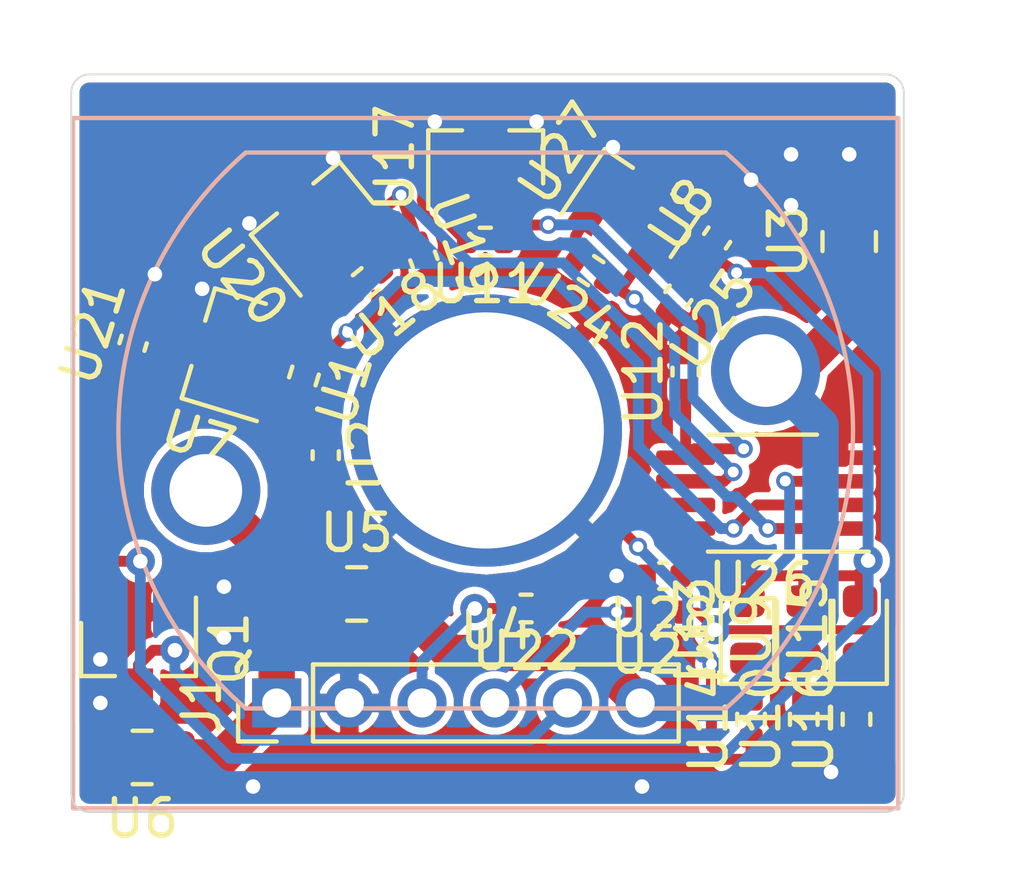
<source format=kicad_pcb>
(kicad_pcb (version 20171130) (host pcbnew 5.1.7-a382d34a8~87~ubuntu20.04.1)

  (general
    (thickness 1.6)
    (drawings 8)
    (tracks 205)
    (zones 0)
    (modules 30)
    (nets 17)
  )

  (page A4)
  (layers
    (0 F.Cu signal)
    (31 B.Cu signal)
    (32 B.Adhes user)
    (33 F.Adhes user)
    (34 B.Paste user)
    (35 F.Paste user)
    (36 B.SilkS user)
    (37 F.SilkS user hide)
    (38 B.Mask user)
    (39 F.Mask user)
    (40 Dwgs.User user)
    (41 Cmts.User user)
    (42 Eco1.User user)
    (43 Eco2.User user)
    (44 Edge.Cuts user)
    (45 Margin user)
    (46 B.CrtYd user)
    (47 F.CrtYd user)
    (48 B.Fab user)
    (49 F.Fab user)
  )

  (setup
    (last_trace_width 0.3)
    (user_trace_width 0.15)
    (user_trace_width 0.25)
    (user_trace_width 0.3)
    (user_trace_width 1)
    (trace_clearance 0.2)
    (zone_clearance 0.2)
    (zone_45_only no)
    (trace_min 0.13)
    (via_size 0.8)
    (via_drill 0.4)
    (via_min_size 0.45)
    (via_min_drill 0.2)
    (user_via 0.5 0.3)
    (uvia_size 0.2)
    (uvia_drill 0.1)
    (uvias_allowed no)
    (uvia_min_size 0.2)
    (uvia_min_drill 0.1)
    (edge_width 0.05)
    (segment_width 0.2)
    (pcb_text_width 0.3)
    (pcb_text_size 1.5 1.5)
    (mod_edge_width 0.12)
    (mod_text_size 1 1)
    (mod_text_width 0.15)
    (pad_size 7.5 7.5)
    (pad_drill 6.5)
    (pad_to_mask_clearance 0)
    (aux_axis_origin 0 0)
    (visible_elements FFFFFF7F)
    (pcbplotparams
      (layerselection 0x010fc_ffffffff)
      (usegerberextensions false)
      (usegerberattributes true)
      (usegerberadvancedattributes true)
      (creategerberjobfile true)
      (excludeedgelayer true)
      (linewidth 0.100000)
      (plotframeref false)
      (viasonmask false)
      (mode 1)
      (useauxorigin false)
      (hpglpennumber 1)
      (hpglpenspeed 20)
      (hpglpendiameter 15.000000)
      (psnegative false)
      (psa4output false)
      (plotreference true)
      (plotvalue true)
      (plotinvisibletext false)
      (padsonsilk false)
      (subtractmaskfromsilk false)
      (outputformat 1)
      (mirror false)
      (drillshape 1)
      (scaleselection 1)
      (outputdirectory ""))
  )

  (net 0 "")
  (net 1 /M+)
  (net 2 "Net-(J1-Pad5)")
  (net 3 /A)
  (net 4 /B)
  (net 5 GND)
  (net 6 /M-)
  (net 7 VCC)
  (net 8 /A0)
  (net 9 "Net-(U10-Pad2)")
  (net 10 /A1)
  (net 11 /~A)
  (net 12 /~B)
  (net 13 /B0)
  (net 14 /B1)
  (net 15 "Net-(U13-Pad1)")
  (net 16 "Net-(U15-Pad1)")

  (net_class Default "This is the default net class."
    (clearance 0.2)
    (trace_width 0.2)
    (via_dia 0.8)
    (via_drill 0.4)
    (uvia_dia 0.2)
    (uvia_drill 0.1)
    (add_net /A)
    (add_net /A0)
    (add_net /A1)
    (add_net /B)
    (add_net /B0)
    (add_net /B1)
    (add_net /M+)
    (add_net /M-)
    (add_net /~A)
    (add_net /~B)
    (add_net GND)
    (add_net "Net-(J1-Pad5)")
    (add_net "Net-(U10-Pad2)")
    (add_net "Net-(U13-Pad1)")
    (add_net "Net-(U15-Pad1)")
    (add_net VCC)
  )

  (module YellowMotorEncoder_v2:MDCM (layer F.Cu) (tedit 5F8A20B8) (tstamp 5F8A3116)
    (at 144 116)
    (path /5F83B010)
    (fp_text reference U4 (at 0.3 5.5) (layer F.SilkS)
      (effects (font (size 1 1) (thickness 0.15)))
    )
    (fp_text value YELLOW_MOTORV2 (at 0 -11) (layer F.Fab)
      (effects (font (size 1 1) (thickness 0.15)))
    )
    (fp_line (start -11.35 10.4) (end -11.35 -8.6) (layer B.SilkS) (width 0.12))
    (fp_line (start 11.35 10.4) (end -11.35 10.4) (layer B.SilkS) (width 0.12))
    (fp_line (start 11.35 -8.6) (end 11.35 10.4) (layer B.SilkS) (width 0.12))
    (fp_line (start -11.35 -8.6) (end 11.35 -8.6) (layer B.SilkS) (width 0.12))
    (fp_line (start -6.6 7.65) (end 6.6 7.65) (layer B.SilkS) (width 0.12))
    (fp_line (start -6.6 -7.65) (end 6.6 -7.65) (layer B.SilkS) (width 0.12))
    (fp_arc (start 0 0) (end -6.6 -7.65) (angle -98.42835705) (layer B.SilkS) (width 0.12))
    (fp_arc (start 0 0) (end 6.6 7.65) (angle -98.42835705) (layer B.SilkS) (width 0.12))
    (pad 1 thru_hole circle (at -7.7 1.65) (size 3 3) (drill 2) (layers *.Cu *.Mask)
      (net 6 /M-))
    (pad 3 thru_hole circle (at 0 0) (size 7.5 7.5) (drill 6.5) (layers *.Cu *.Mask)
      (net 5 GND))
    (pad 2 thru_hole circle (at 7.7 -1.65) (size 3 3) (drill 2) (layers *.Cu *.Mask)
      (net 1 /M+))
    (model /home/martintar/Dokumenty/freeCAD/MDCM.step
      (offset (xyz 0 0 -27.1))
      (scale (xyz 1 1 1))
      (rotate (xyz 0 0 0))
    )
  )

  (module Resistor_SMD:R_0402_1005Metric (layer F.Cu) (tedit 5F68FEEE) (tstamp 5F85C965)
    (at 143.99 110.8 180)
    (descr "Resistor SMD 0402 (1005 Metric), square (rectangular) end terminal, IPC_7351 nominal, (Body size source: IPC-SM-782 page 72, https://www.pcb-3d.com/wordpress/wp-content/uploads/ipc-sm-782a_amendment_1_and_2.pdf), generated with kicad-footprint-generator")
    (tags resistor)
    (path /5F8AAAB3)
    (attr smd)
    (fp_text reference U11 (at 0 -1.17) (layer F.SilkS)
      (effects (font (size 1 1) (thickness 0.15)))
    )
    (fp_text value 47k (at 0 1.17) (layer F.Fab)
      (effects (font (size 1 1) (thickness 0.15)))
    )
    (fp_line (start 0.93 0.47) (end -0.93 0.47) (layer F.CrtYd) (width 0.05))
    (fp_line (start 0.93 -0.47) (end 0.93 0.47) (layer F.CrtYd) (width 0.05))
    (fp_line (start -0.93 -0.47) (end 0.93 -0.47) (layer F.CrtYd) (width 0.05))
    (fp_line (start -0.93 0.47) (end -0.93 -0.47) (layer F.CrtYd) (width 0.05))
    (fp_line (start -0.153641 0.38) (end 0.153641 0.38) (layer F.SilkS) (width 0.12))
    (fp_line (start -0.153641 -0.38) (end 0.153641 -0.38) (layer F.SilkS) (width 0.12))
    (fp_line (start 0.525 0.27) (end -0.525 0.27) (layer F.Fab) (width 0.1))
    (fp_line (start 0.525 -0.27) (end 0.525 0.27) (layer F.Fab) (width 0.1))
    (fp_line (start -0.525 -0.27) (end 0.525 -0.27) (layer F.Fab) (width 0.1))
    (fp_line (start -0.525 0.27) (end -0.525 -0.27) (layer F.Fab) (width 0.1))
    (fp_text user %R (at 0 0) (layer F.Fab)
      (effects (font (size 0.26 0.26) (thickness 0.04)))
    )
    (pad 2 smd roundrect (at 0.51 0 180) (size 0.54 0.64) (layers F.Cu F.Paste F.Mask) (roundrect_rratio 0.25)
      (net 7 VCC))
    (pad 1 smd roundrect (at -0.51 0 180) (size 0.54 0.64) (layers F.Cu F.Paste F.Mask) (roundrect_rratio 0.25)
      (net 14 /B1))
    (model ${KISYS3DMOD}/Resistor_SMD.3dshapes/R_0402_1005Metric.wrl
      (at (xyz 0 0 0))
      (scale (xyz 1 1 1))
      (rotate (xyz 0 0 0))
    )
  )

  (module Connector_PinHeader_2.00mm:PinHeader_1x06_P2.00mm_Vertical (layer F.Cu) (tedit 59FED667) (tstamp 5F864D9C)
    (at 138.25 123.5 90)
    (descr "Through hole straight pin header, 1x06, 2.00mm pitch, single row")
    (tags "Through hole pin header THT 1x06 2.00mm single row")
    (path /5F85523D)
    (fp_text reference J1 (at 0 -2.06 90) (layer F.SilkS)
      (effects (font (size 1 1) (thickness 0.15)))
    )
    (fp_text value Conn_01x06 (at 0 12.06 90) (layer F.Fab)
      (effects (font (size 1 1) (thickness 0.15)))
    )
    (fp_line (start -0.5 -1) (end 1 -1) (layer F.Fab) (width 0.1))
    (fp_line (start 1 -1) (end 1 11) (layer F.Fab) (width 0.1))
    (fp_line (start 1 11) (end -1 11) (layer F.Fab) (width 0.1))
    (fp_line (start -1 11) (end -1 -0.5) (layer F.Fab) (width 0.1))
    (fp_line (start -1 -0.5) (end -0.5 -1) (layer F.Fab) (width 0.1))
    (fp_line (start -1.06 11.06) (end 1.06 11.06) (layer F.SilkS) (width 0.12))
    (fp_line (start -1.06 1) (end -1.06 11.06) (layer F.SilkS) (width 0.12))
    (fp_line (start 1.06 1) (end 1.06 11.06) (layer F.SilkS) (width 0.12))
    (fp_line (start -1.06 1) (end 1.06 1) (layer F.SilkS) (width 0.12))
    (fp_line (start -1.06 0) (end -1.06 -1.06) (layer F.SilkS) (width 0.12))
    (fp_line (start -1.06 -1.06) (end 0 -1.06) (layer F.SilkS) (width 0.12))
    (fp_line (start -1.5 -1.5) (end -1.5 11.5) (layer F.CrtYd) (width 0.05))
    (fp_line (start -1.5 11.5) (end 1.5 11.5) (layer F.CrtYd) (width 0.05))
    (fp_line (start 1.5 11.5) (end 1.5 -1.5) (layer F.CrtYd) (width 0.05))
    (fp_line (start 1.5 -1.5) (end -1.5 -1.5) (layer F.CrtYd) (width 0.05))
    (fp_text user %R (at 0 5) (layer F.Fab)
      (effects (font (size 1 1) (thickness 0.15)))
    )
    (pad 6 thru_hole oval (at 0 10 90) (size 1.35 1.35) (drill 0.8) (layers *.Cu *.Mask)
      (net 1 /M+))
    (pad 5 thru_hole oval (at 0 8 90) (size 1.35 1.35) (drill 0.8) (layers *.Cu *.Mask)
      (net 2 "Net-(J1-Pad5)"))
    (pad 4 thru_hole oval (at 0 6 90) (size 1.35 1.35) (drill 0.8) (layers *.Cu *.Mask)
      (net 4 /B))
    (pad 3 thru_hole oval (at 0 4 90) (size 1.35 1.35) (drill 0.8) (layers *.Cu *.Mask)
      (net 3 /A))
    (pad 2 thru_hole oval (at 0 2 90) (size 1.35 1.35) (drill 0.8) (layers *.Cu *.Mask)
      (net 5 GND))
    (pad 1 thru_hole rect (at 0 0 90) (size 1.35 1.35) (drill 0.8) (layers *.Cu *.Mask)
      (net 6 /M-))
    (model "/home/martintar/Dokumenty/freeCAD/JST - PH - 6Pin - 2.00mm.stp"
      (offset (xyz 0 -5 0))
      (scale (xyz 1 1 1))
      (rotate (xyz 0 0 -90))
    )
  )

  (module Resistor_SMD:R_0402_1005Metric (layer F.Cu) (tedit 5F68FEEE) (tstamp 5F85C9C5)
    (at 146.9 111.6 146.2)
    (descr "Resistor SMD 0402 (1005 Metric), square (rectangular) end terminal, IPC_7351 nominal, (Body size source: IPC-SM-782 page 72, https://www.pcb-3d.com/wordpress/wp-content/uploads/ipc-sm-782a_amendment_1_and_2.pdf), generated with kicad-footprint-generator")
    (tags resistor)
    (path /5F8679BE)
    (attr smd)
    (fp_text reference U24 (at 0 -1.17 146.2) (layer F.SilkS)
      (effects (font (size 1 1) (thickness 0.15)))
    )
    (fp_text value 47k (at 0 1.17 146.2) (layer F.Fab)
      (effects (font (size 1 1) (thickness 0.15)))
    )
    (fp_line (start 0.93 0.47) (end -0.93 0.47) (layer F.CrtYd) (width 0.05))
    (fp_line (start 0.93 -0.47) (end 0.93 0.47) (layer F.CrtYd) (width 0.05))
    (fp_line (start -0.93 -0.47) (end 0.93 -0.47) (layer F.CrtYd) (width 0.05))
    (fp_line (start -0.93 0.47) (end -0.93 -0.47) (layer F.CrtYd) (width 0.05))
    (fp_line (start -0.153641 0.38) (end 0.153641 0.38) (layer F.SilkS) (width 0.12))
    (fp_line (start -0.153641 -0.38) (end 0.153641 -0.38) (layer F.SilkS) (width 0.12))
    (fp_line (start 0.525 0.27) (end -0.525 0.27) (layer F.Fab) (width 0.1))
    (fp_line (start 0.525 -0.27) (end 0.525 0.27) (layer F.Fab) (width 0.1))
    (fp_line (start -0.525 -0.27) (end 0.525 -0.27) (layer F.Fab) (width 0.1))
    (fp_line (start -0.525 0.27) (end -0.525 -0.27) (layer F.Fab) (width 0.1))
    (fp_text user %R (at 0 0 146.2) (layer F.Fab)
      (effects (font (size 0.26 0.26) (thickness 0.04)))
    )
    (pad 2 smd roundrect (at 0.51 0 146.2) (size 0.54 0.64) (layers F.Cu F.Paste F.Mask) (roundrect_rratio 0.25)
      (net 7 VCC))
    (pad 1 smd roundrect (at -0.51 0 146.2) (size 0.54 0.64) (layers F.Cu F.Paste F.Mask) (roundrect_rratio 0.25)
      (net 13 /B0))
    (model ${KISYS3DMOD}/Resistor_SMD.3dshapes/R_0402_1005Metric.wrl
      (at (xyz 0 0 0))
      (scale (xyz 1 1 1))
      (rotate (xyz 0 0 0))
    )
  )

  (module Resistor_SMD:R_0402_1005Metric (layer F.Cu) (tedit 5F68FEEE) (tstamp 5F8A6CFC)
    (at 140.705906 111.923713 219.4)
    (descr "Resistor SMD 0402 (1005 Metric), square (rectangular) end terminal, IPC_7351 nominal, (Body size source: IPC-SM-782 page 72, https://www.pcb-3d.com/wordpress/wp-content/uploads/ipc-sm-782a_amendment_1_and_2.pdf), generated with kicad-footprint-generator")
    (tags resistor)
    (path /5F8A9DF8)
    (attr smd)
    (fp_text reference U18 (at 0 -1.17 39.4) (layer F.SilkS)
      (effects (font (size 1 1) (thickness 0.15)))
    )
    (fp_text value 47k (at 0 1.17 39.4) (layer F.Fab)
      (effects (font (size 1 1) (thickness 0.15)))
    )
    (fp_line (start 0.93 0.47) (end -0.93 0.47) (layer F.CrtYd) (width 0.05))
    (fp_line (start 0.93 -0.47) (end 0.93 0.47) (layer F.CrtYd) (width 0.05))
    (fp_line (start -0.93 -0.47) (end 0.93 -0.47) (layer F.CrtYd) (width 0.05))
    (fp_line (start -0.93 0.47) (end -0.93 -0.47) (layer F.CrtYd) (width 0.05))
    (fp_line (start -0.153641 0.38) (end 0.153641 0.38) (layer F.SilkS) (width 0.12))
    (fp_line (start -0.153641 -0.38) (end 0.153641 -0.38) (layer F.SilkS) (width 0.12))
    (fp_line (start 0.525 0.27) (end -0.525 0.27) (layer F.Fab) (width 0.1))
    (fp_line (start 0.525 -0.27) (end 0.525 0.27) (layer F.Fab) (width 0.1))
    (fp_line (start -0.525 -0.27) (end 0.525 -0.27) (layer F.Fab) (width 0.1))
    (fp_line (start -0.525 0.27) (end -0.525 -0.27) (layer F.Fab) (width 0.1))
    (fp_text user %R (at 0 0 39.4) (layer F.Fab)
      (effects (font (size 0.26 0.26) (thickness 0.04)))
    )
    (pad 2 smd roundrect (at 0.51 0 219.4) (size 0.54 0.64) (layers F.Cu F.Paste F.Mask) (roundrect_rratio 0.25)
      (net 7 VCC))
    (pad 1 smd roundrect (at -0.51 0 219.4) (size 0.54 0.64) (layers F.Cu F.Paste F.Mask) (roundrect_rratio 0.25)
      (net 10 /A1))
    (model ${KISYS3DMOD}/Resistor_SMD.3dshapes/R_0402_1005Metric.wrl
      (at (xyz 0 0 0))
      (scale (xyz 1 1 1))
      (rotate (xyz 0 0 0))
    )
  )

  (module Resistor_SMD:R_0402_1005Metric (layer F.Cu) (tedit 5F68FEEE) (tstamp 5F85C935)
    (at 139 114.5 253.1)
    (descr "Resistor SMD 0402 (1005 Metric), square (rectangular) end terminal, IPC_7351 nominal, (Body size source: IPC-SM-782 page 72, https://www.pcb-3d.com/wordpress/wp-content/uploads/ipc-sm-782a_amendment_1_and_2.pdf), generated with kicad-footprint-generator")
    (tags resistor)
    (path /5F8AB6B8)
    (attr smd)
    (fp_text reference U1 (at 0 -1.17 73.1) (layer F.SilkS)
      (effects (font (size 1 1) (thickness 0.15)))
    )
    (fp_text value 47k (at 0 1.17 73.1) (layer F.Fab)
      (effects (font (size 1 1) (thickness 0.15)))
    )
    (fp_line (start 0.93 0.47) (end -0.93 0.47) (layer F.CrtYd) (width 0.05))
    (fp_line (start 0.93 -0.47) (end 0.93 0.47) (layer F.CrtYd) (width 0.05))
    (fp_line (start -0.93 -0.47) (end 0.93 -0.47) (layer F.CrtYd) (width 0.05))
    (fp_line (start -0.93 0.47) (end -0.93 -0.47) (layer F.CrtYd) (width 0.05))
    (fp_line (start -0.153641 0.38) (end 0.153641 0.38) (layer F.SilkS) (width 0.12))
    (fp_line (start -0.153641 -0.38) (end 0.153641 -0.38) (layer F.SilkS) (width 0.12))
    (fp_line (start 0.525 0.27) (end -0.525 0.27) (layer F.Fab) (width 0.1))
    (fp_line (start 0.525 -0.27) (end 0.525 0.27) (layer F.Fab) (width 0.1))
    (fp_line (start -0.525 -0.27) (end 0.525 -0.27) (layer F.Fab) (width 0.1))
    (fp_line (start -0.525 0.27) (end -0.525 -0.27) (layer F.Fab) (width 0.1))
    (fp_text user %R (at 0 0 73.1) (layer F.Fab)
      (effects (font (size 0.26 0.26) (thickness 0.04)))
    )
    (pad 2 smd roundrect (at 0.51 0 253.1) (size 0.54 0.64) (layers F.Cu F.Paste F.Mask) (roundrect_rratio 0.25)
      (net 7 VCC))
    (pad 1 smd roundrect (at -0.51 0 253.1) (size 0.54 0.64) (layers F.Cu F.Paste F.Mask) (roundrect_rratio 0.25)
      (net 8 /A0))
    (model ${KISYS3DMOD}/Resistor_SMD.3dshapes/R_0402_1005Metric.wrl
      (at (xyz 0 0 0))
      (scale (xyz 1 1 1))
      (rotate (xyz 0 0 0))
    )
  )

  (module Capacitor_SMD:C_0402_1005Metric (layer F.Cu) (tedit 5F68FEEE) (tstamp 5F85BB2B)
    (at 148.88 120 180)
    (descr "Capacitor SMD 0402 (1005 Metric), square (rectangular) end terminal, IPC_7351 nominal, (Body size source: IPC-SM-782 page 76, https://www.pcb-3d.com/wordpress/wp-content/uploads/ipc-sm-782a_amendment_1_and_2.pdf), generated with kicad-footprint-generator")
    (tags capacitor)
    (path /5F83B026)
    (attr smd)
    (fp_text reference U28 (at 0 -1.16) (layer F.SilkS)
      (effects (font (size 1 1) (thickness 0.15)))
    )
    (fp_text value 22n/50V (at 0 1.16) (layer F.Fab)
      (effects (font (size 1 1) (thickness 0.15)))
    )
    (fp_line (start 0.91 0.46) (end -0.91 0.46) (layer F.CrtYd) (width 0.05))
    (fp_line (start 0.91 -0.46) (end 0.91 0.46) (layer F.CrtYd) (width 0.05))
    (fp_line (start -0.91 -0.46) (end 0.91 -0.46) (layer F.CrtYd) (width 0.05))
    (fp_line (start -0.91 0.46) (end -0.91 -0.46) (layer F.CrtYd) (width 0.05))
    (fp_line (start -0.107836 0.36) (end 0.107836 0.36) (layer F.SilkS) (width 0.12))
    (fp_line (start -0.107836 -0.36) (end 0.107836 -0.36) (layer F.SilkS) (width 0.12))
    (fp_line (start 0.5 0.25) (end -0.5 0.25) (layer F.Fab) (width 0.1))
    (fp_line (start 0.5 -0.25) (end 0.5 0.25) (layer F.Fab) (width 0.1))
    (fp_line (start -0.5 -0.25) (end 0.5 -0.25) (layer F.Fab) (width 0.1))
    (fp_line (start -0.5 0.25) (end -0.5 -0.25) (layer F.Fab) (width 0.1))
    (fp_text user %R (at 0 0) (layer F.Fab)
      (effects (font (size 0.25 0.25) (thickness 0.04)))
    )
    (pad 2 smd roundrect (at 0.48 0 180) (size 0.56 0.62) (layers F.Cu F.Paste F.Mask) (roundrect_rratio 0.25)
      (net 5 GND))
    (pad 1 smd roundrect (at -0.48 0 180) (size 0.56 0.62) (layers F.Cu F.Paste F.Mask) (roundrect_rratio 0.25)
      (net 7 VCC))
    (model ${KISYS3DMOD}/Capacitor_SMD.3dshapes/C_0402_1005Metric.wrl
      (at (xyz 0 0 0))
      (scale (xyz 1 1 1))
      (rotate (xyz 0 0 0))
    )
  )

  (module Package_TO_SOT_SMD:SOT-23 (layer F.Cu) (tedit 5A02FF57) (tstamp 5F85BB1A)
    (at 148.16678 109.76398 56.2)
    (descr "SOT-23, Standard")
    (tags SOT-23)
    (path /5F83AED4)
    (attr smd)
    (fp_text reference U27 (at 0 -2.5 56.2) (layer F.SilkS)
      (effects (font (size 1 1) (thickness 0.15)))
    )
    (fp_text value MH253ESO (at 0 2.5 56.2) (layer F.Fab)
      (effects (font (size 1 1) (thickness 0.15)))
    )
    (fp_line (start 0.76 1.58) (end -0.7 1.58) (layer F.SilkS) (width 0.12))
    (fp_line (start 0.76 -1.58) (end -1.4 -1.58) (layer F.SilkS) (width 0.12))
    (fp_line (start -1.7 1.75) (end -1.7 -1.75) (layer F.CrtYd) (width 0.05))
    (fp_line (start 1.7 1.75) (end -1.7 1.75) (layer F.CrtYd) (width 0.05))
    (fp_line (start 1.7 -1.75) (end 1.7 1.75) (layer F.CrtYd) (width 0.05))
    (fp_line (start -1.7 -1.75) (end 1.7 -1.75) (layer F.CrtYd) (width 0.05))
    (fp_line (start 0.76 -1.58) (end 0.76 -0.65) (layer F.SilkS) (width 0.12))
    (fp_line (start 0.76 1.58) (end 0.76 0.65) (layer F.SilkS) (width 0.12))
    (fp_line (start -0.7 1.52) (end 0.7 1.52) (layer F.Fab) (width 0.1))
    (fp_line (start 0.7 -1.52) (end 0.7 1.52) (layer F.Fab) (width 0.1))
    (fp_line (start -0.7 -0.95) (end -0.15 -1.52) (layer F.Fab) (width 0.1))
    (fp_line (start -0.15 -1.52) (end 0.7 -1.52) (layer F.Fab) (width 0.1))
    (fp_line (start -0.7 -0.95) (end -0.7 1.5) (layer F.Fab) (width 0.1))
    (fp_text user %R (at 0 -1.55 146.2) (layer F.Fab)
      (effects (font (size 0.5 0.5) (thickness 0.075)))
    )
    (pad 3 smd rect (at 1 0 56.2) (size 0.9 0.8) (layers F.Cu F.Paste F.Mask)
      (net 5 GND))
    (pad 2 smd rect (at -1 0.95 56.2) (size 0.9 0.8) (layers F.Cu F.Paste F.Mask)
      (net 13 /B0))
    (pad 1 smd rect (at -1 -0.95 56.2) (size 0.9 0.8) (layers F.Cu F.Paste F.Mask)
      (net 7 VCC))
    (model ${KISYS3DMOD}/Package_TO_SOT_SMD.3dshapes/SOT-23.wrl
      (at (xyz 0 0 0))
      (scale (xyz 1 1 1))
      (rotate (xyz 0 0 0))
    )
  )

  (module Package_SO:MSOP-8_3x3mm_P0.65mm (layer F.Cu) (tedit 5E509FDD) (tstamp 5F864BE1)
    (at 151.6125 117.725 180)
    (descr "MSOP, 8 Pin (https://www.jedec.org/system/files/docs/mo-187F.pdf variant AA), generated with kicad-footprint-generator ipc_gullwing_generator.py")
    (tags "MSOP SO")
    (path /5F83AE4E)
    (attr smd)
    (fp_text reference U26 (at 0 -2.45) (layer F.SilkS)
      (effects (font (size 1 1) (thickness 0.15)))
    )
    (fp_text value SN74LVC2G86DCTR (at 0 2.45) (layer F.Fab)
      (effects (font (size 1 1) (thickness 0.15)))
    )
    (fp_line (start 3.18 -1.75) (end -3.18 -1.75) (layer F.CrtYd) (width 0.05))
    (fp_line (start 3.18 1.75) (end 3.18 -1.75) (layer F.CrtYd) (width 0.05))
    (fp_line (start -3.18 1.75) (end 3.18 1.75) (layer F.CrtYd) (width 0.05))
    (fp_line (start -3.18 -1.75) (end -3.18 1.75) (layer F.CrtYd) (width 0.05))
    (fp_line (start -1.5 -0.75) (end -0.75 -1.5) (layer F.Fab) (width 0.1))
    (fp_line (start -1.5 1.5) (end -1.5 -0.75) (layer F.Fab) (width 0.1))
    (fp_line (start 1.5 1.5) (end -1.5 1.5) (layer F.Fab) (width 0.1))
    (fp_line (start 1.5 -1.5) (end 1.5 1.5) (layer F.Fab) (width 0.1))
    (fp_line (start -0.75 -1.5) (end 1.5 -1.5) (layer F.Fab) (width 0.1))
    (fp_line (start 0 -1.61) (end -2.925 -1.61) (layer F.SilkS) (width 0.12))
    (fp_line (start 0 -1.61) (end 1.5 -1.61) (layer F.SilkS) (width 0.12))
    (fp_line (start 0 1.61) (end -1.5 1.61) (layer F.SilkS) (width 0.12))
    (fp_line (start 0 1.61) (end 1.5 1.61) (layer F.SilkS) (width 0.12))
    (fp_text user %R (at 0 0) (layer F.Fab)
      (effects (font (size 0.75 0.75) (thickness 0.11)))
    )
    (pad 8 smd roundrect (at 2.1125 -0.975 180) (size 1.625 0.4) (layers F.Cu F.Paste F.Mask) (roundrect_rratio 0.25)
      (net 7 VCC))
    (pad 7 smd roundrect (at 2.1125 -0.325 180) (size 1.625 0.4) (layers F.Cu F.Paste F.Mask) (roundrect_rratio 0.25)
      (net 11 /~A))
    (pad 6 smd roundrect (at 2.1125 0.325 180) (size 1.625 0.4) (layers F.Cu F.Paste F.Mask) (roundrect_rratio 0.25)
      (net 13 /B0))
    (pad 5 smd roundrect (at 2.1125 0.975 180) (size 1.625 0.4) (layers F.Cu F.Paste F.Mask) (roundrect_rratio 0.25)
      (net 14 /B1))
    (pad 4 smd roundrect (at -2.1125 0.975 180) (size 1.625 0.4) (layers F.Cu F.Paste F.Mask) (roundrect_rratio 0.25)
      (net 5 GND))
    (pad 3 smd roundrect (at -2.1125 0.325 180) (size 1.625 0.4) (layers F.Cu F.Paste F.Mask) (roundrect_rratio 0.25)
      (net 12 /~B))
    (pad 2 smd roundrect (at -2.1125 -0.325 180) (size 1.625 0.4) (layers F.Cu F.Paste F.Mask) (roundrect_rratio 0.25)
      (net 8 /A0))
    (pad 1 smd roundrect (at -2.1125 -0.975 180) (size 1.625 0.4) (layers F.Cu F.Paste F.Mask) (roundrect_rratio 0.25)
      (net 10 /A1))
    (model ${KISYS3DMOD}/Package_SO.3dshapes/MSOP-8_3x3mm_P0.65mm.wrl
      (at (xyz 0 0 0))
      (scale (xyz 1 1 1))
      (rotate (xyz 0 0 0))
    )
  )

  (module Capacitor_SMD:C_0402_1005Metric (layer F.Cu) (tedit 5F68FEEE) (tstamp 5F868244)
    (at 149.3 112.3 236.2)
    (descr "Capacitor SMD 0402 (1005 Metric), square (rectangular) end terminal, IPC_7351 nominal, (Body size source: IPC-SM-782 page 76, https://www.pcb-3d.com/wordpress/wp-content/uploads/ipc-sm-782a_amendment_1_and_2.pdf), generated with kicad-footprint-generator")
    (tags capacitor)
    (path /5F876094)
    (attr smd)
    (fp_text reference U25 (at 0 -1.16 56.2) (layer F.SilkS)
      (effects (font (size 1 1) (thickness 0.15)))
    )
    (fp_text value 18p/50V (at 0 1.16 56.2) (layer F.Fab)
      (effects (font (size 1 1) (thickness 0.15)))
    )
    (fp_line (start 0.91 0.46) (end -0.91 0.46) (layer F.CrtYd) (width 0.05))
    (fp_line (start 0.91 -0.46) (end 0.91 0.46) (layer F.CrtYd) (width 0.05))
    (fp_line (start -0.91 -0.46) (end 0.91 -0.46) (layer F.CrtYd) (width 0.05))
    (fp_line (start -0.91 0.46) (end -0.91 -0.46) (layer F.CrtYd) (width 0.05))
    (fp_line (start -0.107836 0.36) (end 0.107836 0.36) (layer F.SilkS) (width 0.12))
    (fp_line (start -0.107836 -0.36) (end 0.107836 -0.36) (layer F.SilkS) (width 0.12))
    (fp_line (start 0.5 0.25) (end -0.5 0.25) (layer F.Fab) (width 0.1))
    (fp_line (start 0.5 -0.25) (end 0.5 0.25) (layer F.Fab) (width 0.1))
    (fp_line (start -0.5 -0.25) (end 0.5 -0.25) (layer F.Fab) (width 0.1))
    (fp_line (start -0.5 0.25) (end -0.5 -0.25) (layer F.Fab) (width 0.1))
    (fp_text user %R (at 0 0 56.2) (layer F.Fab)
      (effects (font (size 0.25 0.25) (thickness 0.04)))
    )
    (pad 2 smd roundrect (at 0.48 0 236.2) (size 0.56 0.62) (layers F.Cu F.Paste F.Mask) (roundrect_rratio 0.25)
      (net 5 GND))
    (pad 1 smd roundrect (at -0.48 0 236.2) (size 0.56 0.62) (layers F.Cu F.Paste F.Mask) (roundrect_rratio 0.25)
      (net 13 /B0))
    (model ${KISYS3DMOD}/Capacitor_SMD.3dshapes/C_0402_1005Metric.wrl
      (at (xyz 0 0 0))
      (scale (xyz 1 1 1))
      (rotate (xyz 0 0 0))
    )
  )

  (module Resistor_SMD:R_0402_1005Metric (layer F.Cu) (tedit 5F68FEEE) (tstamp 5F86A45A)
    (at 148.91 121 180)
    (descr "Resistor SMD 0402 (1005 Metric), square (rectangular) end terminal, IPC_7351 nominal, (Body size source: IPC-SM-782 page 72, https://www.pcb-3d.com/wordpress/wp-content/uploads/ipc-sm-782a_amendment_1_and_2.pdf), generated with kicad-footprint-generator")
    (tags resistor)
    (path /5F8619A9)
    (attr smd)
    (fp_text reference U23 (at 0 -1.17) (layer F.SilkS)
      (effects (font (size 1 1) (thickness 0.15)))
    )
    (fp_text value 200 (at 0 1.17) (layer F.Fab)
      (effects (font (size 1 1) (thickness 0.15)))
    )
    (fp_line (start 0.93 0.47) (end -0.93 0.47) (layer F.CrtYd) (width 0.05))
    (fp_line (start 0.93 -0.47) (end 0.93 0.47) (layer F.CrtYd) (width 0.05))
    (fp_line (start -0.93 -0.47) (end 0.93 -0.47) (layer F.CrtYd) (width 0.05))
    (fp_line (start -0.93 0.47) (end -0.93 -0.47) (layer F.CrtYd) (width 0.05))
    (fp_line (start -0.153641 0.38) (end 0.153641 0.38) (layer F.SilkS) (width 0.12))
    (fp_line (start -0.153641 -0.38) (end 0.153641 -0.38) (layer F.SilkS) (width 0.12))
    (fp_line (start 0.525 0.27) (end -0.525 0.27) (layer F.Fab) (width 0.1))
    (fp_line (start 0.525 -0.27) (end 0.525 0.27) (layer F.Fab) (width 0.1))
    (fp_line (start -0.525 -0.27) (end 0.525 -0.27) (layer F.Fab) (width 0.1))
    (fp_line (start -0.525 0.27) (end -0.525 -0.27) (layer F.Fab) (width 0.1))
    (fp_text user %R (at 0 0) (layer F.Fab)
      (effects (font (size 0.26 0.26) (thickness 0.04)))
    )
    (pad 2 smd roundrect (at 0.51 0 180) (size 0.54 0.64) (layers F.Cu F.Paste F.Mask) (roundrect_rratio 0.25)
      (net 4 /B))
    (pad 1 smd roundrect (at -0.51 0 180) (size 0.54 0.64) (layers F.Cu F.Paste F.Mask) (roundrect_rratio 0.25)
      (net 12 /~B))
    (model ${KISYS3DMOD}/Resistor_SMD.3dshapes/R_0402_1005Metric.wrl
      (at (xyz 0 0 0))
      (scale (xyz 1 1 1))
      (rotate (xyz 0 0 0))
    )
  )

  (module Resistor_SMD:R_0402_1005Metric (layer F.Cu) (tedit 5F68FEEE) (tstamp 5F85BAC9)
    (at 145.11 120.9 180)
    (descr "Resistor SMD 0402 (1005 Metric), square (rectangular) end terminal, IPC_7351 nominal, (Body size source: IPC-SM-782 page 72, https://www.pcb-3d.com/wordpress/wp-content/uploads/ipc-sm-782a_amendment_1_and_2.pdf), generated with kicad-footprint-generator")
    (tags resistor)
    (path /5F83B041)
    (attr smd)
    (fp_text reference U22 (at 0 -1.17) (layer F.SilkS)
      (effects (font (size 1 1) (thickness 0.15)))
    )
    (fp_text value 200 (at 0 1.17) (layer F.Fab)
      (effects (font (size 1 1) (thickness 0.15)))
    )
    (fp_line (start 0.93 0.47) (end -0.93 0.47) (layer F.CrtYd) (width 0.05))
    (fp_line (start 0.93 -0.47) (end 0.93 0.47) (layer F.CrtYd) (width 0.05))
    (fp_line (start -0.93 -0.47) (end 0.93 -0.47) (layer F.CrtYd) (width 0.05))
    (fp_line (start -0.93 0.47) (end -0.93 -0.47) (layer F.CrtYd) (width 0.05))
    (fp_line (start -0.153641 0.38) (end 0.153641 0.38) (layer F.SilkS) (width 0.12))
    (fp_line (start -0.153641 -0.38) (end 0.153641 -0.38) (layer F.SilkS) (width 0.12))
    (fp_line (start 0.525 0.27) (end -0.525 0.27) (layer F.Fab) (width 0.1))
    (fp_line (start 0.525 -0.27) (end 0.525 0.27) (layer F.Fab) (width 0.1))
    (fp_line (start -0.525 -0.27) (end 0.525 -0.27) (layer F.Fab) (width 0.1))
    (fp_line (start -0.525 0.27) (end -0.525 -0.27) (layer F.Fab) (width 0.1))
    (fp_text user %R (at 0 0) (layer F.Fab)
      (effects (font (size 0.26 0.26) (thickness 0.04)))
    )
    (pad 2 smd roundrect (at 0.51 0 180) (size 0.54 0.64) (layers F.Cu F.Paste F.Mask) (roundrect_rratio 0.25)
      (net 3 /A))
    (pad 1 smd roundrect (at -0.51 0 180) (size 0.54 0.64) (layers F.Cu F.Paste F.Mask) (roundrect_rratio 0.25)
      (net 11 /~A))
    (model ${KISYS3DMOD}/Resistor_SMD.3dshapes/R_0402_1005Metric.wrl
      (at (xyz 0 0 0))
      (scale (xyz 1 1 1))
      (rotate (xyz 0 0 0))
    )
  )

  (module Capacitor_SMD:C_0402_1005Metric (layer F.Cu) (tedit 5F68FEEE) (tstamp 5F868122)
    (at 134.3 113.6 73.1)
    (descr "Capacitor SMD 0402 (1005 Metric), square (rectangular) end terminal, IPC_7351 nominal, (Body size source: IPC-SM-782 page 76, https://www.pcb-3d.com/wordpress/wp-content/uploads/ipc-sm-782a_amendment_1_and_2.pdf), generated with kicad-footprint-generator")
    (tags capacitor)
    (path /5F877689)
    (attr smd)
    (fp_text reference U21 (at 0 -1.16 73.1) (layer F.SilkS)
      (effects (font (size 1 1) (thickness 0.15)))
    )
    (fp_text value 22n/50V (at 0 1.16 73.1) (layer F.Fab)
      (effects (font (size 1 1) (thickness 0.15)))
    )
    (fp_line (start 0.91 0.46) (end -0.91 0.46) (layer F.CrtYd) (width 0.05))
    (fp_line (start 0.91 -0.46) (end 0.91 0.46) (layer F.CrtYd) (width 0.05))
    (fp_line (start -0.91 -0.46) (end 0.91 -0.46) (layer F.CrtYd) (width 0.05))
    (fp_line (start -0.91 0.46) (end -0.91 -0.46) (layer F.CrtYd) (width 0.05))
    (fp_line (start -0.107836 0.36) (end 0.107836 0.36) (layer F.SilkS) (width 0.12))
    (fp_line (start -0.107836 -0.36) (end 0.107836 -0.36) (layer F.SilkS) (width 0.12))
    (fp_line (start 0.5 0.25) (end -0.5 0.25) (layer F.Fab) (width 0.1))
    (fp_line (start 0.5 -0.25) (end 0.5 0.25) (layer F.Fab) (width 0.1))
    (fp_line (start -0.5 -0.25) (end 0.5 -0.25) (layer F.Fab) (width 0.1))
    (fp_line (start -0.5 0.25) (end -0.5 -0.25) (layer F.Fab) (width 0.1))
    (fp_text user %R (at 0 0 73.1) (layer F.Fab)
      (effects (font (size 0.25 0.25) (thickness 0.04)))
    )
    (pad 2 smd roundrect (at 0.48 0 73.1) (size 0.56 0.62) (layers F.Cu F.Paste F.Mask) (roundrect_rratio 0.25)
      (net 5 GND))
    (pad 1 smd roundrect (at -0.48 0 73.1) (size 0.56 0.62) (layers F.Cu F.Paste F.Mask) (roundrect_rratio 0.25)
      (net 7 VCC))
    (model ${KISYS3DMOD}/Capacitor_SMD.3dshapes/C_0402_1005Metric.wrl
      (at (xyz 0 0 0))
      (scale (xyz 1 1 1))
      (rotate (xyz 0 0 0))
    )
  )

  (module Package_TO_SOT_SMD:SOT-23 (layer F.Cu) (tedit 5A02FF57) (tstamp 5F85BAA7)
    (at 139.24205 110.20242 129.4)
    (descr "SOT-23, Standard")
    (tags SOT-23)
    (path /5F86AC81)
    (attr smd)
    (fp_text reference U20 (at 0 -2.5 129.4) (layer F.SilkS)
      (effects (font (size 1 1) (thickness 0.15)))
    )
    (fp_text value MH253ESO (at 0 2.5 129.4) (layer F.Fab)
      (effects (font (size 1 1) (thickness 0.15)))
    )
    (fp_line (start 0.76 1.58) (end -0.7 1.58) (layer F.SilkS) (width 0.12))
    (fp_line (start 0.76 -1.58) (end -1.4 -1.58) (layer F.SilkS) (width 0.12))
    (fp_line (start -1.7 1.75) (end -1.7 -1.75) (layer F.CrtYd) (width 0.05))
    (fp_line (start 1.7 1.75) (end -1.7 1.75) (layer F.CrtYd) (width 0.05))
    (fp_line (start 1.7 -1.75) (end 1.7 1.75) (layer F.CrtYd) (width 0.05))
    (fp_line (start -1.7 -1.75) (end 1.7 -1.75) (layer F.CrtYd) (width 0.05))
    (fp_line (start 0.76 -1.58) (end 0.76 -0.65) (layer F.SilkS) (width 0.12))
    (fp_line (start 0.76 1.58) (end 0.76 0.65) (layer F.SilkS) (width 0.12))
    (fp_line (start -0.7 1.52) (end 0.7 1.52) (layer F.Fab) (width 0.1))
    (fp_line (start 0.7 -1.52) (end 0.7 1.52) (layer F.Fab) (width 0.1))
    (fp_line (start -0.7 -0.95) (end -0.15 -1.52) (layer F.Fab) (width 0.1))
    (fp_line (start -0.15 -1.52) (end 0.7 -1.52) (layer F.Fab) (width 0.1))
    (fp_line (start -0.7 -0.95) (end -0.7 1.5) (layer F.Fab) (width 0.1))
    (fp_text user %R (at 0 -1.2 39.4) (layer F.Fab)
      (effects (font (size 0.5 0.5) (thickness 0.075)))
    )
    (pad 3 smd rect (at 1 0 129.4) (size 0.9 0.8) (layers F.Cu F.Paste F.Mask)
      (net 5 GND))
    (pad 2 smd rect (at -1 0.95 129.4) (size 0.9 0.8) (layers F.Cu F.Paste F.Mask)
      (net 10 /A1))
    (pad 1 smd rect (at -1 -0.95 129.4) (size 0.9 0.8) (layers F.Cu F.Paste F.Mask)
      (net 7 VCC))
    (model ${KISYS3DMOD}/Package_TO_SOT_SMD.3dshapes/SOT-23.wrl
      (at (xyz 0 0 0))
      (scale (xyz 1 1 1))
      (rotate (xyz 0 0 0))
    )
  )

  (module Capacitor_SMD:C_0402_1005Metric (layer F.Cu) (tedit 5F68FEEE) (tstamp 5F8A45DA)
    (at 142.3 111.3 289.7)
    (descr "Capacitor SMD 0402 (1005 Metric), square (rectangular) end terminal, IPC_7351 nominal, (Body size source: IPC-SM-782 page 76, https://www.pcb-3d.com/wordpress/wp-content/uploads/ipc-sm-782a_amendment_1_and_2.pdf), generated with kicad-footprint-generator")
    (tags capacitor)
    (path /5F8754D9)
    (attr smd)
    (fp_text reference U19 (at 0 -1.16 109.7) (layer F.SilkS)
      (effects (font (size 1 1) (thickness 0.15)))
    )
    (fp_text value 18p/50V (at 0 1.16 109.7) (layer F.Fab)
      (effects (font (size 1 1) (thickness 0.15)))
    )
    (fp_text user %R (at 0 0 109.7) (layer F.Fab)
      (effects (font (size 0.25 0.25) (thickness 0.04)))
    )
    (fp_line (start -0.5 0.25) (end -0.5 -0.25) (layer F.Fab) (width 0.1))
    (fp_line (start -0.5 -0.25) (end 0.5 -0.25) (layer F.Fab) (width 0.1))
    (fp_line (start 0.5 -0.25) (end 0.5 0.25) (layer F.Fab) (width 0.1))
    (fp_line (start 0.5 0.25) (end -0.5 0.25) (layer F.Fab) (width 0.1))
    (fp_line (start -0.107836 -0.36) (end 0.107836 -0.36) (layer F.SilkS) (width 0.12))
    (fp_line (start -0.107836 0.36) (end 0.107836 0.36) (layer F.SilkS) (width 0.12))
    (fp_line (start -0.91 0.46) (end -0.91 -0.46) (layer F.CrtYd) (width 0.05))
    (fp_line (start -0.91 -0.46) (end 0.91 -0.46) (layer F.CrtYd) (width 0.05))
    (fp_line (start 0.91 -0.46) (end 0.91 0.46) (layer F.CrtYd) (width 0.05))
    (fp_line (start 0.91 0.46) (end -0.91 0.46) (layer F.CrtYd) (width 0.05))
    (pad 1 smd roundrect (at -0.48 0 289.7) (size 0.56 0.62) (layers F.Cu F.Paste F.Mask) (roundrect_rratio 0.25)
      (net 10 /A1))
    (pad 2 smd roundrect (at 0.48 0 289.7) (size 0.56 0.62) (layers F.Cu F.Paste F.Mask) (roundrect_rratio 0.25)
      (net 5 GND))
    (model ${KISYS3DMOD}/Capacitor_SMD.3dshapes/C_0402_1005Metric.wrl
      (at (xyz 0 0 0))
      (scale (xyz 1 1 1))
      (rotate (xyz 0 0 0))
    )
  )

  (module Package_TO_SOT_SMD:SOT-23 (layer F.Cu) (tedit 5A02FF57) (tstamp 5F85BA81)
    (at 144 108.5 90)
    (descr "SOT-23, Standard")
    (tags SOT-23)
    (path /5F86BD7E)
    (attr smd)
    (fp_text reference U17 (at 0 -2.5 90) (layer F.SilkS)
      (effects (font (size 1 1) (thickness 0.15)))
    )
    (fp_text value MH253ESO (at 0 2.5 90) (layer F.Fab)
      (effects (font (size 1 1) (thickness 0.15)))
    )
    (fp_line (start 0.76 1.58) (end -0.7 1.58) (layer F.SilkS) (width 0.12))
    (fp_line (start 0.76 -1.58) (end -1.4 -1.58) (layer F.SilkS) (width 0.12))
    (fp_line (start -1.7 1.75) (end -1.7 -1.75) (layer F.CrtYd) (width 0.05))
    (fp_line (start 1.7 1.75) (end -1.7 1.75) (layer F.CrtYd) (width 0.05))
    (fp_line (start 1.7 -1.75) (end 1.7 1.75) (layer F.CrtYd) (width 0.05))
    (fp_line (start -1.7 -1.75) (end 1.7 -1.75) (layer F.CrtYd) (width 0.05))
    (fp_line (start 0.76 -1.58) (end 0.76 -0.65) (layer F.SilkS) (width 0.12))
    (fp_line (start 0.76 1.58) (end 0.76 0.65) (layer F.SilkS) (width 0.12))
    (fp_line (start -0.7 1.52) (end 0.7 1.52) (layer F.Fab) (width 0.1))
    (fp_line (start 0.7 -1.52) (end 0.7 1.52) (layer F.Fab) (width 0.1))
    (fp_line (start -0.7 -0.95) (end -0.15 -1.52) (layer F.Fab) (width 0.1))
    (fp_line (start -0.15 -1.52) (end 0.7 -1.52) (layer F.Fab) (width 0.1))
    (fp_line (start -0.7 -0.95) (end -0.7 1.5) (layer F.Fab) (width 0.1))
    (fp_text user %R (at -0.15 -1.52) (layer F.Fab)
      (effects (font (size 0.5 0.5) (thickness 0.075)))
    )
    (pad 3 smd rect (at 1 0 90) (size 0.9 0.8) (layers F.Cu F.Paste F.Mask)
      (net 5 GND))
    (pad 2 smd rect (at -1 0.95 90) (size 0.9 0.8) (layers F.Cu F.Paste F.Mask)
      (net 14 /B1))
    (pad 1 smd rect (at -1 -0.95 90) (size 0.9 0.8) (layers F.Cu F.Paste F.Mask)
      (net 7 VCC))
    (model ${KISYS3DMOD}/Package_TO_SOT_SMD.3dshapes/SOT-23.wrl
      (at (xyz 0 0 0))
      (scale (xyz 1 1 1))
      (rotate (xyz 0 0 0))
    )
  )

  (module Resistor_SMD:R_0402_1005Metric (layer F.Cu) (tedit 5F68FEEE) (tstamp 5F85BA6C)
    (at 154.2 123.95 90)
    (descr "Resistor SMD 0402 (1005 Metric), square (rectangular) end terminal, IPC_7351 nominal, (Body size source: IPC-SM-782 page 72, https://www.pcb-3d.com/wordpress/wp-content/uploads/ipc-sm-782a_amendment_1_and_2.pdf), generated with kicad-footprint-generator")
    (tags resistor)
    (path /5F889B2B)
    (attr smd)
    (fp_text reference U16 (at 0 -1.17 90) (layer F.SilkS)
      (effects (font (size 1 1) (thickness 0.15)))
    )
    (fp_text value 10k (at 0 1.17 90) (layer F.Fab)
      (effects (font (size 1 1) (thickness 0.15)))
    )
    (fp_line (start 0.93 0.47) (end -0.93 0.47) (layer F.CrtYd) (width 0.05))
    (fp_line (start 0.93 -0.47) (end 0.93 0.47) (layer F.CrtYd) (width 0.05))
    (fp_line (start -0.93 -0.47) (end 0.93 -0.47) (layer F.CrtYd) (width 0.05))
    (fp_line (start -0.93 0.47) (end -0.93 -0.47) (layer F.CrtYd) (width 0.05))
    (fp_line (start -0.153641 0.38) (end 0.153641 0.38) (layer F.SilkS) (width 0.12))
    (fp_line (start -0.153641 -0.38) (end 0.153641 -0.38) (layer F.SilkS) (width 0.12))
    (fp_line (start 0.525 0.27) (end -0.525 0.27) (layer F.Fab) (width 0.1))
    (fp_line (start 0.525 -0.27) (end 0.525 0.27) (layer F.Fab) (width 0.1))
    (fp_line (start -0.525 -0.27) (end 0.525 -0.27) (layer F.Fab) (width 0.1))
    (fp_line (start -0.525 0.27) (end -0.525 -0.27) (layer F.Fab) (width 0.1))
    (fp_text user %R (at 0 0 90) (layer F.Fab)
      (effects (font (size 0.26 0.26) (thickness 0.04)))
    )
    (pad 2 smd roundrect (at 0.51 0 90) (size 0.54 0.64) (layers F.Cu F.Paste F.Mask) (roundrect_rratio 0.25)
      (net 16 "Net-(U15-Pad1)"))
    (pad 1 smd roundrect (at -0.51 0 90) (size 0.54 0.64) (layers F.Cu F.Paste F.Mask) (roundrect_rratio 0.25)
      (net 12 /~B))
    (model ${KISYS3DMOD}/Resistor_SMD.3dshapes/R_0402_1005Metric.wrl
      (at (xyz 0 0 0))
      (scale (xyz 1 1 1))
      (rotate (xyz 0 0 0))
    )
  )

  (module LED_SMD:LED_0603_1608Metric (layer F.Cu) (tedit 5F68FEF1) (tstamp 5F85BA5B)
    (at 154.3 121.4875 90)
    (descr "LED SMD 0603 (1608 Metric), square (rectangular) end terminal, IPC_7351 nominal, (Body size source: http://www.tortai-tech.com/upload/download/2011102023233369053.pdf), generated with kicad-footprint-generator")
    (tags LED)
    (path /5F885A7C)
    (attr smd)
    (fp_text reference U15 (at 0 -1.43 90) (layer F.SilkS)
      (effects (font (size 1 1) (thickness 0.15)))
    )
    (fp_text value BLUE (at 0 1.43 90) (layer F.Fab)
      (effects (font (size 1 1) (thickness 0.15)))
    )
    (fp_line (start 1.48 0.73) (end -1.48 0.73) (layer F.CrtYd) (width 0.05))
    (fp_line (start 1.48 -0.73) (end 1.48 0.73) (layer F.CrtYd) (width 0.05))
    (fp_line (start -1.48 -0.73) (end 1.48 -0.73) (layer F.CrtYd) (width 0.05))
    (fp_line (start -1.48 0.73) (end -1.48 -0.73) (layer F.CrtYd) (width 0.05))
    (fp_line (start -1.485 0.735) (end 0.8 0.735) (layer F.SilkS) (width 0.12))
    (fp_line (start -1.485 -0.735) (end -1.485 0.735) (layer F.SilkS) (width 0.12))
    (fp_line (start 0.8 -0.735) (end -1.485 -0.735) (layer F.SilkS) (width 0.12))
    (fp_line (start 0.8 0.4) (end 0.8 -0.4) (layer F.Fab) (width 0.1))
    (fp_line (start -0.8 0.4) (end 0.8 0.4) (layer F.Fab) (width 0.1))
    (fp_line (start -0.8 -0.1) (end -0.8 0.4) (layer F.Fab) (width 0.1))
    (fp_line (start -0.5 -0.4) (end -0.8 -0.1) (layer F.Fab) (width 0.1))
    (fp_line (start 0.8 -0.4) (end -0.5 -0.4) (layer F.Fab) (width 0.1))
    (fp_text user %R (at 0 0 90) (layer F.Fab)
      (effects (font (size 0.4 0.4) (thickness 0.06)))
    )
    (pad 2 smd roundrect (at 0.7875 0 90) (size 0.875 0.95) (layers F.Cu F.Paste F.Mask) (roundrect_rratio 0.25)
      (net 7 VCC))
    (pad 1 smd roundrect (at -0.7875 0 90) (size 0.875 0.95) (layers F.Cu F.Paste F.Mask) (roundrect_rratio 0.25)
      (net 16 "Net-(U15-Pad1)"))
    (model ${KISYS3DMOD}/LED_SMD.3dshapes/LED_0603_1608Metric.wrl
      (at (xyz 0 0 0))
      (scale (xyz 1 1 1))
      (rotate (xyz 0 0 0))
    )
  )

  (module Resistor_SMD:R_0402_1005Metric (layer F.Cu) (tedit 5F68FEEE) (tstamp 5F85BA48)
    (at 151.3 123.95 90)
    (descr "Resistor SMD 0402 (1005 Metric), square (rectangular) end terminal, IPC_7351 nominal, (Body size source: IPC-SM-782 page 72, https://www.pcb-3d.com/wordpress/wp-content/uploads/ipc-sm-782a_amendment_1_and_2.pdf), generated with kicad-footprint-generator")
    (tags resistor)
    (path /5F888F04)
    (attr smd)
    (fp_text reference U14 (at 0 -1.17 90) (layer F.SilkS)
      (effects (font (size 1 1) (thickness 0.15)))
    )
    (fp_text value 10k (at 0 1.17 90) (layer F.Fab)
      (effects (font (size 1 1) (thickness 0.15)))
    )
    (fp_line (start 0.93 0.47) (end -0.93 0.47) (layer F.CrtYd) (width 0.05))
    (fp_line (start 0.93 -0.47) (end 0.93 0.47) (layer F.CrtYd) (width 0.05))
    (fp_line (start -0.93 -0.47) (end 0.93 -0.47) (layer F.CrtYd) (width 0.05))
    (fp_line (start -0.93 0.47) (end -0.93 -0.47) (layer F.CrtYd) (width 0.05))
    (fp_line (start -0.153641 0.38) (end 0.153641 0.38) (layer F.SilkS) (width 0.12))
    (fp_line (start -0.153641 -0.38) (end 0.153641 -0.38) (layer F.SilkS) (width 0.12))
    (fp_line (start 0.525 0.27) (end -0.525 0.27) (layer F.Fab) (width 0.1))
    (fp_line (start 0.525 -0.27) (end 0.525 0.27) (layer F.Fab) (width 0.1))
    (fp_line (start -0.525 -0.27) (end 0.525 -0.27) (layer F.Fab) (width 0.1))
    (fp_line (start -0.525 0.27) (end -0.525 -0.27) (layer F.Fab) (width 0.1))
    (fp_text user %R (at 0 0 90) (layer F.Fab)
      (effects (font (size 0.26 0.26) (thickness 0.04)))
    )
    (pad 2 smd roundrect (at 0.51 0 90) (size 0.54 0.64) (layers F.Cu F.Paste F.Mask) (roundrect_rratio 0.25)
      (net 15 "Net-(U13-Pad1)"))
    (pad 1 smd roundrect (at -0.51 0 90) (size 0.54 0.64) (layers F.Cu F.Paste F.Mask) (roundrect_rratio 0.25)
      (net 11 /~A))
    (model ${KISYS3DMOD}/Resistor_SMD.3dshapes/R_0402_1005Metric.wrl
      (at (xyz 0 0 0))
      (scale (xyz 1 1 1))
      (rotate (xyz 0 0 0))
    )
  )

  (module LED_SMD:LED_0603_1608Metric (layer F.Cu) (tedit 5F68FEF1) (tstamp 5F867FD0)
    (at 151.2 121.4875 90)
    (descr "LED SMD 0603 (1608 Metric), square (rectangular) end terminal, IPC_7351 nominal, (Body size source: http://www.tortai-tech.com/upload/download/2011102023233369053.pdf), generated with kicad-footprint-generator")
    (tags LED)
    (path /5F884C6E)
    (attr smd)
    (fp_text reference U13 (at 0 -1.43 90) (layer F.SilkS)
      (effects (font (size 1 1) (thickness 0.15)))
    )
    (fp_text value BLUE (at 0 1.43 90) (layer F.Fab)
      (effects (font (size 1 1) (thickness 0.15)))
    )
    (fp_line (start 1.48 0.73) (end -1.48 0.73) (layer F.CrtYd) (width 0.05))
    (fp_line (start 1.48 -0.73) (end 1.48 0.73) (layer F.CrtYd) (width 0.05))
    (fp_line (start -1.48 -0.73) (end 1.48 -0.73) (layer F.CrtYd) (width 0.05))
    (fp_line (start -1.48 0.73) (end -1.48 -0.73) (layer F.CrtYd) (width 0.05))
    (fp_line (start -1.485 0.735) (end 0.8 0.735) (layer F.SilkS) (width 0.12))
    (fp_line (start -1.485 -0.735) (end -1.485 0.735) (layer F.SilkS) (width 0.12))
    (fp_line (start 0.8 -0.735) (end -1.485 -0.735) (layer F.SilkS) (width 0.12))
    (fp_line (start 0.8 0.4) (end 0.8 -0.4) (layer F.Fab) (width 0.1))
    (fp_line (start -0.8 0.4) (end 0.8 0.4) (layer F.Fab) (width 0.1))
    (fp_line (start -0.8 -0.1) (end -0.8 0.4) (layer F.Fab) (width 0.1))
    (fp_line (start -0.5 -0.4) (end -0.8 -0.1) (layer F.Fab) (width 0.1))
    (fp_line (start 0.8 -0.4) (end -0.5 -0.4) (layer F.Fab) (width 0.1))
    (fp_text user %R (at 0 0 90) (layer F.Fab)
      (effects (font (size 0.4 0.4) (thickness 0.06)))
    )
    (pad 2 smd roundrect (at 0.7875 0 90) (size 0.875 0.95) (layers F.Cu F.Paste F.Mask) (roundrect_rratio 0.25)
      (net 7 VCC))
    (pad 1 smd roundrect (at -0.7875 0 90) (size 0.875 0.95) (layers F.Cu F.Paste F.Mask) (roundrect_rratio 0.25)
      (net 15 "Net-(U13-Pad1)"))
    (model ${KISYS3DMOD}/LED_SMD.3dshapes/LED_0603_1608Metric.wrl
      (at (xyz 0 0 0))
      (scale (xyz 1 1 1))
      (rotate (xyz 0 0 0))
    )
  )

  (module Capacitor_SMD:C_0402_1005Metric (layer F.Cu) (tedit 5F68FEEE) (tstamp 5F85BA24)
    (at 149.5 114.38 90)
    (descr "Capacitor SMD 0402 (1005 Metric), square (rectangular) end terminal, IPC_7351 nominal, (Body size source: IPC-SM-782 page 76, https://www.pcb-3d.com/wordpress/wp-content/uploads/ipc-sm-782a_amendment_1_and_2.pdf), generated with kicad-footprint-generator")
    (tags capacitor)
    (path /5F8749CE)
    (attr smd)
    (fp_text reference U12 (at 0 -1.16 90) (layer F.SilkS)
      (effects (font (size 1 1) (thickness 0.15)))
    )
    (fp_text value 18p/50V (at 0 1.16 90) (layer F.Fab)
      (effects (font (size 1 1) (thickness 0.15)))
    )
    (fp_line (start 0.91 0.46) (end -0.91 0.46) (layer F.CrtYd) (width 0.05))
    (fp_line (start 0.91 -0.46) (end 0.91 0.46) (layer F.CrtYd) (width 0.05))
    (fp_line (start -0.91 -0.46) (end 0.91 -0.46) (layer F.CrtYd) (width 0.05))
    (fp_line (start -0.91 0.46) (end -0.91 -0.46) (layer F.CrtYd) (width 0.05))
    (fp_line (start -0.107836 0.36) (end 0.107836 0.36) (layer F.SilkS) (width 0.12))
    (fp_line (start -0.107836 -0.36) (end 0.107836 -0.36) (layer F.SilkS) (width 0.12))
    (fp_line (start 0.5 0.25) (end -0.5 0.25) (layer F.Fab) (width 0.1))
    (fp_line (start 0.5 -0.25) (end 0.5 0.25) (layer F.Fab) (width 0.1))
    (fp_line (start -0.5 -0.25) (end 0.5 -0.25) (layer F.Fab) (width 0.1))
    (fp_line (start -0.5 0.25) (end -0.5 -0.25) (layer F.Fab) (width 0.1))
    (fp_text user %R (at 0 0 90) (layer F.Fab)
      (effects (font (size 0.25 0.25) (thickness 0.04)))
    )
    (pad 2 smd roundrect (at 0.48 0 90) (size 0.56 0.62) (layers F.Cu F.Paste F.Mask) (roundrect_rratio 0.25)
      (net 5 GND))
    (pad 1 smd roundrect (at -0.48 0 90) (size 0.56 0.62) (layers F.Cu F.Paste F.Mask) (roundrect_rratio 0.25)
      (net 14 /B1))
    (model ${KISYS3DMOD}/Capacitor_SMD.3dshapes/C_0402_1005Metric.wrl
      (at (xyz 0 0 0))
      (scale (xyz 1 1 1))
      (rotate (xyz 0 0 0))
    )
  )

  (module Resistor_SMD:R_0402_1005Metric (layer F.Cu) (tedit 5F68FEEE) (tstamp 5F85BA13)
    (at 152.75 123.95 90)
    (descr "Resistor SMD 0402 (1005 Metric), square (rectangular) end terminal, IPC_7351 nominal, (Body size source: IPC-SM-782 page 72, https://www.pcb-3d.com/wordpress/wp-content/uploads/ipc-sm-782a_amendment_1_and_2.pdf), generated with kicad-footprint-generator")
    (tags resistor)
    (path /5F83AE75)
    (attr smd)
    (fp_text reference U10 (at 0 -1.17 90) (layer F.SilkS)
      (effects (font (size 1 1) (thickness 0.15)))
    )
    (fp_text value 10k (at 0 1.17 90) (layer F.Fab)
      (effects (font (size 1 1) (thickness 0.15)))
    )
    (fp_line (start 0.93 0.47) (end -0.93 0.47) (layer F.CrtYd) (width 0.05))
    (fp_line (start 0.93 -0.47) (end 0.93 0.47) (layer F.CrtYd) (width 0.05))
    (fp_line (start -0.93 -0.47) (end 0.93 -0.47) (layer F.CrtYd) (width 0.05))
    (fp_line (start -0.93 0.47) (end -0.93 -0.47) (layer F.CrtYd) (width 0.05))
    (fp_line (start -0.153641 0.38) (end 0.153641 0.38) (layer F.SilkS) (width 0.12))
    (fp_line (start -0.153641 -0.38) (end 0.153641 -0.38) (layer F.SilkS) (width 0.12))
    (fp_line (start 0.525 0.27) (end -0.525 0.27) (layer F.Fab) (width 0.1))
    (fp_line (start 0.525 -0.27) (end 0.525 0.27) (layer F.Fab) (width 0.1))
    (fp_line (start -0.525 -0.27) (end 0.525 -0.27) (layer F.Fab) (width 0.1))
    (fp_line (start -0.525 0.27) (end -0.525 -0.27) (layer F.Fab) (width 0.1))
    (fp_text user %R (at 0 0 90) (layer F.Fab)
      (effects (font (size 0.26 0.26) (thickness 0.04)))
    )
    (pad 2 smd roundrect (at 0.51 0 90) (size 0.54 0.64) (layers F.Cu F.Paste F.Mask) (roundrect_rratio 0.25)
      (net 9 "Net-(U10-Pad2)"))
    (pad 1 smd roundrect (at -0.51 0 90) (size 0.54 0.64) (layers F.Cu F.Paste F.Mask) (roundrect_rratio 0.25)
      (net 5 GND))
    (model ${KISYS3DMOD}/Resistor_SMD.3dshapes/R_0402_1005Metric.wrl
      (at (xyz 0 0 0))
      (scale (xyz 1 1 1))
      (rotate (xyz 0 0 0))
    )
  )

  (module LED_SMD:LED_0603_1608Metric (layer F.Cu) (tedit 5F68FEF1) (tstamp 5F85BA02)
    (at 152.75 121.4875 90)
    (descr "LED SMD 0603 (1608 Metric), square (rectangular) end terminal, IPC_7351 nominal, (Body size source: http://www.tortai-tech.com/upload/download/2011102023233369053.pdf), generated with kicad-footprint-generator")
    (tags LED)
    (path /5F83AE88)
    (attr smd)
    (fp_text reference U9 (at 0 -1.43 90) (layer F.SilkS)
      (effects (font (size 1 1) (thickness 0.15)))
    )
    (fp_text value GREEN (at 0 1.43 90) (layer F.Fab)
      (effects (font (size 1 1) (thickness 0.15)))
    )
    (fp_line (start 1.48 0.73) (end -1.48 0.73) (layer F.CrtYd) (width 0.05))
    (fp_line (start 1.48 -0.73) (end 1.48 0.73) (layer F.CrtYd) (width 0.05))
    (fp_line (start -1.48 -0.73) (end 1.48 -0.73) (layer F.CrtYd) (width 0.05))
    (fp_line (start -1.48 0.73) (end -1.48 -0.73) (layer F.CrtYd) (width 0.05))
    (fp_line (start -1.485 0.735) (end 0.8 0.735) (layer F.SilkS) (width 0.12))
    (fp_line (start -1.485 -0.735) (end -1.485 0.735) (layer F.SilkS) (width 0.12))
    (fp_line (start 0.8 -0.735) (end -1.485 -0.735) (layer F.SilkS) (width 0.12))
    (fp_line (start 0.8 0.4) (end 0.8 -0.4) (layer F.Fab) (width 0.1))
    (fp_line (start -0.8 0.4) (end 0.8 0.4) (layer F.Fab) (width 0.1))
    (fp_line (start -0.8 -0.1) (end -0.8 0.4) (layer F.Fab) (width 0.1))
    (fp_line (start -0.5 -0.4) (end -0.8 -0.1) (layer F.Fab) (width 0.1))
    (fp_line (start 0.8 -0.4) (end -0.5 -0.4) (layer F.Fab) (width 0.1))
    (fp_text user %R (at 0 0 90) (layer F.Fab)
      (effects (font (size 0.4 0.4) (thickness 0.06)))
    )
    (pad 2 smd roundrect (at 0.7875 0 90) (size 0.875 0.95) (layers F.Cu F.Paste F.Mask) (roundrect_rratio 0.25)
      (net 7 VCC))
    (pad 1 smd roundrect (at -0.7875 0 90) (size 0.875 0.95) (layers F.Cu F.Paste F.Mask) (roundrect_rratio 0.25)
      (net 9 "Net-(U10-Pad2)"))
    (model ${KISYS3DMOD}/LED_SMD.3dshapes/LED_0603_1608Metric.wrl
      (at (xyz 0 0 0))
      (scale (xyz 1 1 1))
      (rotate (xyz 0 0 0))
    )
  )

  (module Capacitor_SMD:C_0402_1005Metric (layer F.Cu) (tedit 5F68FEEE) (tstamp 5F85B9EF)
    (at 150.367022 110.701127 56.2)
    (descr "Capacitor SMD 0402 (1005 Metric), square (rectangular) end terminal, IPC_7351 nominal, (Body size source: IPC-SM-782 page 76, https://www.pcb-3d.com/wordpress/wp-content/uploads/ipc-sm-782a_amendment_1_and_2.pdf), generated with kicad-footprint-generator")
    (tags capacitor)
    (path /5F87E41E)
    (attr smd)
    (fp_text reference U8 (at 0 -1.16 56.2) (layer F.SilkS)
      (effects (font (size 1 1) (thickness 0.15)))
    )
    (fp_text value 22n/50V (at 0 1.16 56.2) (layer F.Fab)
      (effects (font (size 1 1) (thickness 0.15)))
    )
    (fp_line (start 0.91 0.46) (end -0.91 0.46) (layer F.CrtYd) (width 0.05))
    (fp_line (start 0.91 -0.46) (end 0.91 0.46) (layer F.CrtYd) (width 0.05))
    (fp_line (start -0.91 -0.46) (end 0.91 -0.46) (layer F.CrtYd) (width 0.05))
    (fp_line (start -0.91 0.46) (end -0.91 -0.46) (layer F.CrtYd) (width 0.05))
    (fp_line (start -0.107836 0.36) (end 0.107836 0.36) (layer F.SilkS) (width 0.12))
    (fp_line (start -0.107836 -0.36) (end 0.107836 -0.36) (layer F.SilkS) (width 0.12))
    (fp_line (start 0.5 0.25) (end -0.5 0.25) (layer F.Fab) (width 0.1))
    (fp_line (start 0.5 -0.25) (end 0.5 0.25) (layer F.Fab) (width 0.1))
    (fp_line (start -0.5 -0.25) (end 0.5 -0.25) (layer F.Fab) (width 0.1))
    (fp_line (start -0.5 0.25) (end -0.5 -0.25) (layer F.Fab) (width 0.1))
    (fp_text user %R (at 0 0 56.2) (layer F.Fab)
      (effects (font (size 0.25 0.25) (thickness 0.04)))
    )
    (pad 2 smd roundrect (at 0.48 0 56.2) (size 0.56 0.62) (layers F.Cu F.Paste F.Mask) (roundrect_rratio 0.25)
      (net 5 GND))
    (pad 1 smd roundrect (at -0.48 0 56.2) (size 0.56 0.62) (layers F.Cu F.Paste F.Mask) (roundrect_rratio 0.25)
      (net 7 VCC))
    (model ${KISYS3DMOD}/Capacitor_SMD.3dshapes/C_0402_1005Metric.wrl
      (at (xyz 0 0 0))
      (scale (xyz 1 1 1))
      (rotate (xyz 0 0 0))
    )
  )

  (module Package_TO_SOT_SMD:SOT-23 (layer F.Cu) (tedit 5A02FF57) (tstamp 5F85B9DE)
    (at 136.82295 113.82286 163.1)
    (descr "SOT-23, Standard")
    (tags SOT-23)
    (path /5F86D331)
    (attr smd)
    (fp_text reference U7 (at 0 -2.5 163.1) (layer F.SilkS)
      (effects (font (size 1 1) (thickness 0.15)))
    )
    (fp_text value MH253ESO (at 0 2.5 163.1) (layer F.Fab)
      (effects (font (size 1 1) (thickness 0.15)))
    )
    (fp_line (start 0.76 1.58) (end -0.7 1.58) (layer F.SilkS) (width 0.12))
    (fp_line (start 0.76 -1.58) (end -1.4 -1.58) (layer F.SilkS) (width 0.12))
    (fp_line (start -1.7 1.75) (end -1.7 -1.75) (layer F.CrtYd) (width 0.05))
    (fp_line (start 1.7 1.75) (end -1.7 1.75) (layer F.CrtYd) (width 0.05))
    (fp_line (start 1.7 -1.75) (end 1.7 1.75) (layer F.CrtYd) (width 0.05))
    (fp_line (start -1.7 -1.75) (end 1.7 -1.75) (layer F.CrtYd) (width 0.05))
    (fp_line (start 0.76 -1.58) (end 0.76 -0.65) (layer F.SilkS) (width 0.12))
    (fp_line (start 0.76 1.58) (end 0.76 0.65) (layer F.SilkS) (width 0.12))
    (fp_line (start -0.7 1.52) (end 0.7 1.52) (layer F.Fab) (width 0.1))
    (fp_line (start 0.7 -1.52) (end 0.7 1.52) (layer F.Fab) (width 0.1))
    (fp_line (start -0.7 -0.95) (end -0.15 -1.52) (layer F.Fab) (width 0.1))
    (fp_line (start -0.15 -1.52) (end 0.7 -1.52) (layer F.Fab) (width 0.1))
    (fp_line (start -0.7 -0.95) (end -0.7 1.5) (layer F.Fab) (width 0.1))
    (fp_text user %R (at 0 -1.28 73.1) (layer F.Fab)
      (effects (font (size 0.5 0.5) (thickness 0.075)))
    )
    (pad 3 smd rect (at 1 0 163.1) (size 0.9 0.8) (layers F.Cu F.Paste F.Mask)
      (net 5 GND))
    (pad 2 smd rect (at -1 0.95 163.1) (size 0.9 0.8) (layers F.Cu F.Paste F.Mask)
      (net 8 /A0))
    (pad 1 smd rect (at -1 -0.95 163.1) (size 0.9 0.8) (layers F.Cu F.Paste F.Mask)
      (net 7 VCC))
    (model ${KISYS3DMOD}/Package_TO_SOT_SMD.3dshapes/SOT-23.wrl
      (at (xyz 0 0 0))
      (scale (xyz 1 1 1))
      (rotate (xyz 0 0 0))
    )
  )

  (module Capacitor_SMD:C_0805_2012Metric (layer F.Cu) (tedit 5F68FEEE) (tstamp 5F85B9C9)
    (at 134.55 125 180)
    (descr "Capacitor SMD 0805 (2012 Metric), square (rectangular) end terminal, IPC_7351 nominal, (Body size source: IPC-SM-782 page 76, https://www.pcb-3d.com/wordpress/wp-content/uploads/ipc-sm-782a_amendment_1_and_2.pdf, https://docs.google.com/spreadsheets/d/1BsfQQcO9C6DZCsRaXUlFlo91Tg2WpOkGARC1WS5S8t0/edit?usp=sharing), generated with kicad-footprint-generator")
    (tags capacitor)
    (path /5F83AF76)
    (attr smd)
    (fp_text reference U6 (at 0 -1.68) (layer F.SilkS)
      (effects (font (size 1 1) (thickness 0.15)))
    )
    (fp_text value 330n/50V (at 0 1.68) (layer F.Fab)
      (effects (font (size 1 1) (thickness 0.15)))
    )
    (fp_line (start 1.7 0.98) (end -1.7 0.98) (layer F.CrtYd) (width 0.05))
    (fp_line (start 1.7 -0.98) (end 1.7 0.98) (layer F.CrtYd) (width 0.05))
    (fp_line (start -1.7 -0.98) (end 1.7 -0.98) (layer F.CrtYd) (width 0.05))
    (fp_line (start -1.7 0.98) (end -1.7 -0.98) (layer F.CrtYd) (width 0.05))
    (fp_line (start -0.261252 0.735) (end 0.261252 0.735) (layer F.SilkS) (width 0.12))
    (fp_line (start -0.261252 -0.735) (end 0.261252 -0.735) (layer F.SilkS) (width 0.12))
    (fp_line (start 1 0.625) (end -1 0.625) (layer F.Fab) (width 0.1))
    (fp_line (start 1 -0.625) (end 1 0.625) (layer F.Fab) (width 0.1))
    (fp_line (start -1 -0.625) (end 1 -0.625) (layer F.Fab) (width 0.1))
    (fp_line (start -1 0.625) (end -1 -0.625) (layer F.Fab) (width 0.1))
    (fp_text user %R (at 0 0) (layer F.Fab)
      (effects (font (size 0.5 0.5) (thickness 0.08)))
    )
    (pad 2 smd roundrect (at 0.95 0 180) (size 1 1.45) (layers F.Cu F.Paste F.Mask) (roundrect_rratio 0.25)
      (net 5 GND))
    (pad 1 smd roundrect (at -0.95 0 180) (size 1 1.45) (layers F.Cu F.Paste F.Mask) (roundrect_rratio 0.25)
      (net 6 /M-))
    (model ${KISYS3DMOD}/Capacitor_SMD.3dshapes/C_0805_2012Metric.wrl
      (at (xyz 0 0 0))
      (scale (xyz 1 1 1))
      (rotate (xyz 0 0 0))
    )
  )

  (module Capacitor_SMD:C_0805_2012Metric (layer F.Cu) (tedit 5F68FEEE) (tstamp 5F870A58)
    (at 140.45 120.5)
    (descr "Capacitor SMD 0805 (2012 Metric), square (rectangular) end terminal, IPC_7351 nominal, (Body size source: IPC-SM-782 page 76, https://www.pcb-3d.com/wordpress/wp-content/uploads/ipc-sm-782a_amendment_1_and_2.pdf, https://docs.google.com/spreadsheets/d/1BsfQQcO9C6DZCsRaXUlFlo91Tg2WpOkGARC1WS5S8t0/edit?usp=sharing), generated with kicad-footprint-generator")
    (tags capacitor)
    (path /5F88AB01)
    (attr smd)
    (fp_text reference U5 (at 0 -1.68) (layer F.SilkS)
      (effects (font (size 1 1) (thickness 0.15)))
    )
    (fp_text value 330n/50V (at 0 1.68) (layer F.Fab)
      (effects (font (size 1 1) (thickness 0.15)))
    )
    (fp_line (start 1.7 0.98) (end -1.7 0.98) (layer F.CrtYd) (width 0.05))
    (fp_line (start 1.7 -0.98) (end 1.7 0.98) (layer F.CrtYd) (width 0.05))
    (fp_line (start -1.7 -0.98) (end 1.7 -0.98) (layer F.CrtYd) (width 0.05))
    (fp_line (start -1.7 0.98) (end -1.7 -0.98) (layer F.CrtYd) (width 0.05))
    (fp_line (start -0.261252 0.735) (end 0.261252 0.735) (layer F.SilkS) (width 0.12))
    (fp_line (start -0.261252 -0.735) (end 0.261252 -0.735) (layer F.SilkS) (width 0.12))
    (fp_line (start 1 0.625) (end -1 0.625) (layer F.Fab) (width 0.1))
    (fp_line (start 1 -0.625) (end 1 0.625) (layer F.Fab) (width 0.1))
    (fp_line (start -1 -0.625) (end 1 -0.625) (layer F.Fab) (width 0.1))
    (fp_line (start -1 0.625) (end -1 -0.625) (layer F.Fab) (width 0.1))
    (fp_text user %R (at 0 0) (layer F.Fab)
      (effects (font (size 0.5 0.5) (thickness 0.08)))
    )
    (pad 2 smd roundrect (at 0.95 0) (size 1 1.45) (layers F.Cu F.Paste F.Mask) (roundrect_rratio 0.25)
      (net 1 /M+))
    (pad 1 smd roundrect (at -0.95 0) (size 1 1.45) (layers F.Cu F.Paste F.Mask) (roundrect_rratio 0.25)
      (net 6 /M-))
    (model ${KISYS3DMOD}/Capacitor_SMD.3dshapes/C_0805_2012Metric.wrl
      (at (xyz 0 0 0))
      (scale (xyz 1 1 1))
      (rotate (xyz 0 0 0))
    )
  )

  (module Capacitor_SMD:C_0805_2012Metric (layer F.Cu) (tedit 5F68FEEE) (tstamp 5F85B998)
    (at 154 110.8 90)
    (descr "Capacitor SMD 0805 (2012 Metric), square (rectangular) end terminal, IPC_7351 nominal, (Body size source: IPC-SM-782 page 76, https://www.pcb-3d.com/wordpress/wp-content/uploads/ipc-sm-782a_amendment_1_and_2.pdf, https://docs.google.com/spreadsheets/d/1BsfQQcO9C6DZCsRaXUlFlo91Tg2WpOkGARC1WS5S8t0/edit?usp=sharing), generated with kicad-footprint-generator")
    (tags capacitor)
    (path /5F88A370)
    (attr smd)
    (fp_text reference U3 (at 0 -1.68 90) (layer F.SilkS)
      (effects (font (size 1 1) (thickness 0.15)))
    )
    (fp_text value 330n/50V (at 0 1.68 90) (layer F.Fab)
      (effects (font (size 1 1) (thickness 0.15)))
    )
    (fp_line (start 1.7 0.98) (end -1.7 0.98) (layer F.CrtYd) (width 0.05))
    (fp_line (start 1.7 -0.98) (end 1.7 0.98) (layer F.CrtYd) (width 0.05))
    (fp_line (start -1.7 -0.98) (end 1.7 -0.98) (layer F.CrtYd) (width 0.05))
    (fp_line (start -1.7 0.98) (end -1.7 -0.98) (layer F.CrtYd) (width 0.05))
    (fp_line (start -0.261252 0.735) (end 0.261252 0.735) (layer F.SilkS) (width 0.12))
    (fp_line (start -0.261252 -0.735) (end 0.261252 -0.735) (layer F.SilkS) (width 0.12))
    (fp_line (start 1 0.625) (end -1 0.625) (layer F.Fab) (width 0.1))
    (fp_line (start 1 -0.625) (end 1 0.625) (layer F.Fab) (width 0.1))
    (fp_line (start -1 -0.625) (end 1 -0.625) (layer F.Fab) (width 0.1))
    (fp_line (start -1 0.625) (end -1 -0.625) (layer F.Fab) (width 0.1))
    (fp_text user %R (at 0 0 90) (layer F.Fab)
      (effects (font (size 0.5 0.5) (thickness 0.08)))
    )
    (pad 2 smd roundrect (at 0.95 0 90) (size 1 1.45) (layers F.Cu F.Paste F.Mask) (roundrect_rratio 0.25)
      (net 5 GND))
    (pad 1 smd roundrect (at -0.95 0 90) (size 1 1.45) (layers F.Cu F.Paste F.Mask) (roundrect_rratio 0.25)
      (net 1 /M+))
    (model ${KISYS3DMOD}/Capacitor_SMD.3dshapes/C_0805_2012Metric.wrl
      (at (xyz 0 0 0))
      (scale (xyz 1 1 1))
      (rotate (xyz 0 0 0))
    )
  )

  (module Capacitor_SMD:C_0402_1005Metric (layer F.Cu) (tedit 5F68FEEE) (tstamp 5F8A4276)
    (at 139.6 116.68 270)
    (descr "Capacitor SMD 0402 (1005 Metric), square (rectangular) end terminal, IPC_7351 nominal, (Body size source: IPC-SM-782 page 76, https://www.pcb-3d.com/wordpress/wp-content/uploads/ipc-sm-782a_amendment_1_and_2.pdf), generated with kicad-footprint-generator")
    (tags capacitor)
    (path /5F83AFA8)
    (attr smd)
    (fp_text reference U2 (at 0 -1.16 90) (layer F.SilkS)
      (effects (font (size 1 1) (thickness 0.15)))
    )
    (fp_text value 18p/50V (at 0 1.16 90) (layer F.Fab)
      (effects (font (size 1 1) (thickness 0.15)))
    )
    (fp_line (start 0.91 0.46) (end -0.91 0.46) (layer F.CrtYd) (width 0.05))
    (fp_line (start 0.91 -0.46) (end 0.91 0.46) (layer F.CrtYd) (width 0.05))
    (fp_line (start -0.91 -0.46) (end 0.91 -0.46) (layer F.CrtYd) (width 0.05))
    (fp_line (start -0.91 0.46) (end -0.91 -0.46) (layer F.CrtYd) (width 0.05))
    (fp_line (start -0.107836 0.36) (end 0.107836 0.36) (layer F.SilkS) (width 0.12))
    (fp_line (start -0.107836 -0.36) (end 0.107836 -0.36) (layer F.SilkS) (width 0.12))
    (fp_line (start 0.5 0.25) (end -0.5 0.25) (layer F.Fab) (width 0.1))
    (fp_line (start 0.5 -0.25) (end 0.5 0.25) (layer F.Fab) (width 0.1))
    (fp_line (start -0.5 -0.25) (end 0.5 -0.25) (layer F.Fab) (width 0.1))
    (fp_line (start -0.5 0.25) (end -0.5 -0.25) (layer F.Fab) (width 0.1))
    (fp_text user %R (at 0 0 90) (layer F.Fab)
      (effects (font (size 0.25 0.25) (thickness 0.04)))
    )
    (pad 2 smd roundrect (at 0.48 0 270) (size 0.56 0.62) (layers F.Cu F.Paste F.Mask) (roundrect_rratio 0.25)
      (net 5 GND))
    (pad 1 smd roundrect (at -0.48 0 270) (size 0.56 0.62) (layers F.Cu F.Paste F.Mask) (roundrect_rratio 0.25)
      (net 8 /A0))
    (model ${KISYS3DMOD}/Capacitor_SMD.3dshapes/C_0402_1005Metric.wrl
      (at (xyz 0 0 0))
      (scale (xyz 1 1 1))
      (rotate (xyz 0 0 0))
    )
  )

  (module Package_TO_SOT_SMD:SOT-23 (layer F.Cu) (tedit 5A02FF57) (tstamp 5F866A59)
    (at 134.45 122 270)
    (descr "SOT-23, Standard")
    (tags SOT-23)
    (path /5F873591)
    (attr smd)
    (fp_text reference Q1 (at 0 -2.5 90) (layer F.SilkS)
      (effects (font (size 1 1) (thickness 0.15)))
    )
    (fp_text value AO3401A (at 0 2.5 90) (layer F.Fab)
      (effects (font (size 1 1) (thickness 0.15)))
    )
    (fp_line (start 0.76 1.58) (end -0.7 1.58) (layer F.SilkS) (width 0.12))
    (fp_line (start 0.76 -1.58) (end -1.4 -1.58) (layer F.SilkS) (width 0.12))
    (fp_line (start -1.7 1.75) (end -1.7 -1.75) (layer F.CrtYd) (width 0.05))
    (fp_line (start 1.7 1.75) (end -1.7 1.75) (layer F.CrtYd) (width 0.05))
    (fp_line (start 1.7 -1.75) (end 1.7 1.75) (layer F.CrtYd) (width 0.05))
    (fp_line (start -1.7 -1.75) (end 1.7 -1.75) (layer F.CrtYd) (width 0.05))
    (fp_line (start 0.76 -1.58) (end 0.76 -0.65) (layer F.SilkS) (width 0.12))
    (fp_line (start 0.76 1.58) (end 0.76 0.65) (layer F.SilkS) (width 0.12))
    (fp_line (start -0.7 1.52) (end 0.7 1.52) (layer F.Fab) (width 0.1))
    (fp_line (start 0.7 -1.52) (end 0.7 1.52) (layer F.Fab) (width 0.1))
    (fp_line (start -0.7 -0.95) (end -0.15 -1.52) (layer F.Fab) (width 0.1))
    (fp_line (start -0.15 -1.52) (end 0.7 -1.52) (layer F.Fab) (width 0.1))
    (fp_line (start -0.7 -0.95) (end -0.7 1.5) (layer F.Fab) (width 0.1))
    (fp_text user %R (at 0 0) (layer F.Fab)
      (effects (font (size 0.5 0.5) (thickness 0.075)))
    )
    (pad 3 smd rect (at 1 0 270) (size 0.9 0.8) (layers F.Cu F.Paste F.Mask)
      (net 2 "Net-(J1-Pad5)"))
    (pad 2 smd rect (at -1 0.95 270) (size 0.9 0.8) (layers F.Cu F.Paste F.Mask)
      (net 7 VCC))
    (pad 1 smd rect (at -1 -0.95 270) (size 0.9 0.8) (layers F.Cu F.Paste F.Mask)
      (net 5 GND))
    (model ${KISYS3DMOD}/Package_TO_SOT_SMD.3dshapes/SOT-23.wrl
      (at (xyz 0 0 0))
      (scale (xyz 1 1 1))
      (rotate (xyz 0 0 0))
    )
  )

  (gr_arc (start 133.1 106.7) (end 133.1 106.2) (angle -90) (layer Edge.Cuts) (width 0.05))
  (gr_arc (start 133.1 126) (end 132.6 126) (angle -90) (layer Edge.Cuts) (width 0.05))
  (gr_arc (start 155 106.7) (end 155.5 106.7) (angle -90) (layer Edge.Cuts) (width 0.05))
  (gr_arc (start 155 126) (end 155 126.5) (angle -90) (layer Edge.Cuts) (width 0.05))
  (gr_line (start 132.6 106.7) (end 132.6 126) (layer Edge.Cuts) (width 0.05) (tstamp 5F872602))
  (gr_line (start 155 106.2) (end 133.1 106.2) (layer Edge.Cuts) (width 0.05))
  (gr_line (start 155.5 126) (end 155.5 106.7) (layer Edge.Cuts) (width 0.05))
  (gr_line (start 133.1 126.5) (end 155 126.5) (layer Edge.Cuts) (width 0.05))

  (segment (start 151.7 114.35) (end 152.55 114.35) (width 1) (layer F.Cu) (net 1))
  (segment (start 154 112.9) (end 154 111.75) (width 1) (layer F.Cu) (net 1))
  (segment (start 152.55 114.35) (end 154 112.9) (width 1) (layer F.Cu) (net 1))
  (via (at 147.6 120) (size 0.8) (drill 0.4) (layers F.Cu B.Cu) (net 5))
  (segment (start 145.75 114.25) (end 144 116) (width 0.3) (layer F.Cu) (net 5))
  (segment (start 143.024999 122.124999) (end 141.4 120.5) (width 1) (layer F.Cu) (net 1))
  (segment (start 148.25 123.5) (end 146.874999 122.124999) (width 1) (layer F.Cu) (net 1))
  (segment (start 146.874999 122.124999) (end 143.024999 122.124999) (width 1) (layer F.Cu) (net 1))
  (segment (start 150.797904 123.5) (end 148.25 123.5) (width 1) (layer B.Cu) (net 1))
  (segment (start 151.7 114.35) (end 153.20994 115.85994) (width 1) (layer B.Cu) (net 1))
  (segment (start 153.20994 115.85994) (end 153.20994 121.087964) (width 1) (layer B.Cu) (net 1))
  (segment (start 153.20994 121.087964) (end 150.797904 123.5) (width 1) (layer B.Cu) (net 1))
  (segment (start 135.45 122.615685) (end 135.45 122.05) (width 0.3) (layer B.Cu) (net 2))
  (segment (start 137.359316 124.525001) (end 135.45 122.615685) (width 0.3) (layer B.Cu) (net 2))
  (segment (start 145.224999 124.525001) (end 137.359316 124.525001) (width 0.3) (layer B.Cu) (net 2))
  (segment (start 146.25 123.5) (end 145.224999 124.525001) (width 0.3) (layer B.Cu) (net 2))
  (via (at 135.45 122.05) (size 0.8) (drill 0.4) (layers F.Cu B.Cu) (net 2))
  (segment (start 134.85 122.05) (end 135.45 122.05) (width 0.3) (layer F.Cu) (net 2))
  (segment (start 134.45 122.45) (end 134.85 122.05) (width 0.3) (layer F.Cu) (net 2))
  (segment (start 134.45 123) (end 134.45 122.45) (width 0.3) (layer F.Cu) (net 2))
  (via (at 143.7 120.9) (size 0.8) (drill 0.4) (layers F.Cu B.Cu) (net 3))
  (segment (start 142.25 122.35) (end 143.7 120.9) (width 0.3) (layer B.Cu) (net 3))
  (segment (start 142.25 123.5) (end 142.25 122.35) (width 0.3) (layer B.Cu) (net 3))
  (segment (start 144.6 120.9) (end 143.7 120.9) (width 0.3) (layer F.Cu) (net 3))
  (via (at 147.6 121) (size 0.5) (drill 0.3) (layers F.Cu B.Cu) (net 4))
  (segment (start 148.4 121) (end 147.6 121) (width 0.3) (layer F.Cu) (net 4))
  (segment (start 144.25 123.5) (end 146.75 121) (width 0.3) (layer B.Cu) (net 4))
  (segment (start 146.75 121) (end 147.6 121) (width 0.3) (layer B.Cu) (net 4))
  (via (at 133.4 123.5) (size 0.8) (drill 0.4) (layers F.Cu B.Cu) (net 5))
  (via (at 137.6 125.8) (size 0.8) (drill 0.4) (layers F.Cu B.Cu) (net 5))
  (via (at 148.3 125.8) (size 0.8) (drill 0.4) (layers F.Cu B.Cu) (net 5))
  (via (at 153.5 125.4) (size 0.8) (drill 0.4) (layers F.Cu B.Cu) (net 5))
  (via (at 134.9 111.7) (size 0.8) (drill 0.4) (layers F.Cu B.Cu) (net 5))
  (via (at 136.2 112.1) (size 0.8) (drill 0.4) (layers F.Cu B.Cu) (net 5))
  (via (at 137.5 110.3) (size 0.8) (drill 0.4) (layers F.Cu B.Cu) (net 5))
  (via (at 139.8 108.5) (size 0.8) (drill 0.4) (layers F.Cu B.Cu) (net 5))
  (via (at 142.6 107.5) (size 0.8) (drill 0.4) (layers F.Cu B.Cu) (net 5))
  (via (at 145.4 107.5) (size 0.8) (drill 0.4) (layers F.Cu B.Cu) (net 5))
  (via (at 147.5 108.2) (size 0.8) (drill 0.4) (layers F.Cu B.Cu) (net 5))
  (via (at 151.3 109.1) (size 0.8) (drill 0.4) (layers F.Cu B.Cu) (net 5))
  (via (at 152.4 109.8) (size 0.8) (drill 0.4) (layers F.Cu B.Cu) (net 5))
  (via (at 154 108.4) (size 0.8) (drill 0.4) (layers F.Cu B.Cu) (net 5))
  (via (at 152.4 108.4) (size 0.8) (drill 0.4) (layers F.Cu B.Cu) (net 5))
  (via (at 133.4 122.3) (size 0.8) (drill 0.4) (layers F.Cu B.Cu) (net 5))
  (via (at 136.8 120.3) (size 0.8) (drill 0.4) (layers F.Cu B.Cu) (net 5))
  (via (at 136.8 121.7) (size 0.8) (drill 0.4) (layers F.Cu B.Cu) (net 5))
  (segment (start 136.75 125) (end 138.25 123.5) (width 1) (layer F.Cu) (net 6))
  (segment (start 135.5 125) (end 136.75 125) (width 1) (layer F.Cu) (net 6))
  (segment (start 138.25 119.6) (end 136.3 117.65) (width 1) (layer F.Cu) (net 6))
  (segment (start 138.5 120.5) (end 138.25 120.75) (width 1) (layer F.Cu) (net 6))
  (segment (start 139.5 120.5) (end 138.5 120.5) (width 1) (layer F.Cu) (net 6))
  (segment (start 138.25 120.75) (end 138.25 119.6) (width 1) (layer F.Cu) (net 6))
  (segment (start 138.25 123.5) (end 138.25 120.75) (width 1) (layer F.Cu) (net 6))
  (segment (start 150.75 120) (end 151.3 120) (width 0.3) (layer F.Cu) (net 7))
  (segment (start 151.3 120) (end 152.8 120) (width 0.3) (layer F.Cu) (net 7))
  (segment (start 151.3 120.7) (end 151.3 120) (width 0.3) (layer F.Cu) (net 7))
  (segment (start 152.8 120) (end 154.2 120) (width 0.3) (layer F.Cu) (net 7))
  (segment (start 152.75 120.7) (end 152.75 120.05) (width 0.3) (layer F.Cu) (net 7))
  (segment (start 152.75 120.05) (end 152.8 120) (width 0.3) (layer F.Cu) (net 7))
  (segment (start 149.36 120) (end 150.75 120) (width 0.3) (layer F.Cu) (net 7))
  (segment (start 133.5 116.1) (end 134.160463 114.059271) (width 0.3) (layer F.Cu) (net 7))
  (segment (start 133.5 121) (end 133.5 116.1) (width 0.3) (layer F.Cu) (net 7))
  (segment (start 138.73 115.42) (end 138.851742 114.987975) (width 0.3) (layer F.Cu) (net 7))
  (segment (start 137.503597 115.022535) (end 138.73 115.42) (width 0.3) (layer F.Cu) (net 7))
  (segment (start 134.160463 114.059271) (end 136.489624 114.730376) (width 0.3) (layer F.Cu) (net 7))
  (segment (start 136.489624 114.730376) (end 137.503597 115.022535) (width 0.3) (layer F.Cu) (net 7))
  (segment (start 146.67 108.8) (end 150.1 111.1) (width 0.3) (layer F.Cu) (net 7))
  (segment (start 143.05 108.51) (end 143.02 108.48) (width 0.3) (layer F.Cu) (net 7))
  (segment (start 143.05 109.5) (end 143.05 108.51) (width 0.3) (layer F.Cu) (net 7))
  (segment (start 140.554169 109.044169) (end 142.26 108.48) (width 0.3) (layer F.Cu) (net 7))
  (segment (start 137.91 111.26) (end 140.554169 109.044169) (width 0.3) (layer F.Cu) (net 7))
  (segment (start 142.26 108.48) (end 143.02 108.48) (width 0.3) (layer F.Cu) (net 7))
  (segment (start 137.31 112.14) (end 137.91 111.26) (width 0.3) (layer F.Cu) (net 7))
  (segment (start 136.489624 114.730376) (end 137.31 112.14) (width 0.3) (layer F.Cu) (net 7))
  (segment (start 139.142684 111.578148) (end 138.470389 110.790389) (width 0.3) (layer F.Cu) (net 7))
  (segment (start 145.75 108.48) (end 146.67 108.8) (width 0.3) (layer F.Cu) (net 7))
  (segment (start 143.02 108.48) (end 145.75 108.48) (width 0.3) (layer F.Cu) (net 7))
  (segment (start 146.821049 110.066484) (end 147.358395 109.261605) (width 0.3) (layer F.Cu) (net 7))
  (segment (start 143.47 110.8) (end 143.48 110.8) (width 0.3) (layer F.Cu) (net 7))
  (segment (start 143.05 110.38) (end 143.47 110.8) (width 0.3) (layer F.Cu) (net 7))
  (segment (start 143.05 109.5) (end 143.05 110.38) (width 0.3) (layer F.Cu) (net 7))
  (segment (start 146.476198 110.643802) (end 146.821049 110.066484) (width 0.3) (layer F.Cu) (net 7))
  (segment (start 146.476198 111.316289) (end 146.476198 110.643802) (width 0.3) (layer F.Cu) (net 7))
  (segment (start 154.52 119.68) (end 154.52 119.58) (width 0.3) (layer F.Cu) (net 7))
  (via (at 154.52 119.58) (size 0.8) (drill 0.4) (layers F.Cu B.Cu) (net 7))
  (segment (start 154.2 120) (end 154.52 119.68) (width 0.3) (layer F.Cu) (net 7))
  (segment (start 154.3 120.1) (end 154.2 120) (width 0.3) (layer F.Cu) (net 7))
  (segment (start 154.3 120.7) (end 154.3 120.1) (width 0.3) (layer F.Cu) (net 7))
  (segment (start 149.5 118.7) (end 149.5 119.2) (width 0.3) (layer F.Cu) (net 7))
  (segment (start 149.36 119.34) (end 149.36 120) (width 0.3) (layer F.Cu) (net 7))
  (segment (start 149.5 119.2) (end 149.36 119.34) (width 0.3) (layer F.Cu) (net 7))
  (via (at 150.9 111.66) (size 0.5) (drill 0.3) (layers F.Cu B.Cu) (net 7))
  (segment (start 150.9 111.66) (end 150.1 111.1) (width 0.3) (layer F.Cu) (net 7))
  (segment (start 151.73 111.66) (end 150.9 111.66) (width 0.3) (layer B.Cu) (net 7))
  (segment (start 154.52 114.45) (end 151.73 111.66) (width 0.3) (layer B.Cu) (net 7))
  (segment (start 154.52 119.58) (end 154.52 114.45) (width 0.3) (layer B.Cu) (net 7))
  (segment (start 139.142684 111.578148) (end 139.811962 112.247426) (width 0.3) (layer F.Cu) (net 7))
  (segment (start 139.811962 112.247426) (end 140.311812 112.247426) (width 0.3) (layer F.Cu) (net 7))
  (segment (start 136.959332 125.025017) (end 134.500008 122.565693) (width 0.3) (layer B.Cu) (net 7))
  (segment (start 150.474983 125.025017) (end 136.959332 125.025017) (width 0.3) (layer B.Cu) (net 7))
  (segment (start 154.52 119.58) (end 154.52 120.98) (width 0.3) (layer B.Cu) (net 7))
  (segment (start 134.500008 122.565693) (end 134.500008 119.6) (width 0.3) (layer B.Cu) (net 7))
  (segment (start 154.52 120.98) (end 150.474983 125.025017) (width 0.3) (layer B.Cu) (net 7))
  (via (at 134.500008 119.6) (size 0.8) (drill 0.4) (layers F.Cu B.Cu) (net 7))
  (segment (start 133.5 119.6) (end 134.500008 119.6) (width 0.3) (layer F.Cu) (net 7))
  (segment (start 133.5 121) (end 133.5 119.6) (width 0.3) (layer F.Cu) (net 7))
  (segment (start 139.29 113.55) (end 139.148258 114.012025) (width 0.3) (layer F.Cu) (net 8))
  (segment (start 138.055931 113.204589) (end 139.29 113.55) (width 0.3) (layer F.Cu) (net 8))
  (segment (start 139.8 113.71) (end 139.29 113.55) (width 0.3) (layer F.Cu) (net 8))
  (segment (start 140.01 114.22) (end 139.8 113.71) (width 0.3) (layer F.Cu) (net 8))
  (segment (start 139.6 115.65) (end 140.01 114.22) (width 0.3) (layer F.Cu) (net 8))
  (segment (start 139.6 116.2) (end 139.6 115.65) (width 0.3) (layer F.Cu) (net 8))
  (via (at 150.82 118.7) (size 0.5) (drill 0.3) (layers F.Cu B.Cu) (net 8))
  (segment (start 151.47 118.05) (end 150.82 118.7) (width 0.3) (layer F.Cu) (net 8))
  (segment (start 153.725 118.05) (end 151.47 118.05) (width 0.3) (layer F.Cu) (net 8))
  (via (at 140.2 113.3) (size 0.5) (drill 0.3) (layers F.Cu B.Cu) (net 8))
  (segment (start 150.466447 118.7) (end 148.19997 116.433523) (width 0.3) (layer B.Cu) (net 8))
  (segment (start 141.600001 111.899999) (end 140.2 113.3) (width 0.3) (layer B.Cu) (net 8))
  (segment (start 140.2 113.31) (end 140.2 113.3) (width 0.3) (layer F.Cu) (net 8))
  (segment (start 150.82 118.7) (end 150.466447 118.7) (width 0.3) (layer B.Cu) (net 8))
  (segment (start 148.19997 116.433523) (end 148.19997 114.167092) (width 0.3) (layer B.Cu) (net 8))
  (segment (start 148.19997 114.167092) (end 145.932877 111.899999) (width 0.3) (layer B.Cu) (net 8))
  (segment (start 145.932877 111.899999) (end 141.600001 111.899999) (width 0.3) (layer B.Cu) (net 8))
  (segment (start 139.8 113.71) (end 140.2 113.31) (width 0.3) (layer F.Cu) (net 8))
  (segment (start 152.75 123.4) (end 152.75 122.275) (width 0.3) (layer F.Cu) (net 9))
  (segment (start 141.12 110.98) (end 140.610877 110.37216) (width 0.3) (layer F.Cu) (net 10))
  (segment (start 141.1 111.6) (end 141.12 110.98) (width 0.3) (layer F.Cu) (net 10))
  (segment (start 141.67 109.52) (end 140.610877 110.37216) (width 0.3) (layer F.Cu) (net 10))
  (segment (start 141.85 110.01) (end 141.67 109.52) (width 0.3) (layer F.Cu) (net 10))
  (segment (start 142.138194 110.848094) (end 141.85 110.01) (width 0.3) (layer F.Cu) (net 10))
  (via (at 141.67 109.52) (size 0.5) (drill 0.3) (layers F.Cu B.Cu) (net 10))
  (segment (start 151.759938 118.7) (end 151.759932 118.699994) (width 0.3) (layer F.Cu) (net 10))
  (segment (start 153.725 118.7) (end 151.759938 118.7) (width 0.3) (layer F.Cu) (net 10))
  (via (at 151.759932 118.699994) (size 0.5) (drill 0.3) (layers F.Cu B.Cu) (net 10))
  (segment (start 143.54 111.39) (end 146.13 111.39) (width 0.3) (layer B.Cu) (net 10))
  (segment (start 146.13 111.39) (end 148.699981 113.959981) (width 0.3) (layer B.Cu) (net 10))
  (segment (start 148.699981 115.882859) (end 150.638511 117.821389) (width 0.3) (layer B.Cu) (net 10))
  (segment (start 141.67 109.52) (end 143.54 111.39) (width 0.3) (layer B.Cu) (net 10))
  (segment (start 148.699981 113.959981) (end 148.699981 115.882859) (width 0.3) (layer B.Cu) (net 10))
  (segment (start 150.638511 117.821389) (end 150.881327 117.821389) (width 0.3) (layer B.Cu) (net 10))
  (segment (start 150.881327 117.821389) (end 151.759932 118.699994) (width 0.3) (layer B.Cu) (net 10))
  (segment (start 151.3 124.889998) (end 151.139998 125.05) (width 0.3) (layer F.Cu) (net 11))
  (segment (start 151.3 124.46) (end 151.3 124.889998) (width 0.3) (layer F.Cu) (net 11))
  (segment (start 151.139998 125.05) (end 150.56 125.05) (width 0.3) (layer F.Cu) (net 11))
  (segment (start 148.37 118.05) (end 149.5 118.05) (width 0.3) (layer F.Cu) (net 11))
  (via (at 150.21 122.43) (size 0.5) (drill 0.3) (layers F.Cu B.Cu) (net 11))
  (segment (start 150.21 124.7) (end 150.21 122.43) (width 0.3) (layer F.Cu) (net 11))
  (segment (start 150.56 125.05) (end 150.21 124.7) (width 0.3) (layer F.Cu) (net 11))
  (segment (start 149.556142 121.846178) (end 149.556142 120.576142) (width 0.3) (layer B.Cu) (net 11))
  (segment (start 149.946142 122.236178) (end 149.556142 121.846178) (width 0.3) (layer B.Cu) (net 11))
  (segment (start 150.21 122.236178) (end 149.946142 122.236178) (width 0.3) (layer B.Cu) (net 11))
  (segment (start 150.21 122.43) (end 150.21 122.236178) (width 0.3) (layer B.Cu) (net 11))
  (via (at 148.19 119.2) (size 0.5) (drill 0.3) (layers F.Cu B.Cu) (net 11))
  (segment (start 148.19 119.21) (end 148.19 119.2) (width 0.3) (layer B.Cu) (net 11))
  (segment (start 149.556142 120.576142) (end 148.19 119.21) (width 0.3) (layer B.Cu) (net 11))
  (segment (start 147.71 118.72) (end 147.71 118.71) (width 0.3) (layer F.Cu) (net 11))
  (segment (start 148.19 119.2) (end 147.71 118.72) (width 0.3) (layer F.Cu) (net 11))
  (segment (start 147.71 118.71) (end 148.37 118.05) (width 0.3) (layer F.Cu) (net 11))
  (segment (start 146.73 120.27) (end 146.73 119.69) (width 0.3) (layer F.Cu) (net 11))
  (segment (start 146.73 119.69) (end 147.71 118.71) (width 0.3) (layer F.Cu) (net 11))
  (segment (start 145.62 120.9) (end 146.1 120.9) (width 0.3) (layer F.Cu) (net 11))
  (segment (start 146.1 120.9) (end 146.73 120.27) (width 0.3) (layer F.Cu) (net 11))
  (via (at 150.306143 121.486177) (size 0.8) (drill 0.4) (layers F.Cu B.Cu) (net 12))
  (segment (start 149.42 121) (end 149.819966 121) (width 0.25) (layer F.Cu) (net 12))
  (segment (start 149.819966 121) (end 150.306143 121.486177) (width 0.25) (layer F.Cu) (net 12))
  (via (at 152.23999 117.390519) (size 0.5) (drill 0.3) (layers F.Cu B.Cu) (net 12))
  (segment (start 153.725 117.4) (end 152.249471 117.4) (width 0.3) (layer F.Cu) (net 12))
  (segment (start 152.249471 117.4) (end 152.23999 117.390519) (width 0.3) (layer F.Cu) (net 12))
  (segment (start 154.4 125) (end 154.2 124.8) (width 0.25) (layer F.Cu) (net 12))
  (segment (start 155.10001 124.69999) (end 154.8 125) (width 0.25) (layer F.Cu) (net 12))
  (segment (start 154.2 124.8) (end 154.2 124.42) (width 0.25) (layer F.Cu) (net 12))
  (segment (start 155.10001 121.831016) (end 155.10001 124.69999) (width 0.25) (layer F.Cu) (net 12))
  (segment (start 154.8 125) (end 154.4 125) (width 0.25) (layer F.Cu) (net 12))
  (segment (start 154.755171 121.486177) (end 155.10001 121.831016) (width 0.25) (layer F.Cu) (net 12))
  (segment (start 150.306143 121.486177) (end 154.755171 121.486177) (width 0.25) (layer F.Cu) (net 12))
  (segment (start 150.306143 121.486177) (end 152.359932 119.432388) (width 0.3) (layer B.Cu) (net 12))
  (segment (start 152.359932 117.510461) (end 152.23999 117.390519) (width 0.3) (layer B.Cu) (net 12))
  (segment (start 152.359932 119.432388) (end 152.359932 117.510461) (width 0.3) (layer B.Cu) (net 12))
  (segment (start 147.7 112.14) (end 148.39992 111.123445) (width 0.3) (layer F.Cu) (net 13))
  (segment (start 147.323802 111.883711) (end 147.7 112.14) (width 0.3) (layer F.Cu) (net 13))
  (segment (start 148.39992 111.123445) (end 149.567022 111.901127) (width 0.3) (layer F.Cu) (net 13))
  (segment (start 147.7 112.14) (end 148.09 112.39) (width 0.3) (layer F.Cu) (net 13))
  (via (at 148.09 112.39) (size 0.5) (drill 0.3) (layers F.Cu B.Cu) (net 13))
  (segment (start 149.19999 115.534324) (end 150.808571 117.142905) (width 0.3) (layer B.Cu) (net 13))
  (segment (start 149.19999 113.49999) (end 149.19999 115.534324) (width 0.3) (layer B.Cu) (net 13))
  (via (at 150.808571 117.142905) (size 0.5) (drill 0.3) (layers F.Cu B.Cu) (net 13))
  (segment (start 148.09 112.39) (end 149.19999 113.49999) (width 0.3) (layer B.Cu) (net 13))
  (segment (start 150.551476 117.4) (end 150.808571 117.142905) (width 0.3) (layer F.Cu) (net 13))
  (segment (start 149.5 117.4) (end 150.551476 117.4) (width 0.3) (layer F.Cu) (net 13))
  (segment (start 144.955 109.505) (end 144.95 109.5) (width 0.3) (layer F.Cu) (net 14))
  (segment (start 144.955 110.345) (end 144.955 109.505) (width 0.3) (layer F.Cu) (net 14))
  (segment (start 144.5 110.8) (end 144.955 110.345) (width 0.3) (layer F.Cu) (net 14))
  (via (at 145.72 110.34) (size 0.5) (drill 0.3) (layers F.Cu B.Cu) (net 14))
  (segment (start 145.715 110.345) (end 145.72 110.34) (width 0.3) (layer F.Cu) (net 14))
  (segment (start 144.955 110.345) (end 145.715 110.345) (width 0.3) (layer F.Cu) (net 14))
  (segment (start 149.5 116.75) (end 149.5 114.86) (width 0.3) (layer F.Cu) (net 14))
  (segment (start 146.89 110.34) (end 149.7 113.15) (width 0.3) (layer B.Cu) (net 14))
  (segment (start 149.74512 116.50488) (end 151.096565 116.50488) (width 0.3) (layer F.Cu) (net 14))
  (via (at 151.096565 116.50488) (size 0.5) (drill 0.3) (layers F.Cu B.Cu) (net 14))
  (segment (start 149.7 115.108315) (end 151.096565 116.50488) (width 0.3) (layer B.Cu) (net 14))
  (segment (start 149.7 113.15) (end 149.7 115.108315) (width 0.3) (layer B.Cu) (net 14))
  (segment (start 149.5 116.75) (end 149.74512 116.50488) (width 0.3) (layer F.Cu) (net 14))
  (segment (start 145.72 110.34) (end 146.89 110.34) (width 0.3) (layer B.Cu) (net 14))
  (segment (start 151.3 123.4) (end 151.3 122.275) (width 0.3) (layer F.Cu) (net 15))
  (segment (start 154.2 123.4) (end 154.2 122.275) (width 0.3) (layer F.Cu) (net 16))

  (zone (net 5) (net_name GND) (layer F.Cu) (tstamp 5F8756AE) (hatch edge 0.508)
    (connect_pads (clearance 0.2))
    (min_thickness 0.15)
    (fill yes (arc_segments 32) (thermal_gap 0.2) (thermal_bridge_width 0.508))
    (polygon
      (pts
        (xy 157 128) (xy 131 128) (xy 131 106) (xy 157 106)
      )
    )
    (filled_polygon
      (pts
        (xy 155.038567 106.50522) (xy 155.075664 106.51642) (xy 155.10988 106.534613) (xy 155.139912 106.559106) (xy 155.164616 106.588969)
        (xy 155.183046 106.623053) (xy 155.194506 106.660073) (xy 155.200001 106.712359) (xy 155.2 121.365321) (xy 155.051908 121.217229)
        (xy 155.039382 121.201966) (xy 154.986658 121.158697) (xy 155.013644 121.108209) (xy 155.041817 121.015335) (xy 155.05133 120.91875)
        (xy 155.05133 120.48125) (xy 155.041817 120.384665) (xy 155.013644 120.291791) (xy 154.967894 120.206198) (xy 154.907652 120.132794)
        (xy 154.950287 120.104307) (xy 155.044307 120.010287) (xy 155.118177 119.899732) (xy 155.16906 119.77689) (xy 155.195 119.646482)
        (xy 155.195 119.513518) (xy 155.16906 119.38311) (xy 155.118177 119.260268) (xy 155.044307 119.149713) (xy 154.950287 119.055693)
        (xy 154.839732 118.981823) (xy 154.778526 118.956471) (xy 154.785184 118.944015) (xy 154.806599 118.873418) (xy 154.81383 118.8)
        (xy 154.81383 118.6) (xy 154.806599 118.526582) (xy 154.785184 118.455985) (xy 154.750407 118.390922) (xy 154.73734 118.375)
        (xy 154.750407 118.359078) (xy 154.785184 118.294015) (xy 154.806599 118.223418) (xy 154.81383 118.15) (xy 154.81383 117.95)
        (xy 154.806599 117.876582) (xy 154.785184 117.805985) (xy 154.750407 117.740922) (xy 154.73734 117.725) (xy 154.750407 117.709078)
        (xy 154.785184 117.644015) (xy 154.806599 117.573418) (xy 154.81383 117.5) (xy 154.81383 117.3) (xy 154.806599 117.226582)
        (xy 154.785184 117.155985) (xy 154.761133 117.110988) (xy 154.767261 117.103521) (xy 154.792797 117.055747) (xy 154.808521 117.00391)
        (xy 154.813831 116.95) (xy 154.8125 116.94375) (xy 154.74375 116.875) (xy 153.904 116.875) (xy 153.904 116.92367)
        (xy 153.546 116.92367) (xy 153.546 116.875) (xy 152.70625 116.875) (xy 152.6375 116.94375) (xy 152.636169 116.95)
        (xy 152.638631 116.975) (xy 152.563097 116.975) (xy 152.488671 116.92527) (xy 152.393127 116.885695) (xy 152.291698 116.865519)
        (xy 152.188282 116.865519) (xy 152.086853 116.885695) (xy 151.991309 116.92527) (xy 151.905322 116.982725) (xy 151.832196 117.055851)
        (xy 151.774741 117.141838) (xy 151.735166 117.237382) (xy 151.71499 117.338811) (xy 151.71499 117.442227) (xy 151.735166 117.543656)
        (xy 151.768859 117.625) (xy 151.490867 117.625) (xy 151.47 117.622945) (xy 151.449133 117.625) (xy 151.449126 117.625)
        (xy 151.394327 117.630397) (xy 151.386685 117.63115) (xy 151.306572 117.655452) (xy 151.283275 117.667905) (xy 151.23274 117.694916)
        (xy 151.168026 117.748026) (xy 151.154721 117.764238) (xy 150.737918 118.181042) (xy 150.666863 118.195176) (xy 150.579144 118.23151)
        (xy 150.581599 118.223418) (xy 150.58883 118.15) (xy 150.58883 117.95) (xy 150.581599 117.876582) (xy 150.566137 117.825611)
        (xy 150.572343 117.825) (xy 150.57235 117.825) (xy 150.63479 117.81885) (xy 150.714903 117.794548) (xy 150.788736 117.755084)
        (xy 150.85345 117.701974) (xy 150.86676 117.685756) (xy 150.890653 117.661863) (xy 150.961708 117.647729) (xy 151.057252 117.608154)
        (xy 151.143239 117.550699) (xy 151.216365 117.477573) (xy 151.27382 117.391586) (xy 151.313395 117.296042) (xy 151.333571 117.194613)
        (xy 151.333571 117.091197) (xy 151.313395 116.989768) (xy 151.311116 116.984266) (xy 151.345246 116.970129) (xy 151.431233 116.912674)
        (xy 151.504359 116.839548) (xy 151.561814 116.753561) (xy 151.601389 116.658017) (xy 151.621565 116.556588) (xy 151.621565 116.55)
        (xy 152.636169 116.55) (xy 152.6375 116.55625) (xy 152.70625 116.625) (xy 153.546 116.625) (xy 153.546 116.34375)
        (xy 153.904 116.34375) (xy 153.904 116.625) (xy 154.74375 116.625) (xy 154.8125 116.55625) (xy 154.813831 116.55)
        (xy 154.808521 116.49609) (xy 154.792797 116.444253) (xy 154.767261 116.396479) (xy 154.732896 116.354604) (xy 154.691021 116.320239)
        (xy 154.643247 116.294703) (xy 154.59141 116.278979) (xy 154.5375 116.273669) (xy 153.97275 116.275) (xy 153.904 116.34375)
        (xy 153.546 116.34375) (xy 153.47725 116.275) (xy 152.9125 116.273669) (xy 152.85859 116.278979) (xy 152.806753 116.294703)
        (xy 152.758979 116.320239) (xy 152.717104 116.354604) (xy 152.682739 116.396479) (xy 152.657203 116.444253) (xy 152.641479 116.49609)
        (xy 152.636169 116.55) (xy 151.621565 116.55) (xy 151.621565 116.453172) (xy 151.601389 116.351743) (xy 151.561814 116.256199)
        (xy 151.504359 116.170212) (xy 151.442751 116.108604) (xy 151.525178 116.125) (xy 151.874822 116.125) (xy 152.217748 116.056787)
        (xy 152.540778 115.922984) (xy 152.831496 115.728732) (xy 153.078732 115.481496) (xy 153.272984 115.190778) (xy 153.406787 114.867748)
        (xy 153.475 114.524822) (xy 153.475 114.521015) (xy 154.521093 113.474923) (xy 154.550659 113.450659) (xy 154.581627 113.412924)
        (xy 154.647506 113.332651) (xy 154.71947 113.198015) (xy 154.735074 113.146574) (xy 154.763786 113.051926) (xy 154.775 112.938065)
        (xy 154.775 112.938063) (xy 154.778749 112.9) (xy 154.775 112.861937) (xy 154.775 112.431401) (xy 154.847172 112.372172)
        (xy 154.912627 112.292413) (xy 154.961266 112.201418) (xy 154.991217 112.102682) (xy 155.00133 112) (xy 155.00133 111.5)
        (xy 154.991217 111.397318) (xy 154.961266 111.298582) (xy 154.912627 111.207587) (xy 154.847172 111.127828) (xy 154.767413 111.062373)
        (xy 154.676418 111.013734) (xy 154.577682 110.983783) (xy 154.475 110.97367) (xy 154.024561 110.97367) (xy 154 110.971251)
        (xy 153.975439 110.97367) (xy 153.525 110.97367) (xy 153.422318 110.983783) (xy 153.323582 111.013734) (xy 153.232587 111.062373)
        (xy 153.152828 111.127828) (xy 153.087373 111.207587) (xy 153.038734 111.298582) (xy 153.008783 111.397318) (xy 152.99867 111.5)
        (xy 152.99867 112) (xy 153.008783 112.102682) (xy 153.038734 112.201418) (xy 153.087373 112.292413) (xy 153.152828 112.372172)
        (xy 153.225 112.431401) (xy 153.225 112.578984) (xy 152.832106 112.971878) (xy 152.831496 112.971268) (xy 152.540778 112.777016)
        (xy 152.217748 112.643213) (xy 151.874822 112.575) (xy 151.525178 112.575) (xy 151.182252 112.643213) (xy 150.859222 112.777016)
        (xy 150.568504 112.971268) (xy 150.321268 113.218504) (xy 150.127016 113.509222) (xy 150.085332 113.609857) (xy 150.081021 113.56609)
        (xy 150.065297 113.514253) (xy 150.039761 113.466479) (xy 150.005396 113.424604) (xy 149.963521 113.390239) (xy 149.915747 113.364703)
        (xy 149.86391 113.348979) (xy 149.81 113.343669) (xy 149.74775 113.345) (xy 149.679 113.41375) (xy 149.679 113.721)
        (xy 149.699 113.721) (xy 149.699 114.079) (xy 149.679 114.079) (xy 149.679 114.099) (xy 149.321 114.099)
        (xy 149.321 114.079) (xy 148.98375 114.079) (xy 148.915 114.14775) (xy 148.913669 114.18) (xy 148.918979 114.23391)
        (xy 148.934703 114.285747) (xy 148.960239 114.333521) (xy 148.994604 114.375396) (xy 149.036479 114.409761) (xy 149.047648 114.415731)
        (xy 149.03561 114.42561) (xy 148.983834 114.488699) (xy 148.945361 114.560677) (xy 148.92167 114.638778) (xy 148.91367 114.72)
        (xy 148.91367 115) (xy 148.92167 115.081222) (xy 148.945361 115.159323) (xy 148.983834 115.231301) (xy 149.03561 115.29439)
        (xy 149.075001 115.326717) (xy 149.075 116.27367) (xy 148.7875 116.27367) (xy 148.714082 116.280901) (xy 148.643485 116.302316)
        (xy 148.578422 116.337093) (xy 148.521395 116.383895) (xy 148.474593 116.440922) (xy 148.439816 116.505985) (xy 148.418401 116.576582)
        (xy 148.41117 116.65) (xy 148.41117 116.85) (xy 148.418401 116.923418) (xy 148.439816 116.994015) (xy 148.474593 117.059078)
        (xy 148.48766 117.075) (xy 148.474593 117.090922) (xy 148.439816 117.155985) (xy 148.418401 117.226582) (xy 148.41117 117.3)
        (xy 148.41117 117.5) (xy 148.418401 117.573418) (xy 148.434048 117.625) (xy 148.390867 117.625) (xy 148.37 117.622945)
        (xy 148.349133 117.625) (xy 148.349126 117.625) (xy 148.294327 117.630397) (xy 148.286685 117.63115) (xy 148.266547 117.637259)
        (xy 148.206573 117.655452) (xy 148.13274 117.694916) (xy 148.068026 117.748026) (xy 148.054721 117.764238) (xy 147.424242 118.394718)
        (xy 147.408026 118.408026) (xy 147.394721 118.424238) (xy 146.444239 119.374721) (xy 146.428027 119.388026) (xy 146.374917 119.45274)
        (xy 146.370909 119.460239) (xy 146.335453 119.526573) (xy 146.31115 119.606686) (xy 146.302945 119.69) (xy 146.305001 119.710876)
        (xy 146.305 120.09396) (xy 146.006836 120.392124) (xy 145.983523 120.372992) (xy 145.912409 120.334981) (xy 145.835247 120.311574)
        (xy 145.755 120.30367) (xy 145.485 120.30367) (xy 145.404753 120.311574) (xy 145.327591 120.334981) (xy 145.256477 120.372992)
        (xy 145.194146 120.424146) (xy 145.142992 120.486477) (xy 145.11 120.548201) (xy 145.077008 120.486477) (xy 145.025854 120.424146)
        (xy 144.963523 120.372992) (xy 144.892409 120.334981) (xy 144.815247 120.311574) (xy 144.735 120.30367) (xy 144.465 120.30367)
        (xy 144.384753 120.311574) (xy 144.307591 120.334981) (xy 144.236477 120.372992) (xy 144.176669 120.422075) (xy 144.130287 120.375693)
        (xy 144.019732 120.301823) (xy 143.89689 120.25094) (xy 143.766482 120.225) (xy 143.633518 120.225) (xy 143.50311 120.25094)
        (xy 143.380268 120.301823) (xy 143.269713 120.375693) (xy 143.175693 120.469713) (xy 143.101823 120.580268) (xy 143.05094 120.70311)
        (xy 143.025 120.833518) (xy 143.025 120.966482) (xy 143.04052 121.044504) (xy 142.17633 120.180316) (xy 142.17633 120.025)
        (xy 142.166217 119.922318) (xy 142.136266 119.823582) (xy 142.087627 119.732587) (xy 142.022172 119.652828) (xy 141.942413 119.587373)
        (xy 141.851418 119.538734) (xy 141.752682 119.508783) (xy 141.65 119.49867) (xy 141.15 119.49867) (xy 141.047318 119.508783)
        (xy 140.948582 119.538734) (xy 140.857587 119.587373) (xy 140.777828 119.652828) (xy 140.712373 119.732587) (xy 140.663734 119.823582)
        (xy 140.633783 119.922318) (xy 140.62367 120.025) (xy 140.62367 120.47544) (xy 140.621251 120.5) (xy 140.62367 120.52456)
        (xy 140.62367 120.975) (xy 140.633783 121.077682) (xy 140.663734 121.176418) (xy 140.712373 121.267413) (xy 140.777828 121.347172)
        (xy 140.857587 121.412627) (xy 140.948582 121.461266) (xy 141.047318 121.491217) (xy 141.15 121.50133) (xy 141.305315 121.50133)
        (xy 142.356571 122.552587) (xy 142.343567 122.55) (xy 142.156433 122.55) (xy 141.972895 122.586508) (xy 141.800006 122.658121)
        (xy 141.64441 122.762087) (xy 141.512087 122.89441) (xy 141.408121 123.050006) (xy 141.336508 123.222895) (xy 141.3 123.406433)
        (xy 141.3 123.593567) (xy 141.336508 123.777105) (xy 141.408121 123.949994) (xy 141.512087 124.10559) (xy 141.64441 124.237913)
        (xy 141.800006 124.341879) (xy 141.972895 124.413492) (xy 142.156433 124.45) (xy 142.343567 124.45) (xy 142.527105 124.413492)
        (xy 142.699994 124.341879) (xy 142.85559 124.237913) (xy 142.987913 124.10559) (xy 143.091879 123.949994) (xy 143.163492 123.777105)
        (xy 143.2 123.593567) (xy 143.2 123.406433) (xy 143.163492 123.222895) (xy 143.091879 123.050006) (xy 142.991979 122.900496)
        (xy 143.024999 122.903748) (xy 143.063062 122.899999) (xy 143.508353 122.899999) (xy 143.408121 123.050006) (xy 143.336508 123.222895)
        (xy 143.3 123.406433) (xy 143.3 123.593567) (xy 143.336508 123.777105) (xy 143.408121 123.949994) (xy 143.512087 124.10559)
        (xy 143.64441 124.237913) (xy 143.800006 124.341879) (xy 143.972895 124.413492) (xy 144.156433 124.45) (xy 144.343567 124.45)
        (xy 144.527105 124.413492) (xy 144.699994 124.341879) (xy 144.85559 124.237913) (xy 144.987913 124.10559) (xy 145.091879 123.949994)
        (xy 145.163492 123.777105) (xy 145.2 123.593567) (xy 145.2 123.406433) (xy 145.163492 123.222895) (xy 145.091879 123.050006)
        (xy 144.991647 122.899999) (xy 145.508353 122.899999) (xy 145.408121 123.050006) (xy 145.336508 123.222895) (xy 145.3 123.406433)
        (xy 145.3 123.593567) (xy 145.336508 123.777105) (xy 145.408121 123.949994) (xy 145.512087 124.10559) (xy 145.64441 124.237913)
        (xy 145.800006 124.341879) (xy 145.972895 124.413492) (xy 146.156433 124.45) (xy 146.343567 124.45) (xy 146.527105 124.413492)
        (xy 146.699994 124.341879) (xy 146.85559 124.237913) (xy 146.987913 124.10559) (xy 147.091879 123.949994) (xy 147.163492 123.777105)
        (xy 147.2 123.593567) (xy 147.2 123.546015) (xy 147.313023 123.659038) (xy 147.336508 123.777105) (xy 147.408121 123.949994)
        (xy 147.512087 124.10559) (xy 147.64441 124.237913) (xy 147.800006 124.341879) (xy 147.972895 124.413492) (xy 148.156433 124.45)
        (xy 148.343567 124.45) (xy 148.527105 124.413492) (xy 148.699994 124.341879) (xy 148.85559 124.237913) (xy 148.987913 124.10559)
        (xy 149.091879 123.949994) (xy 149.163492 123.777105) (xy 149.2 123.593567) (xy 149.2 123.406433) (xy 149.163492 123.222895)
        (xy 149.091879 123.050006) (xy 148.987913 122.89441) (xy 148.85559 122.762087) (xy 148.699994 122.658121) (xy 148.527105 122.586508)
        (xy 148.409038 122.563023) (xy 147.449931 121.603917) (xy 147.425658 121.57434) (xy 147.307649 121.477493) (xy 147.173013 121.405529)
        (xy 147.026925 121.361213) (xy 146.913064 121.349999) (xy 146.913062 121.349999) (xy 146.874999 121.34625) (xy 146.836936 121.349999)
        (xy 146.067073 121.349999) (xy 146.086957 121.32577) (xy 146.1 121.327055) (xy 146.120867 121.325) (xy 146.120874 121.325)
        (xy 146.183314 121.31885) (xy 146.263427 121.294548) (xy 146.33726 121.255084) (xy 146.401974 121.201974) (xy 146.415284 121.185756)
        (xy 147.015758 120.585282) (xy 147.031974 120.571974) (xy 147.085084 120.50726) (xy 147.124548 120.433427) (xy 147.14885 120.353314)
        (xy 147.155 120.290874) (xy 147.155 120.290873) (xy 147.157056 120.27) (xy 147.155 120.249126) (xy 147.155 119.86604)
        (xy 147.68231 119.33873) (xy 147.685176 119.353137) (xy 147.724751 119.448681) (xy 147.782206 119.534668) (xy 147.855332 119.607794)
        (xy 147.857186 119.609033) (xy 147.848979 119.63609) (xy 147.843669 119.69) (xy 147.845 119.75225) (xy 147.91375 119.821)
        (xy 148.221 119.821) (xy 148.221 119.801) (xy 148.579 119.801) (xy 148.579 119.821) (xy 148.599 119.821)
        (xy 148.599 120.179) (xy 148.579 120.179) (xy 148.579 120.199) (xy 148.221 120.199) (xy 148.221 120.179)
        (xy 147.91375 120.179) (xy 147.845 120.24775) (xy 147.843669 120.31) (xy 147.848979 120.36391) (xy 147.864703 120.415747)
        (xy 147.890239 120.463521) (xy 147.924604 120.505396) (xy 147.963403 120.537237) (xy 147.932411 120.575) (xy 147.908918 120.575)
        (xy 147.848681 120.534751) (xy 147.753137 120.495176) (xy 147.651708 120.475) (xy 147.548292 120.475) (xy 147.446863 120.495176)
        (xy 147.351319 120.534751) (xy 147.265332 120.592206) (xy 147.192206 120.665332) (xy 147.134751 120.751319) (xy 147.095176 120.846863)
        (xy 147.075 120.948292) (xy 147.075 121.051708) (xy 147.095176 121.153137) (xy 147.134751 121.248681) (xy 147.192206 121.334668)
        (xy 147.265332 121.407794) (xy 147.351319 121.465249) (xy 147.446863 121.504824) (xy 147.548292 121.525) (xy 147.651708 121.525)
        (xy 147.753137 121.504824) (xy 147.848681 121.465249) (xy 147.908918 121.425) (xy 147.932411 121.425) (xy 147.974146 121.475854)
        (xy 148.036477 121.527008) (xy 148.107591 121.565019) (xy 148.184753 121.588426) (xy 148.265 121.59633) (xy 148.535 121.59633)
        (xy 148.615247 121.588426) (xy 148.692409 121.565019) (xy 148.763523 121.527008) (xy 148.825854 121.475854) (xy 148.877008 121.413523)
        (xy 148.91 121.351799) (xy 148.942992 121.413523) (xy 148.994146 121.475854) (xy 149.056477 121.527008) (xy 149.127591 121.565019)
        (xy 149.204753 121.588426) (xy 149.285 121.59633) (xy 149.555 121.59633) (xy 149.635247 121.588426) (xy 149.638086 121.587565)
        (xy 149.657083 121.683067) (xy 149.707966 121.805909) (xy 149.781836 121.916464) (xy 149.875856 122.010484) (xy 149.884366 122.01617)
        (xy 149.875332 122.022206) (xy 149.802206 122.095332) (xy 149.744751 122.181319) (xy 149.705176 122.276863) (xy 149.685 122.378292)
        (xy 149.685 122.481708) (xy 149.705176 122.583137) (xy 149.744751 122.678681) (xy 149.785001 122.738919) (xy 149.785 124.679133)
        (xy 149.782945 124.7) (xy 149.785 124.720867) (xy 149.785 124.720873) (xy 149.790321 124.774901) (xy 149.79115 124.783314)
        (xy 149.798522 124.807616) (xy 149.815452 124.863426) (xy 149.854916 124.937259) (xy 149.908026 125.001974) (xy 149.924243 125.015283)
        (xy 150.244721 125.335762) (xy 150.258026 125.351974) (xy 150.32274 125.405084) (xy 150.370855 125.430801) (xy 150.396572 125.444548)
        (xy 150.476686 125.46885) (xy 150.539126 125.475) (xy 150.539133 125.475) (xy 150.56 125.477055) (xy 150.580867 125.475)
        (xy 151.119131 125.475) (xy 151.139998 125.477055) (xy 151.160865 125.475) (xy 151.160872 125.475) (xy 151.223312 125.46885)
        (xy 151.303425 125.444548) (xy 151.377258 125.405084) (xy 151.441972 125.351974) (xy 151.455282 125.335756) (xy 151.585756 125.205282)
        (xy 151.601974 125.191972) (xy 151.655084 125.127258) (xy 151.694548 125.053425) (xy 151.715074 124.98576) (xy 151.71885 124.973313)
        (xy 151.72077 124.953814) (xy 151.723209 124.929059) (xy 151.775854 124.885854) (xy 151.827008 124.823523) (xy 151.865019 124.752409)
        (xy 151.871816 124.73) (xy 152.153669 124.73) (xy 152.158979 124.78391) (xy 152.174703 124.835747) (xy 152.200239 124.883521)
        (xy 152.234604 124.925396) (xy 152.276479 124.959761) (xy 152.324253 124.985297) (xy 152.37609 125.001021) (xy 152.43 125.006331)
        (xy 152.50225 125.005) (xy 152.571 124.93625) (xy 152.571 124.639) (xy 152.929 124.639) (xy 152.929 124.93625)
        (xy 152.99775 125.005) (xy 153.07 125.006331) (xy 153.12391 125.001021) (xy 153.175747 124.985297) (xy 153.223521 124.959761)
        (xy 153.265396 124.925396) (xy 153.299761 124.883521) (xy 153.325297 124.835747) (xy 153.341021 124.78391) (xy 153.346331 124.73)
        (xy 153.345 124.70775) (xy 153.27625 124.639) (xy 152.929 124.639) (xy 152.571 124.639) (xy 152.22375 124.639)
        (xy 152.155 124.70775) (xy 152.153669 124.73) (xy 151.871816 124.73) (xy 151.888426 124.675247) (xy 151.89633 124.595)
        (xy 151.89633 124.325) (xy 151.888426 124.244753) (xy 151.865019 124.167591) (xy 151.827008 124.096477) (xy 151.775854 124.034146)
        (xy 151.713523 123.982992) (xy 151.651799 123.95) (xy 151.713523 123.917008) (xy 151.775854 123.865854) (xy 151.827008 123.803523)
        (xy 151.865019 123.732409) (xy 151.888426 123.655247) (xy 151.89633 123.575) (xy 151.89633 123.305) (xy 151.888426 123.224753)
        (xy 151.865019 123.147591) (xy 151.827008 123.076477) (xy 151.775854 123.014146) (xy 151.725 122.972411) (xy 151.725 122.908762)
        (xy 151.731302 122.905394) (xy 151.806324 122.843824) (xy 151.867894 122.768802) (xy 151.913644 122.683209) (xy 151.941817 122.590335)
        (xy 151.95133 122.49375) (xy 151.95133 122.05625) (xy 151.941817 121.959665) (xy 151.919525 121.886177) (xy 152.030475 121.886177)
        (xy 152.008183 121.959665) (xy 151.99867 122.05625) (xy 151.99867 122.49375) (xy 152.008183 122.590335) (xy 152.036356 122.683209)
        (xy 152.082106 122.768802) (xy 152.143676 122.843824) (xy 152.218698 122.905394) (xy 152.304291 122.951144) (xy 152.325 122.957426)
        (xy 152.325 122.972411) (xy 152.274146 123.014146) (xy 152.222992 123.076477) (xy 152.184981 123.147591) (xy 152.161574 123.224753)
        (xy 152.15367 123.305) (xy 152.15367 123.575) (xy 152.161574 123.655247) (xy 152.184981 123.732409) (xy 152.222992 123.803523)
        (xy 152.274146 123.865854) (xy 152.336477 123.917008) (xy 152.353171 123.925931) (xy 152.324253 123.934703) (xy 152.276479 123.960239)
        (xy 152.234604 123.994604) (xy 152.200239 124.036479) (xy 152.174703 124.084253) (xy 152.158979 124.13609) (xy 152.153669 124.19)
        (xy 152.155 124.21225) (xy 152.22375 124.281) (xy 152.571 124.281) (xy 152.571 124.261) (xy 152.929 124.261)
        (xy 152.929 124.281) (xy 153.27625 124.281) (xy 153.345 124.21225) (xy 153.346331 124.19) (xy 153.341021 124.13609)
        (xy 153.325297 124.084253) (xy 153.299761 124.036479) (xy 153.265396 123.994604) (xy 153.223521 123.960239) (xy 153.175747 123.934703)
        (xy 153.146829 123.925931) (xy 153.163523 123.917008) (xy 153.225854 123.865854) (xy 153.277008 123.803523) (xy 153.315019 123.732409)
        (xy 153.338426 123.655247) (xy 153.34633 123.575) (xy 153.34633 123.305) (xy 153.338426 123.224753) (xy 153.315019 123.147591)
        (xy 153.277008 123.076477) (xy 153.225854 123.014146) (xy 153.175 122.972411) (xy 153.175 122.957426) (xy 153.195709 122.951144)
        (xy 153.281302 122.905394) (xy 153.356324 122.843824) (xy 153.417894 122.768802) (xy 153.463644 122.683209) (xy 153.491817 122.590335)
        (xy 153.50133 122.49375) (xy 153.50133 122.05625) (xy 153.491817 121.959665) (xy 153.469525 121.886177) (xy 153.580475 121.886177)
        (xy 153.558183 121.959665) (xy 153.54867 122.05625) (xy 153.54867 122.49375) (xy 153.558183 122.590335) (xy 153.586356 122.683209)
        (xy 153.632106 122.768802) (xy 153.693676 122.843824) (xy 153.768698 122.905394) (xy 153.775 122.908763) (xy 153.775 122.972411)
        (xy 153.724146 123.014146) (xy 153.672992 123.076477) (xy 153.634981 123.147591) (xy 153.611574 123.224753) (xy 153.60367 123.305)
        (xy 153.60367 123.575) (xy 153.611574 123.655247) (xy 153.634981 123.732409) (xy 153.672992 123.803523) (xy 153.724146 123.865854)
        (xy 153.786477 123.917008) (xy 153.848201 123.95) (xy 153.786477 123.982992) (xy 153.724146 124.034146) (xy 153.672992 124.096477)
        (xy 153.634981 124.167591) (xy 153.611574 124.244753) (xy 153.60367 124.325) (xy 153.60367 124.595) (xy 153.611574 124.675247)
        (xy 153.634981 124.752409) (xy 153.672992 124.823523) (xy 153.724146 124.885854) (xy 153.786477 124.937008) (xy 153.832957 124.961852)
        (xy 153.865803 125.023302) (xy 153.915789 125.084211) (xy 153.931053 125.096738) (xy 154.103259 125.268943) (xy 154.115789 125.284211)
        (xy 154.176697 125.334197) (xy 154.234849 125.36528) (xy 154.246186 125.37134) (xy 154.321586 125.394212) (xy 154.4 125.401935)
        (xy 154.419647 125.4) (xy 154.780354 125.4) (xy 154.8 125.401935) (xy 154.819646 125.4) (xy 154.819647 125.4)
        (xy 154.878414 125.394212) (xy 154.953814 125.37134) (xy 155.023303 125.334197) (xy 155.084211 125.284211) (xy 155.096737 125.268948)
        (xy 155.2 125.165685) (xy 155.2 125.985331) (xy 155.19478 126.038568) (xy 155.18358 126.075664) (xy 155.165387 126.10988)
        (xy 155.140892 126.139914) (xy 155.111033 126.164615) (xy 155.076945 126.183047) (xy 155.039927 126.194506) (xy 154.987651 126.2)
        (xy 133.114669 126.2) (xy 133.061432 126.19478) (xy 133.024336 126.18358) (xy 132.99012 126.165387) (xy 132.960086 126.140892)
        (xy 132.935385 126.111033) (xy 132.916953 126.076945) (xy 132.905494 126.039927) (xy 132.9 125.987651) (xy 132.9 125.914786)
        (xy 132.904604 125.920396) (xy 132.946479 125.954761) (xy 132.994253 125.980297) (xy 133.04609 125.996021) (xy 133.1 126.001331)
        (xy 133.35225 126) (xy 133.421 125.93125) (xy 133.421 125.179) (xy 133.779 125.179) (xy 133.779 125.93125)
        (xy 133.84775 126) (xy 134.1 126.001331) (xy 134.15391 125.996021) (xy 134.205747 125.980297) (xy 134.253521 125.954761)
        (xy 134.295396 125.920396) (xy 134.329761 125.878521) (xy 134.355297 125.830747) (xy 134.371021 125.77891) (xy 134.376331 125.725)
        (xy 134.375 125.24775) (xy 134.30625 125.179) (xy 133.779 125.179) (xy 133.421 125.179) (xy 133.401 125.179)
        (xy 133.401 124.821) (xy 133.421 124.821) (xy 133.421 124.06875) (xy 133.779 124.06875) (xy 133.779 124.821)
        (xy 134.30625 124.821) (xy 134.375 124.75225) (xy 134.376331 124.275) (xy 134.371021 124.22109) (xy 134.355297 124.169253)
        (xy 134.329761 124.121479) (xy 134.295396 124.079604) (xy 134.253521 124.045239) (xy 134.205747 124.019703) (xy 134.15391 124.003979)
        (xy 134.1 123.998669) (xy 133.84775 124) (xy 133.779 124.06875) (xy 133.421 124.06875) (xy 133.35225 124)
        (xy 133.1 123.998669) (xy 133.04609 124.003979) (xy 132.994253 124.019703) (xy 132.946479 124.045239) (xy 132.904604 124.079604)
        (xy 132.9 124.085214) (xy 132.9 122.55) (xy 133.77367 122.55) (xy 133.77367 123.45) (xy 133.77898 123.503909)
        (xy 133.794704 123.555747) (xy 133.82024 123.603521) (xy 133.854605 123.645395) (xy 133.896479 123.67976) (xy 133.944253 123.705296)
        (xy 133.996091 123.72102) (xy 134.05 123.72633) (xy 134.85 123.72633) (xy 134.903909 123.72102) (xy 134.955747 123.705296)
        (xy 135.003521 123.67976) (xy 135.045395 123.645395) (xy 135.07976 123.603521) (xy 135.105296 123.555747) (xy 135.12102 123.503909)
        (xy 135.12633 123.45) (xy 135.12633 122.645546) (xy 135.130268 122.648177) (xy 135.25311 122.69906) (xy 135.383518 122.725)
        (xy 135.516482 122.725) (xy 135.64689 122.69906) (xy 135.769732 122.648177) (xy 135.880287 122.574307) (xy 135.974307 122.480287)
        (xy 136.048177 122.369732) (xy 136.09906 122.24689) (xy 136.125 122.116482) (xy 136.125 121.983518) (xy 136.09906 121.85311)
        (xy 136.048177 121.730268) (xy 135.992859 121.647478) (xy 135.995396 121.645396) (xy 136.029761 121.603521) (xy 136.055297 121.555747)
        (xy 136.071021 121.50391) (xy 136.076331 121.45) (xy 136.075 121.24775) (xy 136.00625 121.179) (xy 135.579 121.179)
        (xy 135.579 121.199) (xy 135.221 121.199) (xy 135.221 121.179) (xy 134.79375 121.179) (xy 134.725 121.24775)
        (xy 134.723669 121.45) (xy 134.728979 121.50391) (xy 134.744703 121.555747) (xy 134.770239 121.603521) (xy 134.790952 121.62876)
        (xy 134.775098 121.630321) (xy 134.766685 121.63115) (xy 134.742383 121.638522) (xy 134.686573 121.655452) (xy 134.61274 121.694916)
        (xy 134.612738 121.694917) (xy 134.612739 121.694917) (xy 134.580933 121.72102) (xy 134.548026 121.748026) (xy 134.534721 121.764238)
        (xy 134.164239 122.134721) (xy 134.148027 122.148026) (xy 134.134722 122.164238) (xy 134.13472 122.16424) (xy 134.122454 122.179187)
        (xy 134.094917 122.21274) (xy 134.06235 122.27367) (xy 134.05 122.27367) (xy 133.996091 122.27898) (xy 133.944253 122.294704)
        (xy 133.896479 122.32024) (xy 133.854605 122.354605) (xy 133.82024 122.396479) (xy 133.794704 122.444253) (xy 133.77898 122.496091)
        (xy 133.77367 122.55) (xy 132.9 122.55) (xy 132.9 121.639784) (xy 132.904605 121.645395) (xy 132.946479 121.67976)
        (xy 132.994253 121.705296) (xy 133.046091 121.72102) (xy 133.1 121.72633) (xy 133.9 121.72633) (xy 133.953909 121.72102)
        (xy 134.005747 121.705296) (xy 134.053521 121.67976) (xy 134.095395 121.645395) (xy 134.12976 121.603521) (xy 134.155296 121.555747)
        (xy 134.17102 121.503909) (xy 134.17633 121.45) (xy 134.17633 120.55) (xy 134.723669 120.55) (xy 134.725 120.75225)
        (xy 134.79375 120.821) (xy 135.221 120.821) (xy 135.221 120.34375) (xy 135.579 120.34375) (xy 135.579 120.821)
        (xy 136.00625 120.821) (xy 136.075 120.75225) (xy 136.076331 120.55) (xy 136.071021 120.49609) (xy 136.055297 120.444253)
        (xy 136.029761 120.396479) (xy 135.995396 120.354604) (xy 135.953521 120.320239) (xy 135.905747 120.294703) (xy 135.85391 120.278979)
        (xy 135.8 120.273669) (xy 135.64775 120.275) (xy 135.579 120.34375) (xy 135.221 120.34375) (xy 135.15225 120.275)
        (xy 135 120.273669) (xy 134.94609 120.278979) (xy 134.894253 120.294703) (xy 134.846479 120.320239) (xy 134.804604 120.354604)
        (xy 134.770239 120.396479) (xy 134.744703 120.444253) (xy 134.728979 120.49609) (xy 134.723669 120.55) (xy 134.17633 120.55)
        (xy 134.17102 120.496091) (xy 134.155296 120.444253) (xy 134.12976 120.396479) (xy 134.095395 120.354605) (xy 134.053521 120.32024)
        (xy 134.005747 120.294704) (xy 133.953909 120.27898) (xy 133.925 120.276132) (xy 133.925 120.025) (xy 133.972168 120.025)
        (xy 133.975701 120.030287) (xy 134.069721 120.124307) (xy 134.180276 120.198177) (xy 134.303118 120.24906) (xy 134.433526 120.275)
        (xy 134.56649 120.275) (xy 134.696898 120.24906) (xy 134.81974 120.198177) (xy 134.930295 120.124307) (xy 135.024315 120.030287)
        (xy 135.098185 119.919732) (xy 135.149068 119.79689) (xy 135.175008 119.666482) (xy 135.175008 119.533518) (xy 135.149068 119.40311)
        (xy 135.098185 119.280268) (xy 135.024315 119.169713) (xy 134.930295 119.075693) (xy 134.81974 119.001823) (xy 134.696898 118.95094)
        (xy 134.56649 118.925) (xy 134.433526 118.925) (xy 134.303118 118.95094) (xy 134.180276 119.001823) (xy 134.069721 119.075693)
        (xy 133.975701 119.169713) (xy 133.972168 119.175) (xy 133.925 119.175) (xy 133.925 117.475178) (xy 134.525 117.475178)
        (xy 134.525 117.824822) (xy 134.593213 118.167748) (xy 134.727016 118.490778) (xy 134.921268 118.781496) (xy 135.168504 119.028732)
        (xy 135.459222 119.222984) (xy 135.782252 119.356787) (xy 136.125178 119.425) (xy 136.474822 119.425) (xy 136.817748 119.356787)
        (xy 136.883526 119.329541) (xy 137.475001 119.921016) (xy 137.475 120.711935) (xy 137.471251 120.75) (xy 137.475 120.788063)
        (xy 137.475 120.788064) (xy 137.475001 120.788074) (xy 137.475 122.567961) (xy 137.469253 122.569704) (xy 137.421479 122.59524)
        (xy 137.379605 122.629605) (xy 137.34524 122.671479) (xy 137.319704 122.719253) (xy 137.30398 122.771091) (xy 137.29867 122.825)
        (xy 137.29867 123.355315) (xy 136.428986 124.225) (xy 136.181401 124.225) (xy 136.122172 124.152828) (xy 136.042413 124.087373)
        (xy 135.951418 124.038734) (xy 135.852682 124.008783) (xy 135.75 123.99867) (xy 135.25 123.99867) (xy 135.147318 124.008783)
        (xy 135.048582 124.038734) (xy 134.957587 124.087373) (xy 134.877828 124.152828) (xy 134.812373 124.232587) (xy 134.763734 124.323582)
        (xy 134.733783 124.422318) (xy 134.72367 124.525) (xy 134.72367 124.975439) (xy 134.721251 125) (xy 134.72367 125.024561)
        (xy 134.72367 125.475) (xy 134.733783 125.577682) (xy 134.763734 125.676418) (xy 134.812373 125.767413) (xy 134.877828 125.847172)
        (xy 134.957587 125.912627) (xy 135.048582 125.961266) (xy 135.147318 125.991217) (xy 135.25 126.00133) (xy 135.75 126.00133)
        (xy 135.852682 125.991217) (xy 135.951418 125.961266) (xy 136.042413 125.912627) (xy 136.122172 125.847172) (xy 136.181401 125.775)
        (xy 136.711937 125.775) (xy 136.75 125.778749) (xy 136.788063 125.775) (xy 136.788065 125.775) (xy 136.901926 125.763786)
        (xy 137.048014 125.71947) (xy 137.18265 125.647506) (xy 137.300659 125.550659) (xy 137.324932 125.521082) (xy 138.394685 124.45133)
        (xy 138.925 124.45133) (xy 138.978909 124.44602) (xy 139.030747 124.430296) (xy 139.078521 124.40476) (xy 139.120395 124.370395)
        (xy 139.15476 124.328521) (xy 139.180296 124.280747) (xy 139.19602 124.228909) (xy 139.20133 124.175) (xy 139.20133 123.822749)
        (xy 139.356493 123.822749) (xy 139.436627 123.990862) (xy 139.548018 124.140111) (xy 139.686386 124.264761) (xy 139.846413 124.360022)
        (xy 139.927253 124.393496) (xy 140.071 124.362879) (xy 140.071 123.679) (xy 140.429 123.679) (xy 140.429 124.362879)
        (xy 140.572747 124.393496) (xy 140.653587 124.360022) (xy 140.813614 124.264761) (xy 140.951982 124.140111) (xy 141.063373 123.990862)
        (xy 141.143507 123.822749) (xy 141.114245 123.679) (xy 140.429 123.679) (xy 140.071 123.679) (xy 139.385755 123.679)
        (xy 139.356493 123.822749) (xy 139.20133 123.822749) (xy 139.20133 123.177251) (xy 139.356493 123.177251) (xy 139.385755 123.321)
        (xy 140.071 123.321) (xy 140.071 122.637121) (xy 140.429 122.637121) (xy 140.429 123.321) (xy 141.114245 123.321)
        (xy 141.143507 123.177251) (xy 141.063373 123.009138) (xy 140.951982 122.859889) (xy 140.813614 122.735239) (xy 140.653587 122.639978)
        (xy 140.572747 122.606504) (xy 140.429 122.637121) (xy 140.071 122.637121) (xy 139.927253 122.606504) (xy 139.846413 122.639978)
        (xy 139.686386 122.735239) (xy 139.548018 122.859889) (xy 139.436627 123.009138) (xy 139.356493 123.177251) (xy 139.20133 123.177251)
        (xy 139.20133 122.825) (xy 139.19602 122.771091) (xy 139.180296 122.719253) (xy 139.15476 122.671479) (xy 139.120395 122.629605)
        (xy 139.078521 122.59524) (xy 139.030747 122.569704) (xy 139.025 122.567961) (xy 139.025 121.448661) (xy 139.048582 121.461266)
        (xy 139.147318 121.491217) (xy 139.25 121.50133) (xy 139.75 121.50133) (xy 139.852682 121.491217) (xy 139.951418 121.461266)
        (xy 140.042413 121.412627) (xy 140.122172 121.347172) (xy 140.187627 121.267413) (xy 140.236266 121.176418) (xy 140.266217 121.077682)
        (xy 140.27633 120.975) (xy 140.27633 120.524561) (xy 140.278749 120.5) (xy 140.27633 120.475439) (xy 140.27633 120.025)
        (xy 140.266217 119.922318) (xy 140.236266 119.823582) (xy 140.187627 119.732587) (xy 140.122172 119.652828) (xy 140.042413 119.587373)
        (xy 139.951418 119.538734) (xy 139.852682 119.508783) (xy 139.75 119.49867) (xy 139.25 119.49867) (xy 139.147318 119.508783)
        (xy 139.048582 119.538734) (xy 139.024008 119.551869) (xy 139.022407 119.53561) (xy 139.013786 119.448074) (xy 138.96947 119.301986)
        (xy 138.897506 119.16735) (xy 138.800659 119.049341) (xy 138.771092 119.025076) (xy 138.680999 118.934983) (xy 141.318161 118.934983)
        (xy 141.769861 119.374057) (xy 142.470959 119.744304) (xy 143.230816 119.970659) (xy 144.020233 120.044425) (xy 144.808872 119.962765)
        (xy 145.566427 119.728819) (xy 146.230139 119.374057) (xy 146.681839 118.934983) (xy 144 116.253144) (xy 141.318161 118.934983)
        (xy 138.680999 118.934983) (xy 137.979541 118.233526) (xy 138.006787 118.167748) (xy 138.075 117.824822) (xy 138.075 117.475178)
        (xy 138.068003 117.44) (xy 139.013669 117.44) (xy 139.018979 117.49391) (xy 139.034703 117.545747) (xy 139.060239 117.593521)
        (xy 139.094604 117.635396) (xy 139.136479 117.669761) (xy 139.184253 117.695297) (xy 139.23609 117.711021) (xy 139.29 117.716331)
        (xy 139.35225 117.715) (xy 139.421 117.64625) (xy 139.421 117.339) (xy 139.08375 117.339) (xy 139.015 117.40775)
        (xy 139.013669 117.44) (xy 138.068003 117.44) (xy 138.006787 117.132252) (xy 137.872984 116.809222) (xy 137.678732 116.518504)
        (xy 137.431496 116.271268) (xy 137.140778 116.077016) (xy 136.817748 115.943213) (xy 136.474822 115.875) (xy 136.125178 115.875)
        (xy 135.782252 115.943213) (xy 135.459222 116.077016) (xy 135.168504 116.271268) (xy 134.921268 116.518504) (xy 134.727016 116.809222)
        (xy 134.593213 117.132252) (xy 134.525 117.475178) (xy 133.925 117.475178) (xy 133.925 116.16706) (xy 134.421299 114.633572)
        (xy 134.478519 114.6099) (xy 134.495991 114.598237) (xy 136.346537 115.131438) (xy 136.360687 115.137502) (xy 136.386652 115.142996)
        (xy 136.392013 115.144541) (xy 136.392015 115.144541) (xy 136.685384 115.229071) (xy 136.681762 115.247239) (xy 136.681739 115.301409)
        (xy 136.692284 115.354543) (xy 136.712992 115.404599) (xy 136.743068 115.449653) (xy 136.781355 115.487973) (xy 136.826383 115.518088)
        (xy 136.87642 115.53884) (xy 137.737552 115.800472) (xy 137.790677 115.811064) (xy 137.844847 115.811087) (xy 137.897981 115.800542)
        (xy 137.948037 115.779834) (xy 137.993091 115.749759) (xy 138.031411 115.711471) (xy 138.061526 115.666444) (xy 138.067495 115.65205)
        (xy 138.586961 115.820404) (xy 138.61417 115.831047) (xy 138.647282 115.836953) (xy 138.680122 115.844132) (xy 138.688415 115.844289)
        (xy 138.696586 115.845746) (xy 138.730217 115.845078) (xy 138.763825 115.845713) (xy 138.77199 115.844249) (xy 138.780287 115.844084)
        (xy 138.813128 115.836871) (xy 138.846228 115.830935) (xy 138.853953 115.827905) (xy 138.862056 115.826125) (xy 138.892861 115.812642)
        (xy 138.924164 115.800363) (xy 138.931148 115.795885) (xy 138.938749 115.792558) (xy 138.966338 115.773321) (xy 138.994638 115.755175)
        (xy 139.000611 115.749423) (xy 139.007421 115.744675) (xy 139.030732 115.72042) (xy 139.054943 115.697106) (xy 139.059681 115.690297)
        (xy 139.065431 115.684314) (xy 139.083555 115.655987) (xy 139.10276 115.628388) (xy 139.106079 115.620784) (xy 139.110551 115.613795)
        (xy 139.122802 115.582475) (xy 139.135426 115.553555) (xy 139.18325 115.53377) (xy 139.193084 115.527205) (xy 139.19234 115.5298)
        (xy 139.181151 115.566686) (xy 139.178775 115.590806) (xy 139.174411 115.614649) (xy 139.175001 115.65323) (xy 139.175001 115.733283)
        (xy 139.13561 115.76561) (xy 139.083834 115.828699) (xy 139.045361 115.900677) (xy 139.02167 115.978778) (xy 139.01367 116.06)
        (xy 139.01367 116.34) (xy 139.02167 116.421222) (xy 139.045361 116.499323) (xy 139.083834 116.571301) (xy 139.13561 116.63439)
        (xy 139.147648 116.644269) (xy 139.136479 116.650239) (xy 139.094604 116.684604) (xy 139.060239 116.726479) (xy 139.034703 116.774253)
        (xy 139.018979 116.82609) (xy 139.013669 116.88) (xy 139.015 116.91225) (xy 139.08375 116.981) (xy 139.421 116.981)
        (xy 139.421 116.961) (xy 139.779 116.961) (xy 139.779 116.981) (xy 139.799 116.981) (xy 139.799 117.339)
        (xy 139.779 117.339) (xy 139.779 117.64625) (xy 139.84775 117.715) (xy 139.91 117.716331) (xy 139.96391 117.711021)
        (xy 140.015747 117.695297) (xy 140.063521 117.669761) (xy 140.105396 117.635396) (xy 140.139761 117.593521) (xy 140.165297 117.545747)
        (xy 140.181021 117.49391) (xy 140.186331 117.44) (xy 140.185 117.40775) (xy 140.116252 117.339002) (xy 140.185 117.339002)
        (xy 140.185 117.287359) (xy 140.271181 117.566427) (xy 140.625943 118.230139) (xy 141.065017 118.681839) (xy 143.746856 116)
        (xy 144.253144 116) (xy 146.934983 118.681839) (xy 147.374057 118.230139) (xy 147.744304 117.529041) (xy 147.970659 116.769184)
        (xy 148.044425 115.979767) (xy 147.962765 115.191128) (xy 147.728819 114.433573) (xy 147.374057 113.769861) (xy 146.934983 113.318161)
        (xy 144.253144 116) (xy 143.746856 116) (xy 141.065017 113.318161) (xy 140.625943 113.769861) (xy 140.429446 114.141947)
        (xy 140.429023 114.137561) (xy 140.421908 114.113928) (xy 140.416722 114.089793) (xy 140.401584 114.054771) (xy 140.302788 113.814839)
        (xy 140.353137 113.804824) (xy 140.448681 113.765249) (xy 140.534668 113.707794) (xy 140.607794 113.634668) (xy 140.665249 113.548681)
        (xy 140.704824 113.453137) (xy 140.725 113.351708) (xy 140.725 113.248292) (xy 140.704824 113.146863) (xy 140.670923 113.065017)
        (xy 141.318161 113.065017) (xy 144 115.746856) (xy 146.54434 113.202516) (xy 148.911225 113.202516) (xy 148.93011 113.297892)
        (xy 148.981099 113.333627) (xy 149.028851 113.359204) (xy 149.070709 113.371942) (xy 149.036479 113.390239) (xy 148.994604 113.424604)
        (xy 148.960239 113.466479) (xy 148.934703 113.514253) (xy 148.918979 113.56609) (xy 148.913669 113.62) (xy 148.915 113.65225)
        (xy 148.98375 113.721) (xy 149.321 113.721) (xy 149.321 113.41375) (xy 149.257493 113.350243) (xy 149.288142 113.333895)
        (xy 149.330045 113.299566) (xy 149.364447 113.257722) (xy 149.381282 113.230182) (xy 149.362397 113.134807) (xy 149.082147 112.947196)
        (xy 148.911225 113.202516) (xy 146.54434 113.202516) (xy 146.681839 113.065017) (xy 146.230139 112.625943) (xy 145.529041 112.255696)
        (xy 144.769184 112.029341) (xy 143.979767 111.955575) (xy 143.191128 112.037235) (xy 143.070733 112.074415) (xy 143.097875 112.029111)
        (xy 143.116113 111.978102) (xy 143.12405 111.924516) (xy 143.12138 111.870413) (xy 143.108206 111.817868) (xy 143.096082 111.787955)
        (xy 143.00818 111.746404) (xy 142.690669 111.860089) (xy 142.697411 111.878919) (xy 142.360365 111.999598) (xy 142.353623 111.980769)
        (xy 142.036112 112.094455) (xy 141.994561 112.182356) (xy 142.004179 112.213167) (xy 142.027351 112.262132) (xy 142.059629 112.305634)
        (xy 142.099775 112.342004) (xy 142.146244 112.369844) (xy 142.197253 112.388082) (xy 142.211045 112.390125) (xy 141.769861 112.625943)
        (xy 141.318161 113.065017) (xy 140.670923 113.065017) (xy 140.665249 113.051319) (xy 140.607794 112.965332) (xy 140.534668 112.892206)
        (xy 140.479291 112.855204) (xy 140.518976 112.838746) (xy 140.586002 112.793919) (xy 140.79464 112.622542) (xy 140.851632 112.565499)
        (xy 140.896401 112.498434) (xy 140.927226 112.423924) (xy 140.942923 112.344832) (xy 140.942888 112.264197) (xy 140.929204 112.19556)
        (xy 140.993875 112.222314) (xy 141.072967 112.238011) (xy 141.153602 112.237976) (xy 141.23268 112.22221) (xy 141.307164 112.19132)
        (xy 141.37419 112.146493) (xy 141.582828 111.975116) (xy 141.63982 111.918073) (xy 141.684589 111.851008) (xy 141.715414 111.776498)
        (xy 141.731111 111.697406) (xy 141.731076 111.616771) (xy 141.71531 111.537692) (xy 141.68442 111.463209) (xy 141.639592 111.396183)
        (xy 141.535869 111.269909) (xy 141.543722 111.026484) (xy 141.545397 111.017596) (xy 141.545068 110.984741) (xy 141.545452 110.97284)
        (xy 141.544859 110.963861) (xy 141.544559 110.933883) (xy 141.542347 110.923317) (xy 141.633374 111.177548) (xy 141.668285 111.25132)
        (xy 141.716918 111.316863) (xy 141.777402 111.371659) (xy 141.847415 111.413602) (xy 141.86208 111.418846) (xy 141.853577 111.428232)
        (xy 141.825737 111.474701) (xy 141.807499 111.52571) (xy 141.799562 111.579296) (xy 141.802232 111.633399) (xy 141.815406 111.685944)
        (xy 141.82753 111.715857) (xy 141.915432 111.757408) (xy 142.232943 111.643723) (xy 142.226201 111.624893) (xy 142.563247 111.504214)
        (xy 142.569989 111.523043) (xy 142.8875 111.409357) (xy 142.929051 111.321456) (xy 142.919433 111.290645) (xy 142.896261 111.24168)
        (xy 142.863983 111.198178) (xy 142.823837 111.161808) (xy 142.777368 111.133968) (xy 142.726359 111.11573) (xy 142.713831 111.113874)
        (xy 142.721833 111.100517) (xy 142.749312 111.023667) (xy 142.76127 110.942933) (xy 142.757248 110.861417) (xy 142.7374 110.782252)
        (xy 142.643014 110.51864) (xy 142.608103 110.444868) (xy 142.55947 110.379325) (xy 142.498986 110.324529) (xy 142.428973 110.282586)
        (xy 142.388137 110.267985) (xy 142.257247 109.887345) (xy 142.256132 109.883046) (xy 142.250454 109.867591) (xy 142.245114 109.85206)
        (xy 142.243269 109.848032) (xy 142.176299 109.665723) (xy 142.195 109.571708) (xy 142.195 109.468292) (xy 142.174824 109.366863)
        (xy 142.135249 109.271319) (xy 142.077794 109.185332) (xy 142.004668 109.112206) (xy 141.918681 109.054751) (xy 141.899584 109.046841)
        (xy 142.328458 108.905) (xy 142.415685 108.905) (xy 142.394704 108.944253) (xy 142.37898 108.996091) (xy 142.37367 109.05)
        (xy 142.37367 109.95) (xy 142.37898 110.003909) (xy 142.394704 110.055747) (xy 142.42024 110.103521) (xy 142.454605 110.145395)
        (xy 142.496479 110.17976) (xy 142.544253 110.205296) (xy 142.596091 110.22102) (xy 142.625001 110.223868) (xy 142.625001 110.359124)
        (xy 142.622945 110.38) (xy 142.63115 110.463314) (xy 142.652822 110.534753) (xy 142.655453 110.543427) (xy 142.694917 110.61726)
        (xy 142.748027 110.681974) (xy 142.764239 110.695279) (xy 142.93367 110.86471) (xy 142.93367 110.985) (xy 142.941574 111.065247)
        (xy 142.964981 111.142409) (xy 143.002992 111.213523) (xy 143.054146 111.275854) (xy 143.116477 111.327008) (xy 143.187591 111.365019)
        (xy 143.264753 111.388426) (xy 143.345 111.39633) (xy 143.615 111.39633) (xy 143.695247 111.388426) (xy 143.772409 111.365019)
        (xy 143.843523 111.327008) (xy 143.905854 111.275854) (xy 143.957008 111.213523) (xy 143.99 111.151799) (xy 144.022992 111.213523)
        (xy 144.074146 111.275854) (xy 144.136477 111.327008) (xy 144.207591 111.365019) (xy 144.284753 111.388426) (xy 144.365 111.39633)
        (xy 144.635 111.39633) (xy 144.715247 111.388426) (xy 144.792409 111.365019) (xy 144.863523 111.327008) (xy 144.925854 111.275854)
        (xy 144.977008 111.213523) (xy 145.015019 111.142409) (xy 145.038426 111.065247) (xy 145.04633 110.985) (xy 145.04633 110.854711)
        (xy 145.131041 110.77) (xy 145.418565 110.77) (xy 145.471319 110.805249) (xy 145.566863 110.844824) (xy 145.668292 110.865)
        (xy 145.771708 110.865) (xy 145.873137 110.844824) (xy 145.968681 110.805249) (xy 146.051199 110.750112) (xy 146.051199 110.96906)
        (xy 145.919292 111.166099) (xy 145.881218 111.23718) (xy 145.857744 111.314322) (xy 145.84977 111.394562) (xy 145.857604 111.474815)
        (xy 145.880943 111.551998) (xy 145.918892 111.623145) (xy 145.969992 111.685521) (xy 146.032279 111.73673) (xy 146.256645 111.88693)
        (xy 146.327725 111.925003) (xy 146.404867 111.948477) (xy 146.485106 111.956451) (xy 146.56536 111.948617) (xy 146.642543 111.925278)
        (xy 146.704295 111.89234) (xy 146.697374 111.961984) (xy 146.705208 112.042237) (xy 146.728547 112.11942) (xy 146.766496 112.190567)
        (xy 146.817596 112.252943) (xy 146.879883 112.304152) (xy 147.104249 112.454352) (xy 147.175329 112.492425) (xy 147.252471 112.515899)
        (xy 147.33271 112.523873) (xy 147.412964 112.516039) (xy 147.47037 112.49868) (xy 147.47709 112.502394) (xy 147.477966 112.50299)
        (xy 147.483205 112.505851) (xy 147.601012 112.581369) (xy 147.624751 112.638681) (xy 147.682206 112.724668) (xy 147.755332 112.797794)
        (xy 147.841319 112.855249) (xy 147.936863 112.894824) (xy 148.038292 112.915) (xy 148.141708 112.915) (xy 148.243137 112.894824)
        (xy 148.338681 112.855249) (xy 148.35757 112.842628) (xy 148.364221 112.864622) (xy 148.389715 112.912418) (xy 148.424044 112.954321)
        (xy 148.465888 112.988724) (xy 148.518358 113.022247) (xy 148.613733 113.003362) (xy 148.784655 112.748042) (xy 148.768035 112.736916)
        (xy 148.967189 112.439424) (xy 148.983809 112.45055) (xy 148.994935 112.43393) (xy 149.292427 112.633084) (xy 149.281301 112.649704)
        (xy 149.561551 112.837314) (xy 149.656926 112.81843) (xy 149.675973 112.792371) (xy 149.70155 112.744618) (xy 149.71732 112.692795)
        (xy 149.722677 112.63889) (xy 149.717415 112.584976) (xy 149.701735 112.533124) (xy 149.695774 112.521949) (xy 149.711274 112.520436)
        (xy 149.789395 112.496813) (xy 149.861406 112.458402) (xy 149.924541 112.406682) (xy 149.976372 112.343638) (xy 150.132135 112.110962)
        (xy 150.170671 112.039017) (xy 150.19443 111.960937) (xy 150.202501 111.879722) (xy 150.194572 111.798493) (xy 150.172738 111.72629)
        (xy 150.243693 111.719364) (xy 150.40233 111.83041) (xy 150.434751 111.908681) (xy 150.492206 111.994668) (xy 150.565332 112.067794)
        (xy 150.651319 112.125249) (xy 150.746863 112.164824) (xy 150.848292 112.185) (xy 150.951708 112.185) (xy 151.053137 112.164824)
        (xy 151.148681 112.125249) (xy 151.234668 112.067794) (xy 151.307794 111.994668) (xy 151.365249 111.908681) (xy 151.404824 111.813137)
        (xy 151.425 111.711708) (xy 151.425 111.608292) (xy 151.404824 111.506863) (xy 151.365249 111.411319) (xy 151.307794 111.325332)
        (xy 151.234668 111.252206) (xy 151.148681 111.194751) (xy 151.053137 111.155176) (xy 150.951708 111.135) (xy 150.891112 111.135)
        (xy 150.729974 111.022204) (xy 150.72755 110.997366) (xy 150.723042 110.98246) (xy 150.735645 110.983712) (xy 150.78956 110.97845)
        (xy 150.841411 110.96277) (xy 150.889208 110.937276) (xy 150.931111 110.902947) (xy 150.965513 110.861103) (xy 150.982348 110.833563)
        (xy 150.963463 110.738188) (xy 150.683213 110.550577) (xy 150.672087 110.567197) (xy 150.374595 110.368043) (xy 150.385721 110.351423)
        (xy 150.238825 110.253085) (xy 150.882367 110.253085) (xy 151.162617 110.440695) (xy 151.257992 110.421811) (xy 151.277039 110.395752)
        (xy 151.301544 110.35) (xy 152.998669 110.35) (xy 153.003979 110.40391) (xy 153.019703 110.455747) (xy 153.045239 110.503521)
        (xy 153.079604 110.545396) (xy 153.121479 110.579761) (xy 153.169253 110.605297) (xy 153.22109 110.621021) (xy 153.275 110.626331)
        (xy 153.75225 110.625) (xy 153.821 110.55625) (xy 153.821 110.029) (xy 154.179 110.029) (xy 154.179 110.55625)
        (xy 154.24775 110.625) (xy 154.725 110.626331) (xy 154.77891 110.621021) (xy 154.830747 110.605297) (xy 154.878521 110.579761)
        (xy 154.920396 110.545396) (xy 154.954761 110.503521) (xy 154.980297 110.455747) (xy 154.996021 110.40391) (xy 155.001331 110.35)
        (xy 155 110.09775) (xy 154.93125 110.029) (xy 154.179 110.029) (xy 153.821 110.029) (xy 153.06875 110.029)
        (xy 153 110.09775) (xy 152.998669 110.35) (xy 151.301544 110.35) (xy 151.302616 110.347999) (xy 151.318386 110.296176)
        (xy 151.323743 110.242271) (xy 151.318481 110.188357) (xy 151.302801 110.136505) (xy 151.277307 110.088709) (xy 151.242978 110.046806)
        (xy 151.201134 110.012403) (xy 151.148664 109.97888) (xy 151.053289 109.997765) (xy 150.882367 110.253085) (xy 150.238825 110.253085)
        (xy 150.105471 110.163813) (xy 150.010096 110.182697) (xy 149.991049 110.208756) (xy 149.965472 110.256509) (xy 149.949702 110.308332)
        (xy 149.944345 110.362237) (xy 149.949607 110.416151) (xy 149.965287 110.468003) (xy 149.971248 110.479178) (xy 149.955748 110.480691)
        (xy 149.94457 110.484071) (xy 148.904563 109.78669) (xy 148.910662 109.784846) (xy 148.936723 109.770945) (xy 150.28574 109.770945)
        (xy 150.304625 109.86632) (xy 150.584875 110.053931) (xy 150.755797 109.798611) (xy 150.736912 109.703235) (xy 150.685923 109.6675)
        (xy 150.638171 109.641923) (xy 150.586348 109.626152) (xy 150.532443 109.620796) (xy 150.478528 109.626058) (xy 150.426677 109.641738)
        (xy 150.37888 109.667232) (xy 150.336977 109.701561) (xy 150.302575 109.743405) (xy 150.28574 109.770945) (xy 148.936723 109.770945)
        (xy 148.958458 109.759352) (xy 149.000361 109.725023) (xy 149.034764 109.683179) (xy 149.146168 109.514372) (xy 149.127283 109.418996)
        (xy 149.024218 109.35) (xy 152.998669 109.35) (xy 153 109.60225) (xy 153.06875 109.671) (xy 153.821 109.671)
        (xy 153.821 109.14375) (xy 154.179 109.14375) (xy 154.179 109.671) (xy 154.93125 109.671) (xy 155 109.60225)
        (xy 155.001331 109.35) (xy 154.996021 109.29609) (xy 154.980297 109.244253) (xy 154.954761 109.196479) (xy 154.920396 109.154604)
        (xy 154.878521 109.120239) (xy 154.830747 109.094703) (xy 154.77891 109.078979) (xy 154.725 109.073669) (xy 154.24775 109.075)
        (xy 154.179 109.14375) (xy 153.821 109.14375) (xy 153.75225 109.075) (xy 153.275 109.073669) (xy 153.22109 109.078979)
        (xy 153.169253 109.094703) (xy 153.121479 109.120239) (xy 153.079604 109.154604) (xy 153.045239 109.196479) (xy 153.019703 109.244253)
        (xy 153.003979 109.29609) (xy 152.998669 109.35) (xy 149.024218 109.35) (xy 148.772245 109.181319) (xy 148.761119 109.197939)
        (xy 148.463627 108.998785) (xy 148.474753 108.982165) (xy 148.327858 108.883827) (xy 148.971399 108.883827) (xy 149.326437 109.121504)
        (xy 149.421813 109.102619) (xy 149.53543 108.935293) (xy 149.561007 108.887541) (xy 149.576777 108.835718) (xy 149.582134 108.781813)
        (xy 149.576872 108.727898) (xy 149.561191 108.676046) (xy 149.535698 108.62825) (xy 149.501369 108.586347) (xy 149.459525 108.551944)
        (xy 149.332267 108.468354) (xy 149.236891 108.487239) (xy 148.971399 108.883827) (xy 148.327858 108.883827) (xy 148.119715 108.744488)
        (xy 148.024339 108.763373) (xy 147.910722 108.930699) (xy 147.885145 108.978451) (xy 147.869375 109.030274) (xy 147.864018 109.084179)
        (xy 147.864516 109.089283) (xy 147.612076 108.920008) (xy 147.595515 108.906428) (xy 147.577386 108.896747) (xy 146.913497 108.451574)
        (xy 146.88629 108.431768) (xy 146.859793 108.419522) (xy 146.834074 108.405721) (xy 146.801898 108.395903) (xy 146.674585 108.35162)
        (xy 148.299984 108.35162) (xy 148.318869 108.446996) (xy 148.673907 108.684673) (xy 148.939399 108.288086) (xy 148.920514 108.19271)
        (xy 148.794737 108.106908) (xy 148.746985 108.081331) (xy 148.695162 108.06556) (xy 148.641257 108.060204) (xy 148.587342 108.065466)
        (xy 148.53549 108.081146) (xy 148.487694 108.10664) (xy 148.445791 108.140969) (xy 148.411388 108.182813) (xy 148.299984 108.35162)
        (xy 146.674585 108.35162) (xy 145.921023 108.089512) (xy 145.913427 108.085452) (xy 145.881545 108.075781) (xy 145.869905 108.071732)
        (xy 145.861591 108.069728) (xy 145.833314 108.06115) (xy 145.820964 108.059934) (xy 145.808911 108.057028) (xy 145.779413 108.055841)
        (xy 145.770874 108.055) (xy 145.758512 108.055) (xy 145.725261 108.053662) (xy 145.716761 108.055) (xy 144.655524 108.055)
        (xy 144.671021 108.00391) (xy 144.676331 107.95) (xy 144.675 107.74775) (xy 144.60625 107.679) (xy 144.179 107.679)
        (xy 144.179 107.699) (xy 143.821 107.699) (xy 143.821 107.679) (xy 143.39375 107.679) (xy 143.325 107.74775)
        (xy 143.323669 107.95) (xy 143.328979 108.00391) (xy 143.344476 108.055) (xy 143.040867 108.055) (xy 143.02 108.052945)
        (xy 142.999133 108.055) (xy 142.296521 108.055) (xy 142.291272 108.054091) (xy 142.25475 108.055) (xy 142.239126 108.055)
        (xy 142.233843 108.05552) (xy 142.20758 108.056174) (xy 142.192289 108.059613) (xy 142.176686 108.06115) (xy 142.151533 108.06878)
        (xy 142.146367 108.069942) (xy 142.131571 108.074835) (xy 142.096573 108.085452) (xy 142.09187 108.087966) (xy 140.443498 108.633132)
        (xy 140.426011 108.636797) (xy 140.403848 108.646245) (xy 140.4009 108.64722) (xy 140.384691 108.654412) (xy 140.348999 108.669627)
        (xy 140.346408 108.671397) (xy 140.34355 108.672665) (xy 140.311942 108.694941) (xy 140.297191 108.705018) (xy 140.294794 108.707027)
        (xy 140.275119 108.720893) (xy 140.262813 108.733827) (xy 139.453513 109.412026) (xy 139.445687 109.393157) (xy 139.415571 109.348128)
        (xy 139.286169 109.192688) (xy 139.189405 109.1832) (xy 138.859255 109.454389) (xy 138.871949 109.469843) (xy 138.595311 109.697077)
        (xy 138.582616 109.681622) (xy 138.252466 109.952811) (xy 138.242978 110.049574) (xy 138.370324 110.206704) (xy 138.408646 110.244992)
        (xy 138.436968 110.263898) (xy 138.211952 110.452464) (xy 138.193162 110.465549) (xy 138.179942 110.479288) (xy 137.640227 110.931574)
        (xy 137.610868 110.955211) (xy 137.594722 110.974513) (xy 137.577118 110.992482) (xy 137.556533 111.023985) (xy 136.959264 111.899981)
        (xy 136.935851 111.934114) (xy 136.927349 111.953953) (xy 136.917001 111.972883) (xy 136.9048 112.011789) (xy 136.573792 113.056963)
        (xy 136.543351 113.036604) (xy 136.493313 113.015851) (xy 136.299411 112.95833) (xy 136.213644 113.004125) (xy 136.089441 113.412924)
        (xy 136.108577 113.418738) (xy 136.004507 113.761277) (xy 135.98537 113.755463) (xy 135.979556 113.774599) (xy 135.637017 113.670529)
        (xy 135.642831 113.651392) (xy 135.186191 113.512654) (xy 135.100425 113.558449) (xy 135.054892 113.703737) (xy 135.044301 113.756863)
        (xy 135.044276 113.811032) (xy 135.054822 113.864166) (xy 135.059757 113.876096) (xy 134.732368 113.781765) (xy 134.731075 113.778639)
        (xy 134.722429 113.765687) (xy 134.734852 113.763222) (xy 134.784908 113.742514) (xy 134.829962 113.712437) (xy 134.868283 113.67415)
        (xy 134.898397 113.629123) (xy 134.91915 113.579085) (xy 134.927251 113.54784) (xy 134.881456 113.462074) (xy 134.558771 113.364034)
        (xy 134.552957 113.38317) (xy 134.210418 113.2791) (xy 134.216232 113.259963) (xy 133.893546 113.161924) (xy 133.80778 113.207719)
        (xy 133.797131 113.238189) (xy 133.78654 113.291315) (xy 133.786516 113.345484) (xy 133.797061 113.398618) (xy 133.817769 113.448675)
        (xy 133.847845 113.493729) (xy 133.856797 113.502689) (xy 133.842407 113.508642) (xy 133.774527 113.553955) (xy 133.716791 113.61164)
        (xy 133.671419 113.679481) (xy 133.640153 113.75487) (xy 133.558756 114.022778) (xy 133.542798 114.102819) (xy 133.542763 114.184434)
        (xy 133.558651 114.264487) (xy 133.589851 114.339903) (xy 133.612133 114.373281) (xy 133.107317 115.933086) (xy 133.105453 115.936573)
        (xy 133.094463 115.972801) (xy 133.089222 115.988996) (xy 133.08838 115.992856) (xy 133.081151 116.016686) (xy 133.079481 116.03364)
        (xy 133.075847 116.050296) (xy 133.075386 116.075212) (xy 133.075001 116.079126) (xy 133.075001 116.09607) (xy 133.0743 116.133998)
        (xy 133.075001 116.137897) (xy 133.075 119.579123) (xy 133.072944 119.6) (xy 133.075 119.620877) (xy 133.075 120.276132)
        (xy 133.046091 120.27898) (xy 132.994253 120.294704) (xy 132.946479 120.32024) (xy 132.904605 120.354605) (xy 132.9 120.360216)
        (xy 132.9 113.021495) (xy 134.662842 113.021495) (xy 134.985528 113.119534) (xy 135.051425 113.084348) (xy 135.244468 113.084348)
        (xy 135.290263 113.170115) (xy 135.746902 113.308853) (xy 135.871105 112.900054) (xy 135.825309 112.814287) (xy 135.632181 112.754219)
        (xy 135.579055 112.743628) (xy 135.524886 112.743604) (xy 135.471752 112.754149) (xy 135.421695 112.774857) (xy 135.376641 112.804934)
        (xy 135.33832 112.843221) (xy 135.308206 112.888248) (xy 135.287454 112.938287) (xy 135.244468 113.084348) (xy 135.051425 113.084348)
        (xy 135.071294 113.073739) (xy 135.081943 113.043269) (xy 135.092534 112.990143) (xy 135.092558 112.935974) (xy 135.082013 112.88284)
        (xy 135.061305 112.832783) (xy 135.031229 112.787729) (xy 134.992941 112.749408) (xy 134.947914 112.719294) (xy 134.897876 112.698542)
        (xy 134.837927 112.681719) (xy 134.752161 112.727514) (xy 134.662842 113.021495) (xy 132.9 113.021495) (xy 132.9 112.733618)
        (xy 133.951823 112.733618) (xy 133.997618 112.819384) (xy 134.320303 112.917424) (xy 134.409621 112.623443) (xy 134.363826 112.537676)
        (xy 134.304651 112.518306) (xy 134.251526 112.507715) (xy 134.197357 112.507691) (xy 134.144222 112.518236) (xy 134.094166 112.538944)
        (xy 134.049112 112.569021) (xy 134.010791 112.607308) (xy 133.980677 112.652335) (xy 133.959924 112.702373) (xy 133.951823 112.733618)
        (xy 132.9 112.733618) (xy 132.9 109.308883) (xy 137.737584 109.308883) (xy 137.737608 109.363054) (xy 137.748199 109.416179)
        (xy 137.768951 109.466215) (xy 137.799067 109.511244) (xy 137.928469 109.666684) (xy 138.025233 109.676172) (xy 138.355383 109.404983)
        (xy 138.052458 109.036196) (xy 137.955695 109.026709) (xy 137.837201 109.122318) (xy 137.798913 109.160639) (xy 137.768838 109.205692)
        (xy 137.74813 109.255749) (xy 137.737584 109.308883) (xy 132.9 109.308883) (xy 132.9 108.808963) (xy 138.329096 108.808963)
        (xy 138.632022 109.17775) (xy 138.962172 108.906561) (xy 138.97166 108.809798) (xy 138.844314 108.652668) (xy 138.805992 108.61438)
        (xy 138.760939 108.584305) (xy 138.710883 108.563597) (xy 138.657749 108.553051) (xy 138.603578 108.553075) (xy 138.550453 108.563666)
        (xy 138.500416 108.584418) (xy 138.455388 108.614533) (xy 138.338584 108.7122) (xy 138.329096 108.808963) (xy 132.9 108.808963)
        (xy 132.9 107.05) (xy 143.323669 107.05) (xy 143.325 107.25225) (xy 143.39375 107.321) (xy 143.821 107.321)
        (xy 143.821 106.84375) (xy 144.179 106.84375) (xy 144.179 107.321) (xy 144.60625 107.321) (xy 144.675 107.25225)
        (xy 144.676331 107.05) (xy 144.671021 106.99609) (xy 144.655297 106.944253) (xy 144.629761 106.896479) (xy 144.595396 106.854604)
        (xy 144.553521 106.820239) (xy 144.505747 106.794703) (xy 144.45391 106.778979) (xy 144.4 106.773669) (xy 144.24775 106.775)
        (xy 144.179 106.84375) (xy 143.821 106.84375) (xy 143.75225 106.775) (xy 143.6 106.773669) (xy 143.54609 106.778979)
        (xy 143.494253 106.794703) (xy 143.446479 106.820239) (xy 143.404604 106.854604) (xy 143.370239 106.896479) (xy 143.344703 106.944253)
        (xy 143.328979 106.99609) (xy 143.323669 107.05) (xy 132.9 107.05) (xy 132.9 106.714669) (xy 132.90522 106.661433)
        (xy 132.91642 106.624336) (xy 132.934613 106.59012) (xy 132.959106 106.560088) (xy 132.988969 106.535384) (xy 133.023053 106.516954)
        (xy 133.060073 106.505494) (xy 133.11235 106.5) (xy 154.985331 106.5)
      )
    )
  )
  (zone (net 5) (net_name GND) (layer B.Cu) (tstamp 5F8756AB) (hatch edge 0.508)
    (connect_pads (clearance 0.2))
    (min_thickness 0.13)
    (fill yes (arc_segments 32) (thermal_gap 0.2) (thermal_bridge_width 0.508))
    (polygon
      (pts
        (xy 157 128) (xy 131 128) (xy 131 106) (xy 157 106)
      )
    )
    (filled_polygon
      (pts
        (xy 155.040521 106.495363) (xy 155.079492 106.50713) (xy 155.115446 106.526246) (xy 155.146992 106.551976) (xy 155.172946 106.583349)
        (xy 155.19231 106.619161) (xy 155.204349 106.658056) (xy 155.210001 106.711827) (xy 155.21 125.985818) (xy 155.204637 126.040521)
        (xy 155.19287 126.079492) (xy 155.173754 126.115446) (xy 155.148025 126.146992) (xy 155.116653 126.172945) (xy 155.080841 126.192309)
        (xy 155.041944 126.20435) (xy 154.988183 126.21) (xy 133.114182 126.21) (xy 133.059479 126.204637) (xy 133.020508 126.19287)
        (xy 132.984554 126.173754) (xy 132.953008 126.148025) (xy 132.927055 126.116653) (xy 132.907691 126.080841) (xy 132.89565 126.041944)
        (xy 132.89 125.988183) (xy 132.89 119.534503) (xy 133.835008 119.534503) (xy 133.835008 119.665497) (xy 133.860563 119.793973)
        (xy 133.910692 119.914996) (xy 133.983469 120.023913) (xy 134.076095 120.116539) (xy 134.085009 120.122495) (xy 134.085008 122.545316)
        (xy 134.083001 122.565693) (xy 134.085008 122.58607) (xy 134.085008 122.586079) (xy 134.091013 122.647046) (xy 134.114083 122.723098)
        (xy 134.114743 122.725274) (xy 134.153279 122.79737) (xy 134.18008 122.830027) (xy 134.205139 122.860562) (xy 134.220976 122.873559)
        (xy 136.651466 125.304049) (xy 136.664463 125.319886) (xy 136.727655 125.371746) (xy 136.79975 125.410282) (xy 136.877978 125.434012)
        (xy 136.938945 125.440017) (xy 136.938954 125.440017) (xy 136.959331 125.442024) (xy 136.979708 125.440017) (xy 150.454606 125.440017)
        (xy 150.474983 125.442024) (xy 150.49536 125.440017) (xy 150.49537 125.440017) (xy 150.556337 125.434012) (xy 150.634565 125.410282)
        (xy 150.70666 125.371746) (xy 150.769852 125.319886) (xy 150.782849 125.304049) (xy 154.799038 121.287861) (xy 154.814869 121.274869)
        (xy 154.827861 121.259038) (xy 154.827865 121.259034) (xy 154.866729 121.211678) (xy 154.905265 121.139582) (xy 154.9191 121.093973)
        (xy 154.928995 121.061354) (xy 154.935 121.000387) (xy 154.935 121.000377) (xy 154.937007 120.98) (xy 154.935 120.959623)
        (xy 154.935 120.102495) (xy 154.943913 120.096539) (xy 155.036539 120.003913) (xy 155.109316 119.894996) (xy 155.159445 119.773973)
        (xy 155.185 119.645497) (xy 155.185 119.514503) (xy 155.159445 119.386027) (xy 155.109316 119.265004) (xy 155.036539 119.156087)
        (xy 154.943913 119.063461) (xy 154.935 119.057505) (xy 154.935 114.470377) (xy 154.937007 114.45) (xy 154.935 114.429623)
        (xy 154.935 114.429613) (xy 154.928995 114.368646) (xy 154.905265 114.290418) (xy 154.8932 114.267846) (xy 154.866729 114.218322)
        (xy 154.827865 114.170966) (xy 154.827861 114.170962) (xy 154.814869 114.155131) (xy 154.799037 114.142138) (xy 152.037866 111.380968)
        (xy 152.024869 111.365131) (xy 151.961677 111.313271) (xy 151.889582 111.274735) (xy 151.811354 111.251005) (xy 151.750387 111.245)
        (xy 151.750377 111.245) (xy 151.73 111.242993) (xy 151.709623 111.245) (xy 151.205884 111.245) (xy 151.143944 111.203613)
        (xy 151.05022 111.164791) (xy 150.950723 111.145) (xy 150.849277 111.145) (xy 150.74978 111.164791) (xy 150.656056 111.203613)
        (xy 150.571707 111.259973) (xy 150.499973 111.331707) (xy 150.443613 111.416056) (xy 150.404791 111.50978) (xy 150.385 111.609277)
        (xy 150.385 111.710723) (xy 150.404791 111.81022) (xy 150.443613 111.903944) (xy 150.499973 111.988293) (xy 150.571707 112.060027)
        (xy 150.656056 112.116387) (xy 150.74978 112.155209) (xy 150.849277 112.175) (xy 150.950723 112.175) (xy 151.05022 112.155209)
        (xy 151.143944 112.116387) (xy 151.205884 112.075) (xy 151.558102 112.075) (xy 152.116338 112.633237) (xy 151.873837 112.585)
        (xy 151.526163 112.585) (xy 151.185169 112.652828) (xy 150.863959 112.785877) (xy 150.574878 112.979035) (xy 150.329035 113.224878)
        (xy 150.135877 113.513959) (xy 150.115 113.564361) (xy 150.115 113.170376) (xy 150.117007 113.149999) (xy 150.115 113.129622)
        (xy 150.115 113.129613) (xy 150.108995 113.068646) (xy 150.085265 112.990418) (xy 150.04673 112.918324) (xy 150.046729 112.918322)
        (xy 150.007865 112.870966) (xy 150.007861 112.870962) (xy 149.994869 112.855131) (xy 149.979039 112.84214) (xy 147.197866 110.060968)
        (xy 147.184869 110.045131) (xy 147.121677 109.993271) (xy 147.049582 109.954735) (xy 146.971354 109.931005) (xy 146.910387 109.925)
        (xy 146.910377 109.925) (xy 146.89 109.922993) (xy 146.869623 109.925) (xy 146.025884 109.925) (xy 145.963944 109.883613)
        (xy 145.87022 109.844791) (xy 145.770723 109.825) (xy 145.669277 109.825) (xy 145.56978 109.844791) (xy 145.476056 109.883613)
        (xy 145.391707 109.939973) (xy 145.319973 110.011707) (xy 145.263613 110.096056) (xy 145.224791 110.18978) (xy 145.205 110.289277)
        (xy 145.205 110.390723) (xy 145.224791 110.49022) (xy 145.263613 110.583944) (xy 145.319973 110.668293) (xy 145.391707 110.740027)
        (xy 145.476056 110.796387) (xy 145.56978 110.835209) (xy 145.669277 110.855) (xy 145.770723 110.855) (xy 145.87022 110.835209)
        (xy 145.963944 110.796387) (xy 146.025884 110.755) (xy 146.718102 110.755) (xy 147.881877 111.918775) (xy 147.846056 111.933613)
        (xy 147.761707 111.989973) (xy 147.689973 112.061707) (xy 147.633613 112.146056) (xy 147.594791 112.23978) (xy 147.590127 112.263228)
        (xy 146.437864 111.110966) (xy 146.424869 111.095131) (xy 146.361677 111.043271) (xy 146.289582 111.004735) (xy 146.211354 110.981005)
        (xy 146.150387 110.975) (xy 146.150377 110.975) (xy 146.13 110.972993) (xy 146.109623 110.975) (xy 143.711898 110.975)
        (xy 142.179742 109.442844) (xy 142.165209 109.36978) (xy 142.126387 109.276056) (xy 142.070027 109.191707) (xy 141.998293 109.119973)
        (xy 141.913944 109.063613) (xy 141.82022 109.024791) (xy 141.720723 109.005) (xy 141.619277 109.005) (xy 141.51978 109.024791)
        (xy 141.426056 109.063613) (xy 141.341707 109.119973) (xy 141.269973 109.191707) (xy 141.213613 109.276056) (xy 141.174791 109.36978)
        (xy 141.155 109.469277) (xy 141.155 109.570723) (xy 141.174791 109.67022) (xy 141.213613 109.763944) (xy 141.269973 109.848293)
        (xy 141.341707 109.920027) (xy 141.426056 109.976387) (xy 141.51978 110.015209) (xy 141.592844 110.029742) (xy 143.048101 111.484999)
        (xy 141.620377 111.484999) (xy 141.6 111.482992) (xy 141.579623 111.484999) (xy 141.579614 111.484999) (xy 141.518647 111.491004)
        (xy 141.440419 111.514734) (xy 141.368324 111.55327) (xy 141.305132 111.60513) (xy 141.292135 111.620967) (xy 140.122844 112.790258)
        (xy 140.04978 112.804791) (xy 139.956056 112.843613) (xy 139.871707 112.899973) (xy 139.799973 112.971707) (xy 139.743613 113.056056)
        (xy 139.704791 113.14978) (xy 139.685 113.249277) (xy 139.685 113.350723) (xy 139.704791 113.45022) (xy 139.743613 113.543944)
        (xy 139.799973 113.628293) (xy 139.871707 113.700027) (xy 139.956056 113.756387) (xy 140.04978 113.795209) (xy 140.149277 113.815)
        (xy 140.250723 113.815) (xy 140.35022 113.795209) (xy 140.443944 113.756387) (xy 140.528293 113.700027) (xy 140.600027 113.628293)
        (xy 140.656387 113.543944) (xy 140.695209 113.45022) (xy 140.709742 113.377156) (xy 141.771899 112.314999) (xy 142.370782 112.314999)
        (xy 141.784131 112.628571) (xy 141.330902 113.063616) (xy 144 115.732714) (xy 144.014143 115.718572) (xy 144.281429 115.985858)
        (xy 144.267286 116) (xy 146.936384 118.669098) (xy 147.371429 118.215869) (xy 147.738942 117.515558) (xy 147.956798 116.777249)
        (xy 150.158585 118.979037) (xy 150.171578 118.994869) (xy 150.187409 119.007861) (xy 150.187413 119.007865) (xy 150.23477 119.046729)
        (xy 150.306865 119.085265) (xy 150.385093 119.108995) (xy 150.466447 119.117008) (xy 150.486834 119.115) (xy 150.514116 119.115)
        (xy 150.576056 119.156387) (xy 150.66978 119.195209) (xy 150.769277 119.215) (xy 150.870723 119.215) (xy 150.97022 119.195209)
        (xy 151.063944 119.156387) (xy 151.148293 119.100027) (xy 151.220027 119.028293) (xy 151.276387 118.943944) (xy 151.289967 118.911159)
        (xy 151.303545 118.943938) (xy 151.359905 119.028287) (xy 151.431639 119.100021) (xy 151.515988 119.156381) (xy 151.609712 119.195203)
        (xy 151.709209 119.214994) (xy 151.810655 119.214994) (xy 151.910152 119.195203) (xy 151.944932 119.180797) (xy 151.944932 119.26049)
        (xy 150.382154 120.823268) (xy 150.37164 120.821177) (xy 150.240646 120.821177) (xy 150.11217 120.846732) (xy 149.991147 120.896861)
        (xy 149.971142 120.910228) (xy 149.971142 120.596529) (xy 149.97315 120.576142) (xy 149.965137 120.494788) (xy 149.941407 120.41656)
        (xy 149.902871 120.344465) (xy 149.864007 120.297108) (xy 149.864003 120.297104) (xy 149.851011 120.281273) (xy 149.835179 120.26828)
        (xy 148.702225 119.135327) (xy 148.685209 119.04978) (xy 148.646387 118.956056) (xy 148.590027 118.871707) (xy 148.518293 118.799973)
        (xy 148.433944 118.743613) (xy 148.34022 118.704791) (xy 148.240723 118.685) (xy 148.139277 118.685) (xy 148.03978 118.704791)
        (xy 147.946056 118.743613) (xy 147.861707 118.799973) (xy 147.789973 118.871707) (xy 147.733613 118.956056) (xy 147.694791 119.04978)
        (xy 147.675 119.149277) (xy 147.675 119.250723) (xy 147.694791 119.35022) (xy 147.733613 119.443944) (xy 147.789973 119.528293)
        (xy 147.861707 119.600027) (xy 147.946056 119.656387) (xy 148.03978 119.695209) (xy 148.100361 119.707259) (xy 149.141143 120.748042)
        (xy 149.141142 121.825801) (xy 149.139135 121.846178) (xy 149.141142 121.866555) (xy 149.141142 121.866564) (xy 149.147147 121.927531)
        (xy 149.15613 121.957144) (xy 149.170877 122.005759) (xy 149.209413 122.077855) (xy 149.228988 122.101707) (xy 149.261273 122.141047)
        (xy 149.27711 122.154044) (xy 149.638276 122.51521) (xy 149.651273 122.531047) (xy 149.714465 122.582907) (xy 149.716313 122.583895)
        (xy 149.753613 122.673944) (xy 149.794409 122.735) (xy 148.797051 122.735) (xy 148.695257 122.666983) (xy 148.524188 122.596124)
        (xy 148.342582 122.56) (xy 148.157418 122.56) (xy 147.975812 122.596124) (xy 147.804743 122.666983) (xy 147.650785 122.769855)
        (xy 147.519855 122.900785) (xy 147.416983 123.054743) (xy 147.346124 123.225812) (xy 147.31 123.407418) (xy 147.31 123.592582)
        (xy 147.346124 123.774188) (xy 147.416983 123.945257) (xy 147.519855 124.099215) (xy 147.650785 124.230145) (xy 147.804743 124.333017)
        (xy 147.975812 124.403876) (xy 148.157418 124.44) (xy 148.342582 124.44) (xy 148.524188 124.403876) (xy 148.695257 124.333017)
        (xy 148.797051 124.265) (xy 150.648102 124.265) (xy 150.303085 124.610017) (xy 145.726881 124.610017) (xy 145.945555 124.391343)
        (xy 145.975812 124.403876) (xy 146.157418 124.44) (xy 146.342582 124.44) (xy 146.524188 124.403876) (xy 146.695257 124.333017)
        (xy 146.849215 124.230145) (xy 146.980145 124.099215) (xy 147.083017 123.945257) (xy 147.153876 123.774188) (xy 147.19 123.592582)
        (xy 147.19 123.407418) (xy 147.153876 123.225812) (xy 147.083017 123.054743) (xy 146.980145 122.900785) (xy 146.849215 122.769855)
        (xy 146.695257 122.666983) (xy 146.524188 122.596124) (xy 146.342582 122.56) (xy 146.157418 122.56) (xy 145.975812 122.596124)
        (xy 145.804743 122.666983) (xy 145.650785 122.769855) (xy 145.519855 122.900785) (xy 145.416983 123.054743) (xy 145.346124 123.225812)
        (xy 145.31 123.407418) (xy 145.31 123.592582) (xy 145.346124 123.774188) (xy 145.358657 123.804445) (xy 145.053101 124.110001)
        (xy 144.969359 124.110001) (xy 144.980145 124.099215) (xy 145.083017 123.945257) (xy 145.153876 123.774188) (xy 145.19 123.592582)
        (xy 145.19 123.407418) (xy 145.153876 123.225812) (xy 145.141343 123.195555) (xy 146.921899 121.415) (xy 147.294116 121.415)
        (xy 147.356056 121.456387) (xy 147.44978 121.495209) (xy 147.549277 121.515) (xy 147.650723 121.515) (xy 147.75022 121.495209)
        (xy 147.843944 121.456387) (xy 147.928293 121.400027) (xy 148.000027 121.328293) (xy 148.056387 121.243944) (xy 148.095209 121.15022)
        (xy 148.115 121.050723) (xy 148.115 120.949277) (xy 148.095209 120.84978) (xy 148.056387 120.756056) (xy 148.000027 120.671707)
        (xy 147.928293 120.599973) (xy 147.843944 120.543613) (xy 147.75022 120.504791) (xy 147.650723 120.485) (xy 147.549277 120.485)
        (xy 147.44978 120.504791) (xy 147.356056 120.543613) (xy 147.294116 120.585) (xy 146.770377 120.585) (xy 146.75 120.582993)
        (xy 146.729623 120.585) (xy 146.729613 120.585) (xy 146.668646 120.591005) (xy 146.590418 120.614735) (xy 146.518322 120.653271)
        (xy 146.470966 120.692135) (xy 146.470962 120.692139) (xy 146.455131 120.705131) (xy 146.442138 120.720963) (xy 144.554445 122.608657)
        (xy 144.524188 122.596124) (xy 144.342582 122.56) (xy 144.157418 122.56) (xy 143.975812 122.596124) (xy 143.804743 122.666983)
        (xy 143.650785 122.769855) (xy 143.519855 122.900785) (xy 143.416983 123.054743) (xy 143.346124 123.225812) (xy 143.31 123.407418)
        (xy 143.31 123.592582) (xy 143.346124 123.774188) (xy 143.416983 123.945257) (xy 143.519855 124.099215) (xy 143.530641 124.110001)
        (xy 142.969359 124.110001) (xy 142.980145 124.099215) (xy 143.083017 123.945257) (xy 143.153876 123.774188) (xy 143.19 123.592582)
        (xy 143.19 123.407418) (xy 143.153876 123.225812) (xy 143.083017 123.054743) (xy 142.980145 122.900785) (xy 142.849215 122.769855)
        (xy 142.695257 122.666983) (xy 142.665 122.65445) (xy 142.665 122.521898) (xy 143.62399 121.562909) (xy 143.634503 121.565)
        (xy 143.765497 121.565) (xy 143.893973 121.539445) (xy 144.014996 121.489316) (xy 144.123913 121.416539) (xy 144.216539 121.323913)
        (xy 144.289316 121.214996) (xy 144.339445 121.093973) (xy 144.365 120.965497) (xy 144.365 120.834503) (xy 144.339445 120.706027)
        (xy 144.289316 120.585004) (xy 144.216539 120.476087) (xy 144.123913 120.383461) (xy 144.014996 120.310684) (xy 143.893973 120.260555)
        (xy 143.765497 120.235) (xy 143.634503 120.235) (xy 143.506027 120.260555) (xy 143.385004 120.310684) (xy 143.276087 120.383461)
        (xy 143.183461 120.476087) (xy 143.110684 120.585004) (xy 143.060555 120.706027) (xy 143.035 120.834503) (xy 143.035 120.965497)
        (xy 143.037091 120.97601) (xy 141.970963 122.042139) (xy 141.955132 122.055131) (xy 141.94214 122.070962) (xy 141.942135 122.070967)
        (xy 141.903271 122.118323) (xy 141.864735 122.190419) (xy 141.841006 122.268646) (xy 141.832993 122.35) (xy 141.835001 122.370386)
        (xy 141.835001 122.65445) (xy 141.804743 122.666983) (xy 141.650785 122.769855) (xy 141.519855 122.900785) (xy 141.416983 123.054743)
        (xy 141.346124 123.225812) (xy 141.31 123.407418) (xy 141.31 123.592582) (xy 141.346124 123.774188) (xy 141.416983 123.945257)
        (xy 141.519855 124.099215) (xy 141.530641 124.110001) (xy 140.961111 124.110001) (xy 141.048484 123.996028) (xy 141.129912 123.83072)
        (xy 141.104565 123.689) (xy 140.439 123.689) (xy 140.439 123.709) (xy 140.061 123.709) (xy 140.061 123.689)
        (xy 139.395435 123.689) (xy 139.370088 123.83072) (xy 139.451516 123.996028) (xy 139.538889 124.110001) (xy 139.191282 124.110001)
        (xy 139.191282 123.16928) (xy 139.370088 123.16928) (xy 139.395435 123.311) (xy 140.061 123.311) (xy 140.061 122.646936)
        (xy 140.439 122.646936) (xy 140.439 123.311) (xy 141.104565 123.311) (xy 141.129912 123.16928) (xy 141.048484 123.003972)
        (xy 140.936371 122.857727) (xy 140.797881 122.736164) (xy 140.638337 122.643955) (xy 140.580718 122.6201) (xy 140.439 122.646936)
        (xy 140.061 122.646936) (xy 139.919282 122.6201) (xy 139.861663 122.643955) (xy 139.702119 122.736164) (xy 139.563629 122.857727)
        (xy 139.451516 123.003972) (xy 139.370088 123.16928) (xy 139.191282 123.16928) (xy 139.191282 122.825) (xy 139.186165 122.773051)
        (xy 139.171012 122.723098) (xy 139.146405 122.677062) (xy 139.11329 122.63671) (xy 139.072938 122.603595) (xy 139.026902 122.578988)
        (xy 138.976949 122.563835) (xy 138.925 122.558718) (xy 137.575 122.558718) (xy 137.523051 122.563835) (xy 137.473098 122.578988)
        (xy 137.427062 122.603595) (xy 137.38671 122.63671) (xy 137.353595 122.677062) (xy 137.328988 122.723098) (xy 137.313835 122.773051)
        (xy 137.308718 122.825) (xy 137.308718 123.887504) (xy 135.930833 122.509619) (xy 135.966539 122.473913) (xy 136.039316 122.364996)
        (xy 136.089445 122.243973) (xy 136.115 122.115497) (xy 136.115 121.984503) (xy 136.089445 121.856027) (xy 136.039316 121.735004)
        (xy 135.966539 121.626087) (xy 135.873913 121.533461) (xy 135.764996 121.460684) (xy 135.643973 121.410555) (xy 135.515497 121.385)
        (xy 135.384503 121.385) (xy 135.256027 121.410555) (xy 135.135004 121.460684) (xy 135.026087 121.533461) (xy 134.933461 121.626087)
        (xy 134.915008 121.653703) (xy 134.915008 120.122495) (xy 134.923921 120.116539) (xy 135.016547 120.023913) (xy 135.089324 119.914996)
        (xy 135.139453 119.793973) (xy 135.165008 119.665497) (xy 135.165008 119.534503) (xy 135.139453 119.406027) (xy 135.089324 119.285004)
        (xy 135.016547 119.176087) (xy 134.923921 119.083461) (xy 134.815004 119.010684) (xy 134.693981 118.960555) (xy 134.565505 118.935)
        (xy 134.434511 118.935) (xy 134.306035 118.960555) (xy 134.185012 119.010684) (xy 134.076095 119.083461) (xy 133.983469 119.176087)
        (xy 133.910692 119.285004) (xy 133.860563 119.406027) (xy 133.835008 119.534503) (xy 132.89 119.534503) (xy 132.89 117.476163)
        (xy 134.535 117.476163) (xy 134.535 117.823837) (xy 134.602828 118.164831) (xy 134.735877 118.486041) (xy 134.929035 118.775122)
        (xy 135.174878 119.020965) (xy 135.463959 119.214123) (xy 135.785169 119.347172) (xy 136.126163 119.415) (xy 136.473837 119.415)
        (xy 136.814831 119.347172) (xy 137.136041 119.214123) (xy 137.425122 119.020965) (xy 137.509703 118.936384) (xy 141.330902 118.936384)
        (xy 141.784131 119.371429) (xy 142.484442 119.738942) (xy 143.242994 119.962771) (xy 144.030638 120.034311) (xy 144.817104 119.950816)
        (xy 145.57217 119.715494) (xy 146.215869 119.371429) (xy 146.669098 118.936384) (xy 144 116.267286) (xy 141.330902 118.936384)
        (xy 137.509703 118.936384) (xy 137.670965 118.775122) (xy 137.864123 118.486041) (xy 137.997172 118.164831) (xy 138.065 117.823837)
        (xy 138.065 117.476163) (xy 137.997172 117.135169) (xy 137.864123 116.813959) (xy 137.670965 116.524878) (xy 137.425122 116.279035)
        (xy 137.136041 116.085877) (xy 137.002682 116.030638) (xy 139.965689 116.030638) (xy 140.049184 116.817104) (xy 140.284506 117.57217)
        (xy 140.628571 118.215869) (xy 141.063616 118.669098) (xy 143.732714 116) (xy 141.063616 113.330902) (xy 140.628571 113.784131)
        (xy 140.261058 114.484442) (xy 140.037229 115.242994) (xy 139.965689 116.030638) (xy 137.002682 116.030638) (xy 136.814831 115.952828)
        (xy 136.473837 115.885) (xy 136.126163 115.885) (xy 135.785169 115.952828) (xy 135.463959 116.085877) (xy 135.174878 116.279035)
        (xy 134.929035 116.524878) (xy 134.735877 116.813959) (xy 134.602828 117.135169) (xy 134.535 117.476163) (xy 132.89 117.476163)
        (xy 132.89 106.714182) (xy 132.895363 106.659479) (xy 132.90713 106.620508) (xy 132.926246 106.584554) (xy 132.951976 106.553008)
        (xy 132.983349 106.527054) (xy 133.019161 106.50769) (xy 133.058056 106.495651) (xy 133.111818 106.49) (xy 154.985818 106.49)
      )
    )
  )
)

</source>
